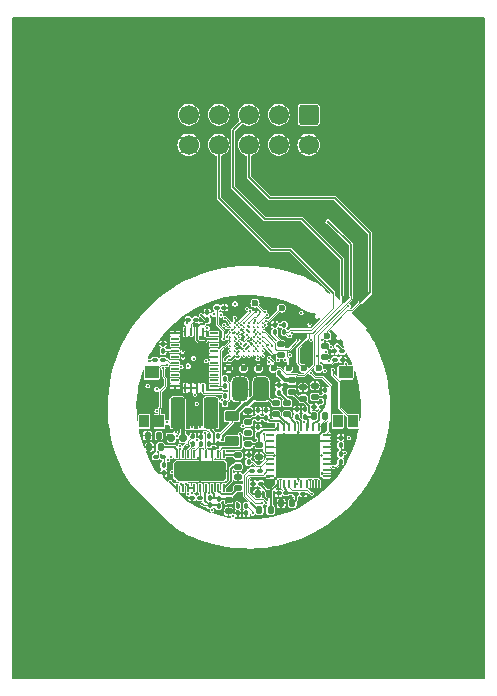
<source format=gtl>
%TF.GenerationSoftware,KiCad,Pcbnew,8.0.3*%
%TF.CreationDate,2024-10-01T18:17:42-04:00*%
%TF.ProjectId,headstage-16stim,68656164-7374-4616-9765-2d3136737469,B*%
%TF.SameCoordinates,Original*%
%TF.FileFunction,Copper,L1,Top*%
%TF.FilePolarity,Positive*%
%FSLAX46Y46*%
G04 Gerber Fmt 4.6, Leading zero omitted, Abs format (unit mm)*
G04 Created by KiCad (PCBNEW 8.0.3) date 2024-10-01 18:17:42*
%MOMM*%
%LPD*%
G01*
G04 APERTURE LIST*
G04 Aperture macros list*
%AMRoundRect*
0 Rectangle with rounded corners*
0 $1 Rounding radius*
0 $2 $3 $4 $5 $6 $7 $8 $9 X,Y pos of 4 corners*
0 Add a 4 corners polygon primitive as box body*
4,1,4,$2,$3,$4,$5,$6,$7,$8,$9,$2,$3,0*
0 Add four circle primitives for the rounded corners*
1,1,$1+$1,$2,$3*
1,1,$1+$1,$4,$5*
1,1,$1+$1,$6,$7*
1,1,$1+$1,$8,$9*
0 Add four rect primitives between the rounded corners*
20,1,$1+$1,$2,$3,$4,$5,0*
20,1,$1+$1,$4,$5,$6,$7,0*
20,1,$1+$1,$6,$7,$8,$9,0*
20,1,$1+$1,$8,$9,$2,$3,0*%
%AMFreePoly0*
4,1,18,-0.825000,1.870000,-0.495000,2.200000,0.577500,2.200000,0.672214,2.181160,0.752509,2.127509,0.806160,2.047214,0.825000,1.952500,0.825000,-1.952500,0.806160,-2.047214,0.752509,-2.127509,0.672214,-2.181160,0.577500,-2.200000,-0.577500,-2.200000,-0.672214,-2.181160,-0.752509,-2.127509,-0.806160,-2.047214,-0.825000,-1.952500,-0.825000,1.870000,-0.825000,1.870000,$1*%
G04 Aperture macros list end*
%TA.AperFunction,SMDPad,CuDef*%
%ADD10C,0.600000*%
%TD*%
%TA.AperFunction,SMDPad,CuDef*%
%ADD11RoundRect,0.100000X-0.100000X0.130000X-0.100000X-0.130000X0.100000X-0.130000X0.100000X0.130000X0*%
%TD*%
%TA.AperFunction,SMDPad,CuDef*%
%ADD12RoundRect,0.147500X0.172500X-0.147500X0.172500X0.147500X-0.172500X0.147500X-0.172500X-0.147500X0*%
%TD*%
%TA.AperFunction,SMDPad,CuDef*%
%ADD13RoundRect,0.147500X0.147500X0.172500X-0.147500X0.172500X-0.147500X-0.172500X0.147500X-0.172500X0*%
%TD*%
%TA.AperFunction,SMDPad,CuDef*%
%ADD14RoundRect,0.100000X-0.130000X-0.100000X0.130000X-0.100000X0.130000X0.100000X-0.130000X0.100000X0*%
%TD*%
%TA.AperFunction,SMDPad,CuDef*%
%ADD15C,0.170000*%
%TD*%
%TA.AperFunction,SMDPad,CuDef*%
%ADD16RoundRect,0.100000X0.100000X-0.130000X0.100000X0.130000X-0.100000X0.130000X-0.100000X-0.130000X0*%
%TD*%
%TA.AperFunction,SMDPad,CuDef*%
%ADD17RoundRect,0.050000X-0.250000X0.200000X-0.250000X-0.200000X0.250000X-0.200000X0.250000X0.200000X0*%
%TD*%
%TA.AperFunction,SMDPad,CuDef*%
%ADD18RoundRect,0.050000X-0.250000X0.075000X-0.250000X-0.075000X0.250000X-0.075000X0.250000X0.075000X0*%
%TD*%
%TA.AperFunction,SMDPad,CuDef*%
%ADD19RoundRect,0.050000X0.075000X0.250000X-0.075000X0.250000X-0.075000X-0.250000X0.075000X-0.250000X0*%
%TD*%
%TA.AperFunction,SMDPad,CuDef*%
%ADD20RoundRect,0.059200X1.790800X1.790800X-1.790800X1.790800X-1.790800X-1.790800X1.790800X-1.790800X0*%
%TD*%
%TA.AperFunction,ComponentPad*%
%ADD21RoundRect,0.250000X-0.600000X0.600000X-0.600000X-0.600000X0.600000X-0.600000X0.600000X0.600000X0*%
%TD*%
%TA.AperFunction,ComponentPad*%
%ADD22C,1.700000*%
%TD*%
%TA.AperFunction,SMDPad,CuDef*%
%ADD23RoundRect,0.140000X-0.140000X-0.170000X0.140000X-0.170000X0.140000X0.170000X-0.140000X0.170000X0*%
%TD*%
%TA.AperFunction,SMDPad,CuDef*%
%ADD24RoundRect,0.140000X-0.170000X0.140000X-0.170000X-0.140000X0.170000X-0.140000X0.170000X0.140000X0*%
%TD*%
%TA.AperFunction,SMDPad,CuDef*%
%ADD25RoundRect,0.110000X-0.490000X-0.440000X0.490000X-0.440000X0.490000X0.440000X-0.490000X0.440000X0*%
%TD*%
%TA.AperFunction,SMDPad,CuDef*%
%ADD26RoundRect,0.085000X-0.340000X-0.465000X0.340000X-0.465000X0.340000X0.465000X-0.340000X0.465000X0*%
%TD*%
%TA.AperFunction,SMDPad,CuDef*%
%ADD27RoundRect,0.100000X0.130000X0.100000X-0.130000X0.100000X-0.130000X-0.100000X0.130000X-0.100000X0*%
%TD*%
%TA.AperFunction,SMDPad,CuDef*%
%ADD28RoundRect,0.140000X0.170000X-0.140000X0.170000X0.140000X-0.170000X0.140000X-0.170000X-0.140000X0*%
%TD*%
%TA.AperFunction,SMDPad,CuDef*%
%ADD29RoundRect,0.140000X0.140000X0.170000X-0.140000X0.170000X-0.140000X-0.170000X0.140000X-0.170000X0*%
%TD*%
%TA.AperFunction,SMDPad,CuDef*%
%ADD30R,0.250000X0.650000*%
%TD*%
%TA.AperFunction,SMDPad,CuDef*%
%ADD31FreePoly0,90.000000*%
%TD*%
%TA.AperFunction,SMDPad,CuDef*%
%ADD32R,0.675000X0.254000*%
%TD*%
%TA.AperFunction,SMDPad,CuDef*%
%ADD33R,0.254000X0.675000*%
%TD*%
%TA.AperFunction,SMDPad,CuDef*%
%ADD34RoundRect,0.218750X-0.381250X0.218750X-0.381250X-0.218750X0.381250X-0.218750X0.381250X0.218750X0*%
%TD*%
%TA.AperFunction,SMDPad,CuDef*%
%ADD35RoundRect,0.250000X-0.375000X-1.075000X0.375000X-1.075000X0.375000X1.075000X-0.375000X1.075000X0*%
%TD*%
%TA.AperFunction,SMDPad,CuDef*%
%ADD36RoundRect,0.325000X0.325000X0.675000X-0.325000X0.675000X-0.325000X-0.675000X0.325000X-0.675000X0*%
%TD*%
%TA.AperFunction,SMDPad,CuDef*%
%ADD37RoundRect,0.150000X0.150000X0.200000X-0.150000X0.200000X-0.150000X-0.200000X0.150000X-0.200000X0*%
%TD*%
%TA.AperFunction,ViaPad*%
%ADD38C,0.300000*%
%TD*%
%TA.AperFunction,ViaPad*%
%ADD39C,0.200000*%
%TD*%
%TA.AperFunction,Conductor*%
%ADD40C,0.100000*%
%TD*%
%TA.AperFunction,Conductor*%
%ADD41C,0.076200*%
%TD*%
%TA.AperFunction,Conductor*%
%ADD42C,0.131000*%
%TD*%
%TA.AperFunction,Conductor*%
%ADD43C,0.200000*%
%TD*%
%TA.AperFunction,Conductor*%
%ADD44C,0.150000*%
%TD*%
%TA.AperFunction,Conductor*%
%ADD45C,0.300000*%
%TD*%
%TA.AperFunction,Conductor*%
%ADD46C,0.172000*%
%TD*%
G04 APERTURE END LIST*
D10*
%TO.P,TP5,1,1*%
%TO.N,/FPGA/GPIO2_{Ser}*%
X124040000Y-54190000D03*
%TD*%
D11*
%TO.P,R6,1*%
%TO.N,GND*%
X131300000Y-65580000D03*
%TO.P,R6,2*%
%TO.N,/DC Tap & Regulation/3v3_{EN}*%
X131300000Y-66220000D03*
%TD*%
%TO.P,R5,1*%
%TO.N,/DC Tap & Regulation/3v3_{EN}*%
X131300000Y-66980000D03*
%TO.P,R5,2*%
%TO.N,+7V*%
X131300000Y-67620000D03*
%TD*%
D12*
%TO.P,L7,1,1*%
%TO.N,Net-(U7-VDDPLL)*%
X127150000Y-61710000D03*
%TO.P,L7,2,2*%
%TO.N,+1V8*%
X127150000Y-60740000D03*
%TD*%
%TO.P,L2,1,1*%
%TO.N,Net-(U7-VDDDRV)*%
X123450000Y-66135000D03*
%TO.P,L2,2,2*%
%TO.N,+1V8*%
X123450000Y-65165000D03*
%TD*%
D13*
%TO.P,L1,1,1*%
%TO.N,Net-(U7-VDDD)*%
X125355000Y-71700000D03*
%TO.P,L1,2,2*%
%TO.N,+1V8*%
X124385000Y-71700000D03*
%TD*%
D14*
%TO.P,C41,1*%
%TO.N,GND*%
X118730000Y-70680000D03*
%TO.P,C41,2*%
%TO.N,Net-(U4-BYP-)*%
X119370000Y-70680000D03*
%TD*%
D11*
%TO.P,C36,1*%
%TO.N,+7V*%
X118800000Y-65480000D03*
%TO.P,C36,2*%
%TO.N,Net-(U4-ADJ+)*%
X118800000Y-66120000D03*
%TD*%
D15*
%TO.P,U8,A1,DPHY1_CKP*%
%TO.N,unconnected-(U8A-DPHY1_CKP-PadA1)*%
X124712953Y-58632359D03*
%TO.P,U8,A2,DPHY1_CKN*%
%TO.N,unconnected-(U8A-DPHY1_CKN-PadA2)*%
X124312953Y-58632359D03*
%TO.P,U8,A3,DPHY1_DP3*%
%TO.N,unconnected-(U8A-DPHY1_DP3-PadA3)*%
X123912953Y-58632359D03*
%TO.P,U8,A4,DPHY1_DN3*%
%TO.N,unconnected-(U8A-DPHY1_DN3-PadA4)*%
X123512953Y-58632359D03*
%TO.P,U8,A5,DPHY0_DN2*%
%TO.N,unconnected-(U8A-DPHY0_DN2-PadA5)*%
X123112953Y-58632359D03*
%TO.P,U8,A6,DPHY0_DP0*%
%TO.N,/FPGA/D0+*%
X122712953Y-58632359D03*
%TO.P,U8,A7,DPHY0_CKP*%
%TO.N,/FPGA/CLK+*%
X122312953Y-58632359D03*
%TO.P,U8,A8,DPHY0_CKN*%
%TO.N,/FPGA/CLK-*%
X121912953Y-58632359D03*
%TO.P,U8,B1,DPHY1_DP2*%
%TO.N,unconnected-(U8A-DPHY1_DP2-PadB1)*%
X124712953Y-58232359D03*
%TO.P,U8,B2,DPHY1_DN2*%
%TO.N,unconnected-(U8A-DPHY1_DN2-PadB2)*%
X124312953Y-58232359D03*
%TO.P,U8,B3,DPHY1_DP1*%
%TO.N,unconnected-(U8A-DPHY1_DP1-PadB3)*%
X123912953Y-58232359D03*
%TO.P,U8,B4,DPHY1_DN1*%
%TO.N,unconnected-(U8A-DPHY1_DN1-PadB4)*%
X123512953Y-58232359D03*
%TO.P,U8,B5,DPHY0_DP2*%
%TO.N,unconnected-(U8A-DPHY0_DP2-PadB5)*%
X123112953Y-58232359D03*
%TO.P,U8,B6,DPHY0_DN0*%
%TO.N,/FPGA/D0-*%
X122712953Y-58232359D03*
%TO.P,U8,B7,DPHY0_DP3*%
%TO.N,unconnected-(U8A-DPHY0_DP3-PadB7)*%
X122312953Y-58232359D03*
%TO.P,U8,B8,DPHY0_DN3*%
%TO.N,unconnected-(U8A-DPHY0_DN3-PadB8)*%
X121912953Y-58232359D03*
%TO.P,U8,C1,DPHY1_DP0*%
%TO.N,unconnected-(U8A-DPHY1_DP0-PadC1)*%
X124712953Y-57832359D03*
%TO.P,U8,C2,DPHY1_DN0*%
%TO.N,unconnected-(U8A-DPHY1_DN0-PadC2)*%
X124312953Y-57832359D03*
%TO.P,U8,C3,PCLKT0_0/USER_SDA/PB47*%
%TO.N,/FPGA/CRESET_{B}*%
X123912953Y-57832359D03*
%TO.P,U8,C4,VCCPLL_DPHYx_*%
%TO.N,Net-(U8E-VCCPLL_DPHYx_)*%
X123512953Y-57832359D03*
%TO.P,U8,C5,VCCA_DPHYx*%
%TO.N,Net-(U8E-VCCA_DPHYx)*%
X123112953Y-57832359D03*
%TO.P,U8,C6,GNDA_DPHYx*%
%TO.N,GND*%
X122712953Y-57832359D03*
%TO.P,U8,C7,DPHY0_DP1*%
%TO.N,unconnected-(U8A-DPHY0_DP1-PadC7)*%
X122312953Y-57832359D03*
%TO.P,U8,C8,DPHY0_DN1*%
%TO.N,unconnected-(U8A-DPHY0_DN1-PadC8)*%
X121912953Y-57832359D03*
%TO.P,U8,D1,PB34B*%
%TO.N,/FPGA/LED*%
X124712953Y-57432359D03*
%TO.P,U8,D2,GR_PCLK1_0/PB34A*%
%TO.N,/FPGA/GPIO0_{Ser}*%
X124312953Y-57432359D03*
%TO.P,U8,D3,SPI_SS/CSN/SCL/PB52*%
%TO.N,/FPGA/~{CS}_{Flash}*%
X123912953Y-57432359D03*
%TO.P,U8,D4,GND*%
%TO.N,GND*%
X123512953Y-57432359D03*
%TO.P,U8,D5,VCC*%
%TO.N,+1V2*%
X123112953Y-57432359D03*
%TO.P,U8,D6,VCCAUX*%
%TO.N,Net-(U8E-VCCAUX)*%
X122712953Y-57432359D03*
%TO.P,U8,D7,PCLKT2_0_/PB16A*%
%TO.N,unconnected-(U8D-PCLKT2_0_{slash}PB16A-PadD7)*%
X122312953Y-57432359D03*
%TO.P,U8,D8,GPLLT2_0/PB12A*%
%TO.N,/3D Pose/SDA*%
X121912953Y-57432359D03*
%TO.P,U8,E1,MISO/PB51*%
%TO.N,/FPGA/DO_{Flash}{slash}TCK*%
X124712953Y-57032359D03*
%TO.P,U8,E2,CRESET_B*%
%TO.N,/FPGA/CRESET_{B}*%
X124312953Y-57032359D03*
%TO.P,U8,E3,PCLKT0_1/USER_SCL/PB48*%
%TO.N,/FPGA/TDI*%
X123912953Y-57032359D03*
%TO.P,U8,E4,VCC*%
%TO.N,+1V2*%
X123512953Y-57032359D03*
%TO.P,U8,E5,GND*%
%TO.N,GND*%
X123112953Y-57032359D03*
%TO.P,U8,E6,VCCIO2*%
%TO.N,Net-(C49-Pad1)*%
X122712953Y-57032359D03*
%TO.P,U8,E7,PCLKC2_0_/PB16B*%
%TO.N,/3D Pose/SCL*%
X122312953Y-57032359D03*
%TO.P,U8,E8,GPLLC2_0/PB12B*%
%TO.N,/Ephys/StimEn*%
X121912953Y-57032359D03*
%TO.P,U8,F1,SPI_SCK/MCK/SDA/PB53*%
%TO.N,/FPGA/SCLK_{Flash}{slash}TDO*%
X124712953Y-56632359D03*
%TO.P,U8,F2,MOSI/PB50*%
%TO.N,/FPGA/DI_{Flash}{slash}TMS*%
X124312953Y-56632359D03*
%TO.P,U8,F3,VCCIO0*%
%TO.N,Net-(U8E-VCCIO0)*%
X123912953Y-56632359D03*
%TO.P,U8,F4,VCCIO1*%
%TO.N,Net-(U8E-VCCIO1)*%
X123512953Y-56632359D03*
%TO.P,U8,F5,GND*%
%TO.N,GND*%
X123112953Y-56632359D03*
%TO.P,U8,F6,VCCIO2*%
%TO.N,Net-(C49-Pad1)*%
X122712953Y-56632359D03*
%TO.P,U8,F7,GR_PCLK2_0_/PB6A*%
%TO.N,/3D Pose/Env_{0}*%
X122312953Y-56632359D03*
%TO.P,U8,F8,PB6B*%
%TO.N,/Ephys/MOSI*%
X121912953Y-56632359D03*
%TO.P,U8,G1,PB38D*%
%TO.N,/FPGA/GPIO2_{Ser}*%
X124712953Y-56232359D03*
%TO.P,U8,G2,PB38C*%
%TO.N,unconnected-(U8C-PB38C-PadG2)*%
X124312953Y-56232359D03*
%TO.P,U8,G3,PMU_WKUPN/CDONE/PB49*%
%TO.N,unconnected-(U8B-PMU_WKUPN{slash}CDONE{slash}PB49-PadG3)*%
X123912953Y-56232359D03*
%TO.P,U8,G4,VCCGPLL*%
%TO.N,Net-(U8E-VCCGPLL)*%
X123512953Y-56232359D03*
%TO.P,U8,G5,PCLKC1_0/PB29B*%
%TO.N,/FPGA/SCL_{Ser}*%
X123112953Y-56232359D03*
%TO.P,U8,G6,PCLKT1_0/PB29A*%
%TO.N,/FPGA/CLK*%
X122712953Y-56232359D03*
%TO.P,U8,G7,MIPI_CLKC2_0/PB2D*%
%TO.N,/3D Pose/Data_{0}*%
X122312953Y-56232359D03*
%TO.P,U8,G8,MIPI_CLKT2_0/PB2C*%
%TO.N,/Ephys/MISO*%
X121912953Y-56232359D03*
%TO.P,U8,H1,MIPI_CLKC1_0/PB34D*%
%TO.N,/FPGA/GPIO3_{Ser}*%
X124712953Y-55832359D03*
%TO.P,U8,H2,MIPI_CLKT1_0/PB34C*%
%TO.N,/FPGA/PDB_{Ser}*%
X124312953Y-55832359D03*
%TO.P,U8,H3,PCLKT1_1/PB29C*%
%TO.N,/FPGA/CLK_{Ser}*%
X123912953Y-55832359D03*
%TO.P,U8,H4,PCLKC1_1/PB29D*%
%TO.N,/FPGA/SDA_{Ser}*%
X123512953Y-55832359D03*
%TO.P,U8,H5,PCLKC2_1/PB16D*%
%TO.N,/3D Pose/Data_{1}*%
X123112953Y-55832359D03*
%TO.P,U8,H6,PCLKT2_1/PB16C*%
%TO.N,/3D Pose/Env_{1}*%
X122712953Y-55832359D03*
%TO.P,U8,H7,PB12D*%
%TO.N,/Ephys/~{CS}*%
X122312953Y-55832359D03*
%TO.P,U8,H8,PB12C*%
%TO.N,/Ephys/SCLK*%
X121912953Y-55832359D03*
%TD*%
D16*
%TO.P,R15,1*%
%TO.N,Net-(C13-Pad2)*%
X126070000Y-61770000D03*
%TO.P,R15,2*%
%TO.N,GND*%
X126070000Y-61130000D03*
%TD*%
D17*
%TO.P,D2,1,K*%
%TO.N,Net-(D2-K)*%
X126212953Y-57682359D03*
%TO.P,D2,2,A*%
%TO.N,/FPGA/LED*%
X126212953Y-58582359D03*
%TD*%
D18*
%TO.P,U7,1,CSI_D1P*%
%TO.N,unconnected-(U7-CSI_D1P-Pad1)*%
X130100000Y-68849999D03*
%TO.P,U7,2,CSI_D1N*%
%TO.N,unconnected-(U7-CSI_D1N-Pad2)*%
X130100000Y-68350000D03*
%TO.P,U7,3,CSI_D0P*%
%TO.N,/FPGA/D0+*%
X130100000Y-67850001D03*
%TO.P,U7,4,CSI_D0N*%
%TO.N,/FPGA/D0-*%
X130100000Y-67350000D03*
%TO.P,U7,5,CSI_CLKP*%
%TO.N,/FPGA/CLK+*%
X130100000Y-66850000D03*
%TO.P,U7,6,CSI_CLKN*%
%TO.N,/FPGA/CLK-*%
X130100000Y-66350002D03*
%TO.P,U7,7,RES0*%
%TO.N,GND*%
X130100000Y-65850000D03*
%TO.P,U7,8,PDB*%
%TO.N,/FPGA/PDB_{Ser}*%
X130100000Y-65350001D03*
D19*
%TO.P,U7,9,LPF1*%
%TO.N,Net-(U7-LPF1)*%
X129449999Y-64700000D03*
%TO.P,U7,10,VDDPLL_CAP*%
%TO.N,Net-(U7-VDDPLL_CAP)*%
X128950000Y-64700000D03*
%TO.P,U7,11,VDDPLL*%
%TO.N,Net-(U7-VDDPLL)*%
X128450001Y-64700000D03*
%TO.P,U7,12,LPF2*%
%TO.N,Net-(U7-LPF2)*%
X127950000Y-64700000D03*
%TO.P,U7,13,DOUT-*%
%TO.N,Net-(U7-DOUT-)*%
X127450000Y-64700000D03*
%TO.P,U7,14,DOUT+*%
%TO.N,Net-(U7-DOUT+)*%
X126950002Y-64700000D03*
%TO.P,U7,15,VDDDRV_CAP*%
%TO.N,Net-(U7-VDDDRV_CAP)*%
X126450000Y-64700000D03*
%TO.P,U7,16,VDDDRV*%
%TO.N,Net-(U7-VDDDRV)*%
X125950001Y-64700000D03*
D18*
%TO.P,U7,17,GPIO_0*%
%TO.N,/FPGA/GPIO0_{Ser}*%
X125300000Y-65350001D03*
%TO.P,U7,18,GPIO_1*%
%TO.N,/Serializer/GPIO1*%
X125300000Y-65850000D03*
%TO.P,U7,19,CLK_OUT/IDX*%
%TO.N,GND*%
X125300000Y-66350002D03*
%TO.P,U7,20,CLKIN*%
%TO.N,/FPGA/CLK_{Ser}*%
X125300000Y-66850000D03*
%TO.P,U7,21,MODE*%
%TO.N,Net-(U7-MODE)*%
X125300000Y-67350000D03*
%TO.P,U7,22,RES1*%
%TO.N,unconnected-(U7-RES1-Pad22)*%
X125300000Y-67850001D03*
%TO.P,U7,23,SDA*%
%TO.N,/FPGA/SDA_{Ser}*%
X125300000Y-68350000D03*
%TO.P,U7,24,SCL*%
%TO.N,/FPGA/SCL_{Ser}*%
X125300000Y-68849999D03*
D19*
%TO.P,U7,25,VDDD*%
%TO.N,Net-(U7-VDDD)*%
X125950001Y-69500000D03*
%TO.P,U7,26,VDDD_CAP*%
%TO.N,Net-(U7-VDDD_CAP)*%
X126450000Y-69500000D03*
%TO.P,U7,27,GPIO_2*%
%TO.N,/FPGA/GPIO2_{Ser}*%
X126950002Y-69500000D03*
%TO.P,U7,28,GPIO_3*%
%TO.N,/FPGA/GPIO3_{Ser}*%
X127450000Y-69500000D03*
%TO.P,U7,29,CSI_D3P*%
%TO.N,unconnected-(U7-CSI_D3P-Pad29)*%
X127950000Y-69500000D03*
%TO.P,U7,30,CSI_D3N*%
%TO.N,unconnected-(U7-CSI_D3N-Pad30)*%
X128450001Y-69500000D03*
%TO.P,U7,31,CSI_D2P*%
%TO.N,unconnected-(U7-CSI_D2P-Pad31)*%
X128950000Y-69500000D03*
%TO.P,U7,32,CSI_D2N*%
%TO.N,unconnected-(U7-CSI_D2N-Pad32)*%
X129449999Y-69500000D03*
D20*
%TO.P,U7,33,DAP(GND)*%
%TO.N,GND*%
X127700000Y-67100000D03*
%TD*%
D21*
%TO.P,J3,1,Pin_1*%
%TO.N,/FPGA/DO_{Flash}{slash}TCK*%
X128580000Y-38247500D03*
D22*
%TO.P,J3,2,Pin_2*%
%TO.N,GND*%
X128580000Y-40787500D03*
%TO.P,J3,3,Pin_3*%
%TO.N,/FPGA/SCLK_{Flash}{slash}TDO*%
X126040000Y-38247500D03*
%TO.P,J3,4,Pin_4*%
%TO.N,+1V8*%
X126040000Y-40787500D03*
%TO.P,J3,5,Pin_5*%
%TO.N,/FPGA/DI_{Flash}{slash}TMS*%
X123500000Y-38247500D03*
%TO.P,J3,6,Pin_6*%
%TO.N,/FPGA/~{CS}_{Flash}*%
X123500000Y-40787500D03*
%TO.P,J3,7,Pin_7*%
%TO.N,unconnected-(J3-Pin_7-Pad7)*%
X120960000Y-38247500D03*
%TO.P,J3,8,Pin_8*%
%TO.N,/FPGA/CRESET_{B}*%
X120960000Y-40787500D03*
%TO.P,J3,9,Pin_9*%
%TO.N,/FPGA/TDI*%
X118420000Y-38247500D03*
%TO.P,J3,10,Pin_10*%
%TO.N,GND*%
X118420000Y-40787500D03*
%TD*%
D23*
%TO.P,C29,1*%
%TO.N,GND*%
X115090000Y-66350000D03*
%TO.P,C29,2*%
%TO.N,Net-(U4-VIN-)*%
X116050000Y-66350000D03*
%TD*%
D16*
%TO.P,C40,1*%
%TO.N,Net-(U4-BYP+)*%
X119470000Y-66140000D03*
%TO.P,C40,2*%
%TO.N,GND*%
X119470000Y-65500000D03*
%TD*%
%TO.P,R14,1*%
%TO.N,Net-(L8-Pad2)*%
X120930000Y-66100000D03*
%TO.P,R14,2*%
%TO.N,/DC Tap & Regulation/RF+DC*%
X120930000Y-65460000D03*
%TD*%
D11*
%TO.P,C20,1*%
%TO.N,GND*%
X120000000Y-54980000D03*
%TO.P,C20,2*%
%TO.N,+3V3*%
X120000000Y-55620000D03*
%TD*%
D16*
%TO.P,R25,1*%
%TO.N,Net-(D2-K)*%
X125712953Y-56652359D03*
%TO.P,R25,2*%
%TO.N,GND*%
X125712953Y-56012359D03*
%TD*%
D24*
%TO.P,C34,1*%
%TO.N,Net-(U7-VDDDRV)*%
X124400000Y-66220000D03*
%TO.P,C34,2*%
%TO.N,GND*%
X124400000Y-67180000D03*
%TD*%
D14*
%TO.P,R7,1*%
%TO.N,/Ephys/StimEn*%
X120810000Y-54570000D03*
%TO.P,R7,2*%
%TO.N,GND*%
X121450000Y-54570000D03*
%TD*%
D25*
%TO.P,D3,1,K*%
%TO.N,/3D Pose/PD_{1}-*%
X131700000Y-60050000D03*
D26*
%TO.P,D3,2,C*%
%TO.N,unconnected-(D3-C-Pad2)*%
X131050000Y-64200000D03*
%TO.P,D3,3,A*%
%TO.N,/3D Pose/PD_{1}+*%
X132350000Y-64200000D03*
%TD*%
D11*
%TO.P,R8,1*%
%TO.N,Net-(F1-Pad1)*%
X120160000Y-65480000D03*
%TO.P,R8,2*%
%TO.N,Net-(L8-Pad2)*%
X120160000Y-66120000D03*
%TD*%
%TO.P,R20,1*%
%TO.N,+1V8*%
X126512953Y-56012359D03*
%TO.P,R20,2*%
%TO.N,/FPGA/CRESET_{B}*%
X126512953Y-56652359D03*
%TD*%
D16*
%TO.P,C8,1*%
%TO.N,Net-(U7-VDDDRV_CAP)*%
X124300000Y-63920000D03*
%TO.P,C8,2*%
%TO.N,GND*%
X124300000Y-63280000D03*
%TD*%
D27*
%TO.P,C14,1*%
%TO.N,Net-(U7-VDDD)*%
X124530000Y-69480000D03*
%TO.P,C14,2*%
%TO.N,GND*%
X123890000Y-69480000D03*
%TD*%
D11*
%TO.P,R11,1*%
%TO.N,+3V3*%
X121490000Y-60590000D03*
%TO.P,R11,2*%
%TO.N,/3D Pose/SDA*%
X121490000Y-61230000D03*
%TD*%
D28*
%TO.P,C12,1*%
%TO.N,Net-(U7-DOUT+)*%
X125830000Y-63600000D03*
%TO.P,C12,2*%
%TO.N,/DC Tap & Regulation/RF+DC*%
X125830000Y-62640000D03*
%TD*%
D16*
%TO.P,C16,1*%
%TO.N,Net-(U7-VDDPLL)*%
X128275000Y-63820000D03*
%TO.P,C16,2*%
%TO.N,GND*%
X128275000Y-63180000D03*
%TD*%
D29*
%TO.P,C17,1*%
%TO.N,Net-(U7-VDDD)*%
X125240000Y-70320000D03*
%TO.P,C17,2*%
%TO.N,GND*%
X124280000Y-70320000D03*
%TD*%
D28*
%TO.P,C63,1*%
%TO.N,GND*%
X121800000Y-71830000D03*
%TO.P,C63,2*%
%TO.N,-7V*%
X121800000Y-70870000D03*
%TD*%
D14*
%TO.P,C4,1*%
%TO.N,Net-(U7-VDDD_CAP)*%
X127470000Y-70320000D03*
%TO.P,C4,2*%
%TO.N,GND*%
X128110000Y-70320000D03*
%TD*%
D27*
%TO.P,C7,1*%
%TO.N,Net-(U7-VDDD_CAP)*%
X126670000Y-70275000D03*
%TO.P,C7,2*%
%TO.N,GND*%
X126030000Y-70275000D03*
%TD*%
D14*
%TO.P,C26,1*%
%TO.N,GND*%
X130760000Y-58270000D03*
%TO.P,C26,2*%
%TO.N,+3V3*%
X131400000Y-58270000D03*
%TD*%
D11*
%TO.P,C19,1*%
%TO.N,+7V*%
X122590000Y-71350000D03*
%TO.P,C19,2*%
%TO.N,GND*%
X122590000Y-71990000D03*
%TD*%
D28*
%TO.P,C2,1*%
%TO.N,Net-(U7-VDDDRV_CAP)*%
X123450000Y-64280000D03*
%TO.P,C2,2*%
%TO.N,GND*%
X123450000Y-63320000D03*
%TD*%
D29*
%TO.P,C1,1*%
%TO.N,Net-(U7-VDDD_CAP)*%
X127200000Y-71130000D03*
%TO.P,C1,2*%
%TO.N,GND*%
X126240000Y-71130000D03*
%TD*%
D30*
%TO.P,U4,1,CBST-*%
%TO.N,Net-(U4-CBST-)*%
X117400000Y-69825000D03*
%TO.P,U4,2,CBST+*%
%TO.N,Net-(U4-CBST+)*%
X117900000Y-69825000D03*
%TO.P,U4,3,VIN+*%
%TO.N,+4V*%
X118400000Y-69825000D03*
%TO.P,U4,4,EN-*%
X118900000Y-69825000D03*
%TO.P,U4,5,BYP-*%
%TO.N,Net-(U4-BYP-)*%
X119400000Y-69825000D03*
%TO.P,U4,6,ADJ-*%
%TO.N,Net-(U4-ADJ-)*%
X119900000Y-69825000D03*
%TO.P,U4,7,LDO-*%
%TO.N,-7V*%
X120400000Y-69825000D03*
%TO.P,U4,8,VOUT-*%
%TO.N,Net-(U4-VOUT-)*%
X120900000Y-69825000D03*
%TO.P,U4,9,CINV-*%
%TO.N,Net-(U4-CINV-)*%
X121400000Y-69825000D03*
%TO.P,U4,10,CINV+*%
%TO.N,Net-(U4-CINV+)*%
X121399857Y-66975000D03*
%TO.P,U4,11,VIN-*%
%TO.N,Net-(U4-VIN-)*%
X120900000Y-66975000D03*
%TO.P,U4,12,RT*%
%TO.N,GND*%
X120400000Y-66975000D03*
%TO.P,U4,13,EN+*%
%TO.N,+4V*%
X119900000Y-66975000D03*
%TO.P,U4,14,MODE*%
%TO.N,GND*%
X119400000Y-66975000D03*
%TO.P,U4,15,BYP+*%
%TO.N,Net-(U4-BYP+)*%
X118900000Y-66975000D03*
%TO.P,U4,16,ADJ+*%
%TO.N,Net-(U4-ADJ+)*%
X118400000Y-66975000D03*
%TO.P,U4,17,LDO+*%
%TO.N,+7V*%
X117900000Y-66975000D03*
%TO.P,U4,18,VOUT+*%
%TO.N,Net-(U4-VIN-)*%
X117400000Y-66975000D03*
D31*
%TO.P,U4,19,GND*%
%TO.N,GND*%
X119400000Y-68400000D03*
%TD*%
D11*
%TO.P,C18,1*%
%TO.N,-7V*%
X123300000Y-71350000D03*
%TO.P,C18,2*%
%TO.N,GND*%
X123300000Y-71990000D03*
%TD*%
D16*
%TO.P,R24,1*%
%TO.N,Net-(U4-ADJ-)*%
X120950000Y-71375000D03*
%TO.P,R24,2*%
%TO.N,-7V*%
X120950000Y-70735000D03*
%TD*%
%TO.P,R19,1*%
%TO.N,GND*%
X116300000Y-68575000D03*
%TO.P,R19,2*%
%TO.N,Net-(U4-ADJ+)*%
X116300000Y-67935000D03*
%TD*%
D32*
%TO.P,U3,1,PIN1*%
%TO.N,unconnected-(U3-PIN1-Pad1)*%
X120562500Y-56737500D03*
D33*
%TO.P,U3,2,GND*%
%TO.N,GND*%
X119650000Y-56600000D03*
%TO.P,U3,3,VDD*%
%TO.N,+3V3*%
X119150000Y-56600000D03*
%TO.P,U3,4,~{BOOT_LOAD_PIN}*%
%TO.N,Net-(U3-~{BOOT_LOAD_PIN})*%
X118650000Y-56600000D03*
%TO.P,U3,5,PS1*%
%TO.N,GND*%
X118150000Y-56600000D03*
D32*
%TO.P,U3,6,PS0*%
X117237500Y-56737500D03*
%TO.P,U3,7,PIN7*%
%TO.N,unconnected-(U3-PIN7-Pad7)*%
X117237500Y-57237500D03*
%TO.P,U3,8,PIN8*%
%TO.N,unconnected-(U3-PIN8-Pad8)*%
X117237500Y-57737500D03*
%TO.P,U3,9,CAP*%
%TO.N,Net-(U3-CAP)*%
X117237500Y-58237500D03*
%TO.P,U3,10,BL_IND*%
%TO.N,unconnected-(U3-BL_IND-Pad10)*%
X117237500Y-58737500D03*
%TO.P,U3,11,~{RESET}*%
%TO.N,Net-(U3-~{RESET})*%
X117237500Y-59237500D03*
%TO.P,U3,12,PIN12*%
%TO.N,unconnected-(U3-PIN12-Pad12)*%
X117237500Y-59737500D03*
%TO.P,U3,13,PIN13*%
%TO.N,unconnected-(U3-PIN13-Pad13)*%
X117237500Y-60237500D03*
%TO.P,U3,14,INT*%
%TO.N,unconnected-(U3-INT-Pad14)*%
X117237500Y-60737500D03*
%TO.P,U3,15,GNDIO*%
%TO.N,GND*%
X117237500Y-61237500D03*
D33*
%TO.P,U3,16,GNDIO*%
X118150000Y-61375000D03*
%TO.P,U3,17,COM3*%
X118650000Y-61375000D03*
%TO.P,U3,18,COM2*%
X119150000Y-61375000D03*
%TO.P,U3,19,COM1*%
%TO.N,/3D Pose/SCL*%
X119650000Y-61375000D03*
D32*
%TO.P,U3,20,COM0*%
%TO.N,/3D Pose/SDA*%
X120562500Y-61237500D03*
%TO.P,U3,21,PIN21*%
%TO.N,unconnected-(U3-PIN21-Pad21)*%
X120562500Y-60737500D03*
%TO.P,U3,22,PIN22*%
%TO.N,unconnected-(U3-PIN22-Pad22)*%
X120562500Y-60237500D03*
%TO.P,U3,23,PIN23*%
%TO.N,unconnected-(U3-PIN23-Pad23)*%
X120562500Y-59737500D03*
%TO.P,U3,24,PIN24*%
%TO.N,unconnected-(U3-PIN24-Pad24)*%
X120562500Y-59237500D03*
%TO.P,U3,25,GNDIO*%
%TO.N,GND*%
X120562500Y-58737500D03*
%TO.P,U3,26,XOUT32*%
%TO.N,unconnected-(U3-XOUT32-Pad26)*%
X120562500Y-58237500D03*
%TO.P,U3,27,XIN32*%
%TO.N,unconnected-(U3-XIN32-Pad27)*%
X120562500Y-57737500D03*
%TO.P,U3,28,VDDIO*%
%TO.N,+3V3*%
X120562500Y-57237500D03*
%TD*%
D34*
%TO.P,L9,1,1*%
%TO.N,/DC Tap & Regulation/RF+DC*%
X122100000Y-63737500D03*
%TO.P,L9,2,2*%
%TO.N,Net-(L8-Pad2)*%
X122100000Y-65862500D03*
%TD*%
D16*
%TO.P,R12,1*%
%TO.N,+3V3*%
X121510000Y-62670000D03*
%TO.P,R12,2*%
%TO.N,/3D Pose/SCL*%
X121510000Y-62030000D03*
%TD*%
D11*
%TO.P,C21,1*%
%TO.N,GND*%
X116250000Y-57630000D03*
%TO.P,C21,2*%
%TO.N,Net-(U3-CAP)*%
X116250000Y-58270000D03*
%TD*%
D27*
%TO.P,C9,1*%
%TO.N,Net-(U7-VDDPLL_CAP)*%
X129695000Y-62975000D03*
%TO.P,C9,2*%
%TO.N,GND*%
X129055000Y-62975000D03*
%TD*%
D16*
%TO.P,C6,1*%
%TO.N,Net-(U7-VDDPLL_CAP)*%
X129975000Y-62170000D03*
%TO.P,C6,2*%
%TO.N,GND*%
X129975000Y-61530000D03*
%TD*%
%TO.P,C15,1*%
%TO.N,Net-(U7-VDDDRV)*%
X124300000Y-65360000D03*
%TO.P,C15,2*%
%TO.N,GND*%
X124300000Y-64720000D03*
%TD*%
D35*
%TO.P,L8,1,1*%
%TO.N,Net-(F1-Pad1)*%
X117500000Y-63460000D03*
%TO.P,L8,2,2*%
%TO.N,Net-(L8-Pad2)*%
X120300000Y-63460000D03*
%TD*%
D16*
%TO.P,R4,1*%
%TO.N,Net-(U7-MODE)*%
X123510000Y-67660000D03*
%TO.P,R4,2*%
%TO.N,GND*%
X123510000Y-67020000D03*
%TD*%
%TO.P,C5,1*%
%TO.N,Net-(U7-VDDDRV_CAP)*%
X125000000Y-63920000D03*
%TO.P,C5,2*%
%TO.N,GND*%
X125000000Y-63280000D03*
%TD*%
D28*
%TO.P,C25,1*%
%TO.N,Net-(U6-AVDD)*%
X129950000Y-58780000D03*
%TO.P,C25,2*%
%TO.N,GND*%
X129950000Y-57820000D03*
%TD*%
D10*
%TO.P,J5,1,GND*%
%TO.N,GND*%
X121800000Y-59700000D03*
%TO.P,J5,2,VCOAX*%
%TO.N,unconnected-(J5-VCOAX-Pad2)*%
X123070000Y-59700000D03*
%TO.P,J5,3,VREF*%
%TO.N,+1V8*%
X124340000Y-59700000D03*
%TO.P,J5,4,TDI*%
%TO.N,/FPGA/TDI*%
X125610000Y-59700000D03*
%TO.P,J5,5,TDO*%
%TO.N,/FPGA/SCLK_{Flash}{slash}TDO*%
X126880000Y-59700000D03*
%TO.P,J5,6,TMS*%
%TO.N,/FPGA/DI_{Flash}{slash}TMS*%
X128150000Y-59700000D03*
%TO.P,J5,7,TCK*%
%TO.N,/FPGA/DO_{Flash}{slash}TCK*%
X129420000Y-59700000D03*
%TD*%
D28*
%TO.P,C35,1*%
%TO.N,Net-(U7-VDDPLL)*%
X128125000Y-62280000D03*
%TO.P,C35,2*%
%TO.N,GND*%
X128125000Y-61320000D03*
%TD*%
D14*
%TO.P,R3,1*%
%TO.N,+1V8*%
X123810000Y-68370000D03*
%TO.P,R3,2*%
%TO.N,Net-(U7-MODE)*%
X124450000Y-68370000D03*
%TD*%
D27*
%TO.P,R17,1*%
%TO.N,GND*%
X131460000Y-58970000D03*
%TO.P,R17,2*%
%TO.N,Net-(U6-RBIAS)*%
X130820000Y-58970000D03*
%TD*%
D16*
%TO.P,C60,1*%
%TO.N,Net-(U4-ADJ-)*%
X120200000Y-71320000D03*
%TO.P,C60,2*%
%TO.N,-7V*%
X120200000Y-70680000D03*
%TD*%
D10*
%TO.P,TP9,1,1*%
%TO.N,/FPGA/~{CS}_{Flash}*%
X130120000Y-56970000D03*
%TD*%
D36*
%TO.P,J1,1,In*%
%TO.N,/DC Tap & Regulation/RF+DC*%
X124570000Y-61500000D03*
%TO.P,J1,2,Ext*%
%TO.N,GND*%
X122770000Y-61500000D03*
%TD*%
D28*
%TO.P,C13,1*%
%TO.N,Net-(U7-DOUT-)*%
X126750000Y-63600000D03*
%TO.P,C13,2*%
%TO.N,Net-(C13-Pad2)*%
X126750000Y-62640000D03*
%TD*%
D10*
%TO.P,TP2,1,1*%
%TO.N,/FPGA/GPIO3_{Ser}*%
X126300000Y-54600000D03*
%TD*%
D14*
%TO.P,R10,1*%
%TO.N,+3V3*%
X118380000Y-55600000D03*
%TO.P,R10,2*%
%TO.N,Net-(U3-~{BOOT_LOAD_PIN})*%
X119020000Y-55600000D03*
%TD*%
D27*
%TO.P,R18,1*%
%TO.N,Net-(U4-ADJ+)*%
X116275000Y-67200000D03*
%TO.P,R18,2*%
%TO.N,+7V*%
X115635000Y-67200000D03*
%TD*%
D16*
%TO.P,C11,1*%
%TO.N,Net-(U7-LPF2)*%
X127575000Y-63820000D03*
%TO.P,C11,2*%
%TO.N,GND*%
X127575000Y-63180000D03*
%TD*%
D28*
%TO.P,C3,1*%
%TO.N,Net-(U7-VDDPLL_CAP)*%
X129100000Y-62130000D03*
%TO.P,C3,2*%
%TO.N,GND*%
X129100000Y-61170000D03*
%TD*%
D14*
%TO.P,R9,1*%
%TO.N,+3V3*%
X115590000Y-59000000D03*
%TO.P,R9,2*%
%TO.N,Net-(U3-~{RESET})*%
X116230000Y-59000000D03*
%TD*%
D23*
%TO.P,C10,1*%
%TO.N,Net-(U7-VDDPLL)*%
X129020000Y-63750000D03*
%TO.P,C10,2*%
%TO.N,Net-(U7-LPF1)*%
X129980000Y-63750000D03*
%TD*%
D24*
%TO.P,C64,1*%
%TO.N,GND*%
X122600000Y-68890000D03*
%TO.P,C64,2*%
%TO.N,Net-(U4-VOUT-)*%
X122600000Y-69850000D03*
%TD*%
D23*
%TO.P,C33,1*%
%TO.N,GND*%
X114940000Y-65400000D03*
%TO.P,C33,2*%
%TO.N,+7V*%
X115900000Y-65400000D03*
%TD*%
D37*
%TO.P,F1,1*%
%TO.N,Net-(F1-Pad1)*%
X117950000Y-65600000D03*
%TO.P,F1,2*%
%TO.N,+4V*%
X116950000Y-65600000D03*
%TD*%
D25*
%TO.P,D1,1,K*%
%TO.N,/3D Pose/PD_{0}-*%
X115300000Y-60050000D03*
D26*
%TO.P,D1,2,C*%
%TO.N,unconnected-(D1-C-Pad2)*%
X114650000Y-64200000D03*
%TO.P,D1,3,A*%
%TO.N,/3D Pose/PD_{0}+*%
X115950000Y-64200000D03*
%TD*%
D28*
%TO.P,C59,1*%
%TO.N,Net-(U4-CINV-)*%
X122600000Y-68030000D03*
%TO.P,C59,2*%
%TO.N,Net-(U4-CINV+)*%
X122600000Y-67070000D03*
%TD*%
D38*
%TO.N,GND*%
X105000000Y-84000000D03*
X141000000Y-84000000D03*
X135000000Y-83000000D03*
X127000000Y-81000000D03*
D39*
%TO.N,/FPGA/GPIO2_{Ser}*%
X124920000Y-54919776D03*
%TO.N,GND*%
X125890000Y-55920000D03*
X125040000Y-56410000D03*
X119410000Y-62740000D03*
X121500000Y-64430000D03*
X132500000Y-65120000D03*
%TO.N,/FPGA/GPIO2_{Ser}*%
X131972589Y-65606203D03*
%TO.N,GND*%
X130800000Y-67580000D03*
%TO.N,/DC Tap & Regulation/3v3_{EN}*%
X131627887Y-66857044D03*
%TO.N,/FPGA/GPIO2_{Ser}*%
X128860000Y-70330000D03*
X124920000Y-56050000D03*
%TO.N,/FPGA/CRESET_{B}*%
X124100000Y-58040000D03*
%TO.N,/FPGA/TDI*%
X125253665Y-58834675D03*
X124102922Y-56811631D03*
%TO.N,+7V*%
X130681465Y-68053796D03*
%TO.N,+1V8*%
X118350000Y-70370000D03*
%TO.N,/Ephys/~{CS}*%
X118686948Y-70302623D03*
%TO.N,/DC Tap & Regulation/3v3_{EN}*%
X115700000Y-63300000D03*
%TO.N,/FPGA/CRESET_{B}*%
X127003550Y-56994920D03*
D38*
%TO.N,GND*%
X119500000Y-32000000D03*
D39*
X131675000Y-66550000D03*
X128130000Y-71080000D03*
D38*
X128500000Y-79000000D03*
X136600000Y-70500000D03*
D39*
X126110000Y-71800000D03*
X129040060Y-60025386D03*
X132490000Y-61300000D03*
X115650000Y-58260000D03*
D38*
X118500000Y-79000000D03*
D39*
X114940000Y-65570000D03*
X127752015Y-60049168D03*
X118850000Y-54950000D03*
X119550000Y-57150000D03*
X119463269Y-65429723D03*
X118140000Y-61380000D03*
X117380000Y-68000000D03*
D38*
X137112953Y-56032359D03*
D39*
X126570000Y-71750000D03*
X126787953Y-55232359D03*
X117730000Y-55760000D03*
X118550000Y-69020000D03*
X119320000Y-67810000D03*
X119714422Y-58160000D03*
X118926830Y-56046017D03*
X116199500Y-60912032D03*
X117250000Y-61240000D03*
X122612953Y-54832359D03*
X121760000Y-65170000D03*
D38*
X127910000Y-65600000D03*
D39*
X117250000Y-69275000D03*
X127996750Y-58049597D03*
X115150000Y-65880000D03*
D38*
X126532400Y-65300000D03*
X126535611Y-48813830D03*
D39*
X117900000Y-59200000D03*
D38*
X105500000Y-79000000D03*
D39*
X115675000Y-62800000D03*
X129970000Y-69680000D03*
X123780000Y-72280000D03*
D38*
X126500000Y-32000000D03*
D39*
X131750000Y-58970000D03*
D38*
X105500000Y-50000000D03*
D39*
X119175000Y-71200000D03*
X126912953Y-56007359D03*
D38*
X112300000Y-53000000D03*
X118600000Y-49000000D03*
D39*
X119419424Y-59044884D03*
X129220000Y-70310000D03*
D38*
X105500000Y-32000000D03*
D39*
X130790000Y-60830000D03*
D38*
X129340000Y-67030000D03*
D39*
X132280000Y-60930000D03*
D38*
X111010000Y-75570000D03*
D39*
X115670000Y-60870000D03*
X124270000Y-72300000D03*
X117839500Y-61763971D03*
X125850000Y-53980000D03*
X130817600Y-63125000D03*
D38*
X129300000Y-68250000D03*
D39*
X130120000Y-57960000D03*
X127312953Y-59182359D03*
X114450000Y-60825000D03*
D38*
X105500000Y-39000000D03*
D39*
X121450000Y-53970000D03*
D38*
X141500000Y-32000000D03*
D39*
X115712799Y-61962799D03*
X125360000Y-55000000D03*
X127212953Y-57332359D03*
X117182983Y-61729099D03*
X130157403Y-60136004D03*
X126125953Y-55282359D03*
X118700000Y-70814300D03*
X117440000Y-56060000D03*
D38*
X105500000Y-60000000D03*
D39*
X123310000Y-53830000D03*
X131636861Y-65866861D03*
X116199500Y-63148112D03*
X128639058Y-70796960D03*
D38*
X105500000Y-70000000D03*
X141500000Y-76000000D03*
D39*
X122540000Y-57970000D03*
X123110913Y-57063069D03*
X122880000Y-53830000D03*
D38*
X141500000Y-64000000D03*
D39*
X118790000Y-68690000D03*
X124612953Y-60132359D03*
X116620000Y-56790000D03*
X121365438Y-55781859D03*
X117120000Y-67680000D03*
X119199089Y-67327201D03*
X114950000Y-66220000D03*
X122510000Y-71779500D03*
X123429143Y-57417583D03*
X115750000Y-57840000D03*
D38*
X141500000Y-41000000D03*
X141500000Y-52000000D03*
D39*
X123680000Y-53720000D03*
X122230000Y-65200000D03*
D38*
X111500000Y-72000000D03*
D39*
X126950000Y-54425000D03*
%TO.N,+3V3*%
X118690000Y-64700000D03*
X127960000Y-55020000D03*
X122982602Y-64583752D03*
D38*
X115090000Y-59130000D03*
D39*
X128199986Y-64272151D03*
X117800000Y-59580000D03*
X121230000Y-62430000D03*
D38*
X118282953Y-55882359D03*
X116610000Y-64280000D03*
D39*
X119460000Y-55180000D03*
D38*
X130975000Y-57825000D03*
%TO.N,+1V8*%
X126050000Y-60050000D03*
X121130000Y-55180000D03*
D39*
X128653195Y-55993801D03*
X124350000Y-59740000D03*
X123360000Y-65299502D03*
X126962953Y-58582359D03*
X128790000Y-57280000D03*
X126137953Y-56082359D03*
D38*
X118830000Y-58880000D03*
D39*
X123720000Y-71120000D03*
%TO.N,+2V5*%
X118960000Y-61950000D03*
X119130000Y-65800000D03*
X119086883Y-62690000D03*
X119918424Y-59090745D03*
X114950000Y-61210000D03*
X117318331Y-65127086D03*
%TO.N,/FPGA/D0+*%
X122540701Y-58782359D03*
X130100000Y-67850000D03*
%TO.N,/FPGA/CLK+*%
X130100002Y-66850001D03*
X121860000Y-58989500D03*
%TO.N,/FPGA/CLK-*%
X121520000Y-58980000D03*
X130100000Y-66350000D03*
%TO.N,/FPGA/D0-*%
X122512953Y-58457560D03*
X129970000Y-67350000D03*
D38*
%TO.N,+1V2*%
X118390000Y-59510000D03*
D39*
X125962953Y-59032359D03*
D38*
X122339166Y-54253530D03*
X120550000Y-55130000D03*
X115699500Y-61481830D03*
D39*
X125172953Y-57752359D03*
X123343135Y-56856914D03*
D38*
X116930000Y-67190000D03*
D39*
%TO.N,Net-(U8E-VCCGPLL)*%
X123449723Y-56085278D03*
%TO.N,Net-(U8E-VCCPLL_DPHYx_)*%
X124251876Y-58943436D03*
X125202953Y-59212359D03*
X123300000Y-58050000D03*
%TO.N,Net-(U8E-VCCA_DPHYx)*%
X123261573Y-57674956D03*
%TO.N,Net-(U8E-VCCIO0)*%
X124062953Y-56482359D03*
%TO.N,Net-(U8E-VCCIO1)*%
X123336052Y-56455812D03*
%TO.N,Net-(U8E-VCCAUX)*%
X122882348Y-57615964D03*
%TO.N,/FPGA/SDA_{Ser}*%
X124667633Y-71105107D03*
X124480437Y-54982348D03*
%TO.N,/FPGA/SCL_{Ser}*%
X124988841Y-71099245D03*
X122887953Y-56032359D03*
X123362953Y-54657359D03*
%TO.N,/FPGA/GPIO0_{Ser}*%
X125300000Y-65323798D03*
X124487953Y-57607359D03*
D38*
%TO.N,/FPGA/TDI*%
X130230000Y-47300000D03*
D39*
%TO.N,/FPGA/CLK*%
X120010000Y-56310000D03*
X122540000Y-56040000D03*
%TO.N,/FPGA/PDB_{Ser}*%
X125037953Y-55182359D03*
X128750000Y-60100000D03*
%TO.N,/FPGA/GPIO3_{Ser}*%
X127578439Y-69462400D03*
X124993453Y-55682359D03*
%TO.N,/FPGA/CLK_{Ser}*%
X124800000Y-65300000D03*
X124033453Y-55632359D03*
%TO.N,/FPGA/SCLK_{Flash}{slash}TDO*%
X127712402Y-57331902D03*
%TO.N,/FPGA/DI_{Flash}{slash}TMS*%
X127140000Y-56708576D03*
X124479851Y-56832082D03*
%TO.N,/FPGA/DO_{Flash}{slash}TCK*%
X129290000Y-58633576D03*
D38*
X131952855Y-54462855D03*
D39*
X125513933Y-57819029D03*
%TO.N,/FPGA/~{CS}_{Flash}*%
X124112953Y-57603061D03*
X129700000Y-57300000D03*
X126612953Y-58982359D03*
X129940000Y-59930000D03*
%TO.N,Net-(C49-Pad1)*%
X122480181Y-56832358D03*
%TO.N,+4V*%
X117000500Y-68480000D03*
X117650500Y-66298415D03*
X119809767Y-65177042D03*
X116661375Y-65324933D03*
X118230000Y-69490000D03*
%TO.N,/Ephys/~{CS}*%
X122309348Y-55409365D03*
%TO.N,/Ephys/SCLK*%
X121472953Y-55462359D03*
X120408553Y-71729136D03*
%TO.N,/Ephys/MISO*%
X117450500Y-65470990D03*
X121450000Y-56051065D03*
%TO.N,/Ephys/MOSI*%
X119370000Y-64700000D03*
X121633713Y-57018024D03*
%TO.N,/3D Pose/SCL*%
X122430218Y-57185272D03*
X119668924Y-61356076D03*
%TO.N,Net-(U6-AVDD)*%
X130260001Y-59090461D03*
%TO.N,Net-(U6-RBIAS)*%
X129655611Y-59235892D03*
%TO.N,/3D Pose/Data_{0}*%
X117900000Y-58280000D03*
X122086690Y-56428879D03*
%TO.N,/3D Pose/Env_{0}*%
X117950000Y-58790000D03*
X122190000Y-56710000D03*
%TO.N,/3D Pose/Data_{1}*%
X124112953Y-54982359D03*
X130050000Y-58299500D03*
%TO.N,/3D Pose/Env_{1}*%
X130470000Y-57900000D03*
X123637953Y-54857359D03*
%TO.N,/3D Pose/PD_{0}-*%
X116610000Y-59449323D03*
%TO.N,/3D Pose/PD_{0}+*%
X116280000Y-59700000D03*
%TO.N,/3D Pose/PD_{1}-*%
X131740000Y-59332359D03*
%TO.N,/3D Pose/PD_{1}+*%
X130620000Y-59840000D03*
%TO.N,Net-(U4-VIN-)*%
X117278199Y-66401179D03*
X122770000Y-65280000D03*
%TO.N,Net-(U4-CBST+)*%
X117730500Y-69500117D03*
X116655289Y-67474132D03*
%TO.N,Net-(U4-CBST-)*%
X116860000Y-69350000D03*
%TO.N,+7V*%
X115914316Y-65440048D03*
X122510000Y-71100498D03*
X115792138Y-66816339D03*
X118576751Y-65486992D03*
%TO.N,Net-(U4-ADJ+)*%
X116101307Y-67049745D03*
X118645500Y-66020000D03*
%TO.N,Net-(U4-ADJ-)*%
X119590000Y-71210000D03*
%TO.N,-7V*%
X123850000Y-72000000D03*
X121590000Y-71080000D03*
%TO.N,/FPGA/CRESET_{B}*%
X124487953Y-57207359D03*
%TO.N,/Ephys/StimEn*%
X122160493Y-72253864D03*
X121380000Y-57190000D03*
%TD*%
D40*
%TO.N,/3D Pose/PD_{1}+*%
X132350000Y-64200000D02*
X131200000Y-63050000D01*
X131200000Y-63050000D02*
X131200000Y-62780000D01*
X131200000Y-60800000D02*
X131200000Y-62780000D01*
%TO.N,/3D Pose/PD_{0}+*%
X116425700Y-61234300D02*
X116000000Y-61660000D01*
X116425700Y-60515700D02*
X116425700Y-61234300D01*
X116280000Y-60370000D02*
X116425700Y-60515700D01*
X116000000Y-61660000D02*
X116000000Y-63027716D01*
X115950000Y-63077716D02*
X115950000Y-64200000D01*
X116000000Y-63027716D02*
X115950000Y-63077716D01*
X116280000Y-59700000D02*
X116280000Y-60370000D01*
%TO.N,/FPGA/DO_{Flash}{slash}TCK*%
X131837145Y-54462855D02*
X131952855Y-54462855D01*
X129380000Y-58543576D02*
X129380000Y-56920000D01*
X129380000Y-56920000D02*
X131837145Y-54462855D01*
X129290000Y-58633576D02*
X129380000Y-58543576D01*
D41*
%TO.N,/FPGA/GPIO2_{Ser}*%
X124769776Y-54919776D02*
X124040000Y-54190000D01*
X124920000Y-54919776D02*
X124769776Y-54919776D01*
D40*
%TO.N,/FPGA/DI_{Flash}{slash}TMS*%
X127141924Y-56710500D02*
X128580000Y-56710500D01*
X127140000Y-56708576D02*
X127141924Y-56710500D01*
%TO.N,/FPGA/SCLK_{Flash}{slash}TDO*%
X125862953Y-58157359D02*
X126690000Y-58157359D01*
X125763433Y-58057839D02*
X125862953Y-58157359D01*
X124852359Y-56632359D02*
X125763433Y-57543433D01*
X125763433Y-57543433D02*
X125763433Y-58057839D01*
X124712953Y-56632359D02*
X124852359Y-56632359D01*
%TO.N,/FPGA/DO_{Flash}{slash}TCK*%
X125513933Y-57713933D02*
X125513933Y-57819029D01*
X124712953Y-57032359D02*
X124832359Y-57032359D01*
X124832359Y-57032359D02*
X125513933Y-57713933D01*
%TO.N,/FPGA/DI_{Flash}{slash}TMS*%
X127680000Y-58020000D02*
X128580000Y-57120000D01*
X128580000Y-57120000D02*
X128580000Y-56710500D01*
X127680000Y-58020000D02*
X127680000Y-59230000D01*
X128580000Y-56710500D02*
X128879500Y-56710500D01*
X127680000Y-59230000D02*
X128150000Y-59700000D01*
X128879500Y-56710500D02*
X129155000Y-56435000D01*
X129155000Y-56435000D02*
X131390000Y-54200000D01*
X128990000Y-56600000D02*
X129155000Y-56435000D01*
X128879500Y-56710500D02*
X128990000Y-56600000D01*
%TO.N,/FPGA/TDI*%
X125610000Y-59191010D02*
X125610000Y-59700000D01*
X125253665Y-58834675D02*
X125610000Y-59191010D01*
%TO.N,/FPGA/SCLK_{Flash}{slash}TDO*%
X126710000Y-58177359D02*
X126690000Y-58157359D01*
X126880000Y-58819302D02*
X126710000Y-58649302D01*
X126710000Y-58649302D02*
X126710000Y-58177359D01*
X126880000Y-59600000D02*
X126880000Y-58819302D01*
X126690000Y-58157359D02*
X126886945Y-58157359D01*
X126886945Y-58157359D02*
X127712402Y-57331902D01*
D41*
%TO.N,/DC Tap & Regulation/3v3_{EN}*%
X131422956Y-66857044D02*
X131300000Y-66980000D01*
X131627887Y-66857044D02*
X131422956Y-66857044D01*
%TO.N,+7V*%
X130866204Y-68053796D02*
X131300000Y-67620000D01*
X130681465Y-68053796D02*
X130866204Y-68053796D01*
%TO.N,/FPGA/GPIO2_{Ser}*%
X128820000Y-70290000D02*
X128860000Y-70330000D01*
X128730000Y-70290000D02*
X128820000Y-70290000D01*
X128730000Y-70280000D02*
X128730000Y-70290000D01*
X127150002Y-70000000D02*
X128450000Y-70000000D01*
X128450000Y-70000000D02*
X128730000Y-70280000D01*
X126950002Y-69800000D02*
X127150002Y-70000000D01*
X126950002Y-69500000D02*
X126950002Y-69800000D01*
D40*
%TO.N,/FPGA/DO_{Flash}{slash}TCK*%
X129331289Y-59511289D02*
X129420000Y-59600000D01*
X129331289Y-59330946D02*
X129331289Y-59511289D01*
X129330512Y-59330169D02*
X129331289Y-59330946D01*
X129330512Y-59123473D02*
X129330512Y-59330169D01*
X129331289Y-59122696D02*
X129330512Y-59123473D01*
X129331289Y-58674865D02*
X129331289Y-59122696D01*
X129290000Y-58633576D02*
X129331289Y-58674865D01*
D41*
%TO.N,/FPGA/GPIO2_{Ser}*%
X124737641Y-56232359D02*
X124920000Y-56050000D01*
X124712953Y-56232359D02*
X124737641Y-56232359D01*
D40*
%TO.N,/FPGA/GPIO0_{Ser}*%
X125300000Y-65350001D02*
X125300000Y-65323798D01*
%TO.N,/FPGA/CLK*%
X122540000Y-56059406D02*
X122712953Y-56232359D01*
X122540000Y-56040000D02*
X122540000Y-56059406D01*
D42*
%TO.N,/FPGA/D0-*%
X130100000Y-67350000D02*
X129970000Y-67350000D01*
D40*
%TO.N,/Ephys/MISO*%
X121631294Y-56232359D02*
X121912953Y-56232359D01*
X121450000Y-56051065D02*
X121631294Y-56232359D01*
%TO.N,GND*%
X123443919Y-57432359D02*
X123512953Y-57432359D01*
X123429143Y-57417583D02*
X123443919Y-57432359D01*
%TO.N,/FPGA/CRESET_{B}*%
X123912953Y-57852953D02*
X124100000Y-58040000D01*
X123912953Y-57832359D02*
X123912953Y-57852953D01*
X124312953Y-57032359D02*
X124487953Y-57207359D01*
%TO.N,Net-(U4-ADJ-)*%
X119680000Y-71300000D02*
X120180000Y-71300000D01*
X119590000Y-71210000D02*
X119680000Y-71300000D01*
X120180000Y-71300000D02*
X120200000Y-71320000D01*
%TO.N,Net-(U4-BYP-)*%
X119400000Y-70620000D02*
X119370000Y-70650000D01*
X119400000Y-69825000D02*
X119400000Y-70620000D01*
D41*
%TO.N,GND*%
X119400000Y-67126290D02*
X119400000Y-66975000D01*
X119199089Y-67327201D02*
X119400000Y-67126290D01*
D40*
%TO.N,+7V*%
X118583743Y-65480000D02*
X118800000Y-65480000D01*
X118576751Y-65486992D02*
X118583743Y-65480000D01*
X115792138Y-67042862D02*
X115635000Y-67200000D01*
X115792138Y-66816339D02*
X115792138Y-67042862D01*
D41*
%TO.N,-7V*%
X123350000Y-71350000D02*
X123300000Y-71350000D01*
X123850000Y-71850000D02*
X123350000Y-71350000D01*
X123850000Y-72000000D02*
X123850000Y-71850000D01*
%TO.N,/DC Tap & Regulation/3v3_{EN}*%
X131300000Y-66980000D02*
X131300000Y-66220000D01*
D40*
%TO.N,/FPGA/CRESET_{B}*%
X127003550Y-56994920D02*
X126855514Y-56994920D01*
X126855514Y-56994920D02*
X126512953Y-56652359D01*
D43*
%TO.N,Net-(U7-VDDD_CAP)*%
X126450000Y-69800000D02*
X126700000Y-70050000D01*
X127480000Y-70880000D02*
X127260000Y-71100000D01*
X127480000Y-70250000D02*
X127480000Y-70880000D01*
X126670000Y-70275000D02*
X127455000Y-70275000D01*
X126700000Y-70050000D02*
X126700000Y-70330000D01*
X127455000Y-70275000D02*
X127480000Y-70250000D01*
X126450000Y-69500000D02*
X126450000Y-69800000D01*
D44*
%TO.N,GND*%
X130730000Y-58300000D02*
X130760000Y-58270000D01*
D41*
X123112953Y-57061029D02*
X123110913Y-57063069D01*
D44*
X130120000Y-57960000D02*
X130120000Y-57970000D01*
X127700000Y-67100000D02*
X129800000Y-65000000D01*
D41*
X119470000Y-65500000D02*
X119470000Y-65436454D01*
D44*
X129900000Y-69300000D02*
X129920000Y-69300000D01*
D40*
X122552359Y-57982359D02*
X122540000Y-57970000D01*
X122562953Y-57982359D02*
X122552359Y-57982359D01*
D41*
X120400000Y-68440000D02*
X120400000Y-66975000D01*
D40*
X126950002Y-66350002D02*
X127700000Y-67100000D01*
D43*
X130100000Y-65850000D02*
X128950000Y-65850000D01*
D41*
X123112953Y-57032359D02*
X123112953Y-57061029D01*
D44*
X127700000Y-67100000D02*
X129900000Y-69300000D01*
X127700000Y-67100000D02*
X125550000Y-69250000D01*
X130120000Y-57970000D02*
X130450000Y-58300000D01*
D41*
X119470000Y-65436454D02*
X119463269Y-65429723D01*
D40*
X125300000Y-66350002D02*
X126950002Y-66350002D01*
D45*
X128950000Y-65850000D02*
X127700000Y-67100000D01*
D44*
X130450000Y-58300000D02*
X130730000Y-58300000D01*
D43*
%TO.N,Net-(U7-VDDDRV_CAP)*%
X125280000Y-64200000D02*
X125000000Y-63920000D01*
X125000000Y-63920000D02*
X124300000Y-63920000D01*
X126450000Y-64700000D02*
X126450000Y-64522125D01*
X123900000Y-63920000D02*
X124300000Y-63920000D01*
X126127875Y-64200000D02*
X125280000Y-64200000D01*
X123500000Y-64320000D02*
X123900000Y-63920000D01*
X126450000Y-64522125D02*
X126127875Y-64200000D01*
%TO.N,Net-(U7-VDDPLL_CAP)*%
X129935000Y-62130000D02*
X129975000Y-62170000D01*
D44*
X129474520Y-63450480D02*
X129695000Y-63230000D01*
X129109520Y-64234520D02*
X128950000Y-64394040D01*
D43*
X129975000Y-62695000D02*
X129975000Y-62170000D01*
D44*
X129290278Y-64234520D02*
X129474520Y-64050278D01*
X129109520Y-64234520D02*
X129290278Y-64234520D01*
X129474520Y-64050278D02*
X129474520Y-63450480D01*
D43*
X129100000Y-62130000D02*
X129935000Y-62130000D01*
D44*
X129695000Y-63230000D02*
X129695000Y-62975000D01*
X128950000Y-64394040D02*
X128950000Y-64700000D01*
D43*
X129695000Y-62975000D02*
X129975000Y-62695000D01*
%TO.N,Net-(U7-VDDPLL)*%
X128499487Y-64044487D02*
X128499487Y-64650514D01*
D44*
X129020000Y-63750000D02*
X128649520Y-63379520D01*
X128649520Y-62899520D02*
X128125000Y-62375000D01*
X127720000Y-62280000D02*
X128125000Y-62280000D01*
D43*
X128275000Y-63820000D02*
X128950000Y-63820000D01*
D44*
X127150000Y-61710000D02*
X127720000Y-62280000D01*
X128649520Y-63379520D02*
X128649520Y-62899520D01*
D43*
X128950000Y-63820000D02*
X129020000Y-63750000D01*
X128275000Y-63820000D02*
X128499487Y-64044487D01*
X128499487Y-64650514D02*
X128450001Y-64700000D01*
D40*
%TO.N,Net-(U7-LPF1)*%
X129980000Y-63750000D02*
X129980000Y-64120000D01*
X129449999Y-64650001D02*
X129449999Y-64700000D01*
X129980000Y-64120000D02*
X129449999Y-64650001D01*
D44*
%TO.N,Net-(U7-LPF2)*%
X127950000Y-64410369D02*
X127950000Y-64700000D01*
X127925485Y-64385854D02*
X127950000Y-64410369D01*
X127575000Y-63820000D02*
X127925485Y-64170485D01*
X127925485Y-64170485D02*
X127925485Y-64385854D01*
D46*
%TO.N,Net-(U7-DOUT+)*%
X126622555Y-64214480D02*
X126546141Y-64214480D01*
X126950002Y-64700000D02*
X126950002Y-64541927D01*
X126546141Y-64214480D02*
X125931661Y-63600000D01*
X126950002Y-64541927D02*
X126622555Y-64214480D01*
X125931661Y-63600000D02*
X125830000Y-63600000D01*
D45*
%TO.N,/DC Tap & Regulation/RF+DC*%
X123159136Y-62750000D02*
X122171636Y-63737500D01*
D46*
X125830000Y-62640000D02*
X125600000Y-62640000D01*
D40*
X120900000Y-65480000D02*
X122100000Y-64280000D01*
D45*
X123350000Y-62750000D02*
X123159136Y-62750000D01*
D46*
X125800000Y-62795000D02*
X125605000Y-62600000D01*
D45*
X124500000Y-61600000D02*
X123350000Y-62750000D01*
X122171636Y-63737500D02*
X122100000Y-63737500D01*
D40*
X122100000Y-64280000D02*
X122100000Y-63737500D01*
D46*
X125600000Y-62640000D02*
X124510000Y-61550000D01*
%TO.N,Net-(U7-DOUT-)*%
X127450000Y-64350000D02*
X126800000Y-63700000D01*
X126800000Y-63700000D02*
X126800000Y-63580000D01*
X127450000Y-64700000D02*
X127450000Y-64350000D01*
%TO.N,Net-(C13-Pad2)*%
X126750000Y-62640000D02*
X126750000Y-62450000D01*
X126750000Y-62450000D02*
X126070000Y-61770000D01*
D43*
%TO.N,Net-(U7-VDDD)*%
X125350000Y-71535000D02*
X125350000Y-70630000D01*
X125240000Y-70520000D02*
X125240000Y-70210001D01*
X125240000Y-70210001D02*
X125950001Y-69500000D01*
X124530000Y-69480000D02*
X124530000Y-69610000D01*
X125285000Y-71600000D02*
X125350000Y-71535000D01*
X124530000Y-69610000D02*
X125240000Y-70320000D01*
X125170000Y-70350000D02*
X125170000Y-70280001D01*
X125350000Y-70630000D02*
X125240000Y-70520000D01*
%TO.N,Net-(U7-VDDDRV)*%
X124350000Y-65370000D02*
X124350000Y-66170000D01*
X123450000Y-66135000D02*
X124315000Y-66135000D01*
X124315000Y-66135000D02*
X124400000Y-66220000D01*
D44*
X124300000Y-65360000D02*
X124750000Y-64910000D01*
X125740001Y-64910000D02*
X125950001Y-64700000D01*
X124750000Y-64910000D02*
X125740001Y-64910000D01*
%TO.N,+3V3*%
X119270000Y-57440000D02*
X119780000Y-57440000D01*
D41*
X121510000Y-62670000D02*
X121847620Y-62332380D01*
D40*
X115220000Y-59000000D02*
X115090000Y-59130000D01*
D44*
X119900000Y-55620000D02*
X119460000Y-55180000D01*
D41*
X121510000Y-62670000D02*
X121470000Y-62670000D01*
D44*
X119730000Y-55920000D02*
X119730000Y-55890000D01*
D41*
X121470000Y-62670000D02*
X121230000Y-62430000D01*
D44*
X119150000Y-57320000D02*
X119270000Y-57440000D01*
D41*
X121847620Y-60947620D02*
X121490000Y-60590000D01*
D44*
X119693750Y-55956250D02*
X119730000Y-55920000D01*
X119404801Y-55956250D02*
X119693750Y-55956250D01*
X119982500Y-57237500D02*
X120562500Y-57237500D01*
X119150000Y-56211051D02*
X119404801Y-55956250D01*
X131055594Y-57825000D02*
X131362953Y-58132359D01*
X119150000Y-56600000D02*
X119150000Y-57320000D01*
X120000000Y-55620000D02*
X119900000Y-55620000D01*
D41*
X121847620Y-62332380D02*
X121847620Y-60947620D01*
D44*
X119150000Y-56600000D02*
X119150000Y-56211051D01*
X119730000Y-55890000D02*
X120000000Y-55620000D01*
X130975000Y-57825000D02*
X131055594Y-57825000D01*
X119780000Y-57440000D02*
X119982500Y-57237500D01*
D40*
X115590000Y-59000000D02*
X115220000Y-59000000D01*
D43*
%TO.N,+1V8*%
X123450000Y-65165000D02*
X123360000Y-65255000D01*
D41*
X123100000Y-70500000D02*
X123720000Y-71120000D01*
D43*
X124300000Y-71700000D02*
X123720000Y-71120000D01*
D41*
X123100000Y-68730000D02*
X123100000Y-70500000D01*
D43*
X123360000Y-65255000D02*
X123360000Y-65299502D01*
D45*
X126560978Y-60740000D02*
X127150000Y-60740000D01*
D43*
X126207953Y-56012359D02*
X126512953Y-56012359D01*
D41*
X123460000Y-68370000D02*
X123100000Y-68730000D01*
D43*
X126137953Y-56082359D02*
X126207953Y-56012359D01*
D45*
X126050000Y-60229022D02*
X126560978Y-60740000D01*
D43*
X124385000Y-71700000D02*
X124300000Y-71700000D01*
D45*
X126050000Y-60050000D02*
X126050000Y-60229022D01*
D41*
X123810000Y-68370000D02*
X123460000Y-68370000D01*
%TO.N,Net-(U7-MODE)*%
X123820000Y-67660000D02*
X124140000Y-67980000D01*
X124450000Y-67980000D02*
X124450000Y-68370000D01*
X124140000Y-67980000D02*
X124450000Y-67980000D01*
X125150000Y-67350000D02*
X124520000Y-67980000D01*
X123510000Y-67660000D02*
X123820000Y-67660000D01*
X125300000Y-67350000D02*
X125150000Y-67350000D01*
X124520000Y-67980000D02*
X124450000Y-67980000D01*
D40*
%TO.N,Net-(U3-~{BOOT_LOAD_PIN})*%
X118650000Y-55970000D02*
X119020000Y-55600000D01*
X118650000Y-56600000D02*
X118650000Y-55970000D01*
D42*
%TO.N,/FPGA/D0+*%
X122562953Y-58782359D02*
X122540701Y-58782359D01*
X130100000Y-67850001D02*
X130100000Y-67850000D01*
X122712953Y-58632359D02*
X122562953Y-58782359D01*
%TO.N,/FPGA/CLK+*%
X122312953Y-58632359D02*
X121965312Y-58980000D01*
X121965312Y-58980000D02*
X121869500Y-58980000D01*
X121869500Y-58980000D02*
X121860000Y-58989500D01*
X130100000Y-66850000D02*
X130100002Y-66850001D01*
%TO.N,/FPGA/CLK-*%
X130100000Y-66350002D02*
X130100000Y-66350000D01*
X121792745Y-58632359D02*
X121520000Y-58905104D01*
X121520000Y-58905104D02*
X121520000Y-58980000D01*
X121912953Y-58632359D02*
X121792745Y-58632359D01*
%TO.N,/FPGA/D0-*%
X122712953Y-58232359D02*
X122512953Y-58432359D01*
X122512953Y-58432359D02*
X122512953Y-58457560D01*
D40*
%TO.N,+1V2*%
X123361824Y-57183488D02*
X123343341Y-57183488D01*
X123343135Y-56862541D02*
X123343135Y-56856914D01*
X123197953Y-57347359D02*
X123112953Y-57432359D01*
X123343341Y-57183488D02*
X123197953Y-57328876D01*
X123512953Y-57032359D02*
X123343135Y-56862541D01*
X123512953Y-57032359D02*
X123361824Y-57183488D01*
X123197953Y-57328876D02*
X123197953Y-57347359D01*
%TO.N,Net-(U4-BYP+)*%
X119470000Y-66130000D02*
X118900000Y-66700000D01*
X118900000Y-66700000D02*
X118900000Y-66975000D01*
%TO.N,Net-(U8E-VCCGPLL)*%
X123449723Y-56085278D02*
X123512953Y-56148508D01*
X123512953Y-56148508D02*
X123512953Y-56232359D01*
D44*
%TO.N,Net-(U8E-VCCPLL_DPHYx_)*%
X123300000Y-58045312D02*
X123300000Y-58050000D01*
X123512953Y-57832359D02*
X123300000Y-58045312D01*
%TO.N,Net-(U8E-VCCA_DPHYx)*%
X123261573Y-57674956D02*
X123261573Y-57683739D01*
X123261573Y-57683739D02*
X123112953Y-57832359D01*
%TO.N,Net-(U8E-VCCIO0)*%
X124062953Y-56482359D02*
X123912953Y-56632359D01*
%TO.N,Net-(U8E-VCCIO1)*%
X123336052Y-56455812D02*
X123336406Y-56455812D01*
X123336406Y-56455812D02*
X123512953Y-56632359D01*
D40*
%TO.N,Net-(U8E-VCCAUX)*%
X122882348Y-57601754D02*
X122712953Y-57432359D01*
X122882348Y-57615964D02*
X122882348Y-57601754D01*
%TO.N,/FPGA/SDA_{Ser}*%
X123930101Y-55382848D02*
X123512953Y-55799996D01*
D41*
X124065107Y-71105107D02*
X124667633Y-71105107D01*
X125300000Y-68350000D02*
X125036045Y-68350000D01*
D40*
X124079937Y-55382848D02*
X123930101Y-55382848D01*
D41*
X123462380Y-68707620D02*
X123284290Y-68885710D01*
X124678425Y-68707620D02*
X123462380Y-68707620D01*
X123284290Y-70324290D02*
X124065107Y-71105107D01*
X123284290Y-68885710D02*
X123284290Y-70324290D01*
D40*
X123512953Y-55799996D02*
X123512953Y-55832359D01*
D41*
X125036045Y-68350000D02*
X124678425Y-68707620D01*
D40*
X124480437Y-54982348D02*
X124079937Y-55382848D01*
D41*
%TO.N,/FPGA/SCL_{Ser}*%
X125300000Y-68849999D02*
X125259999Y-68890000D01*
X123460000Y-69050000D02*
X123460000Y-70202613D01*
D40*
X122912953Y-56032359D02*
X122887953Y-56032359D01*
D41*
X125259999Y-68890000D02*
X123620000Y-68890000D01*
X124025007Y-70767620D02*
X124681979Y-70767620D01*
X124681979Y-70767620D02*
X124988841Y-71074482D01*
X123620000Y-68890000D02*
X123460000Y-69050000D01*
D40*
X123112953Y-56232359D02*
X122912953Y-56032359D01*
D41*
X124988841Y-71074482D02*
X124988841Y-71099245D01*
X123460000Y-70202613D02*
X124025007Y-70767620D01*
D40*
%TO.N,/FPGA/GPIO0_{Ser}*%
X124312953Y-57432359D02*
X124487953Y-57607359D01*
D43*
%TO.N,/FPGA/TDI*%
X130320000Y-47390000D02*
X130230000Y-47300000D01*
X130340000Y-47390000D02*
X130320000Y-47390000D01*
X132170000Y-49220000D02*
X130340000Y-47390000D01*
X132170000Y-49220000D02*
X132170000Y-53510000D01*
D40*
%TO.N,/FPGA/PDB_{Ser}*%
X124312953Y-55832359D02*
X124962953Y-55182359D01*
X130270000Y-64320002D02*
X130270000Y-65030002D01*
X128750000Y-60100000D02*
X129100000Y-60450000D01*
X130270000Y-65030002D02*
X130100000Y-65200002D01*
X130450001Y-64140001D02*
X130270000Y-64320002D01*
X129100000Y-60450000D02*
X129725000Y-60450000D01*
X130100000Y-65200002D02*
X130100000Y-65350001D01*
X124962953Y-55182359D02*
X125037953Y-55182359D01*
X130450001Y-61175001D02*
X130450001Y-64140001D01*
X129725000Y-60450000D02*
X130450001Y-61175001D01*
%TO.N,/FPGA/GPIO3_{Ser}*%
X124993453Y-55682359D02*
X124862953Y-55682359D01*
X125162953Y-55682359D02*
X124993453Y-55682359D01*
X124862953Y-55682359D02*
X124712953Y-55832359D01*
D41*
X127540839Y-69500000D02*
X127578439Y-69462400D01*
X127450000Y-69500000D02*
X127540839Y-69500000D01*
D40*
X126412953Y-54432359D02*
X125162953Y-55682359D01*
%TO.N,/FPGA/CLK_{Ser}*%
X123912953Y-55752859D02*
X124033453Y-55632359D01*
D41*
X125000000Y-66850000D02*
X124862380Y-66712380D01*
X124800000Y-65820000D02*
X124800000Y-65300000D01*
X124862380Y-65882380D02*
X124800000Y-65820000D01*
X124862380Y-66712380D02*
X124862380Y-65882380D01*
D40*
X125300000Y-66850000D02*
X125075000Y-66850000D01*
D41*
X125000000Y-66850000D02*
X125300000Y-66850000D01*
D40*
X123912953Y-55832359D02*
X123912953Y-55752859D01*
D43*
%TO.N,/FPGA/DI_{Flash}{slash}TMS*%
X128015000Y-47095000D02*
X124895000Y-47095000D01*
D40*
X124479851Y-56832082D02*
X124312953Y-56665184D01*
X131390000Y-54200000D02*
X131390000Y-53470000D01*
D43*
X122200000Y-39547500D02*
X123500000Y-38247500D01*
X124895000Y-47095000D02*
X122200000Y-44400000D01*
X131390000Y-50470000D02*
X128015000Y-47095000D01*
D40*
X124312953Y-56665184D02*
X124312953Y-56632359D01*
D43*
X122200000Y-44400000D02*
X122200000Y-39547500D01*
X131390000Y-53470000D02*
X131390000Y-50470000D01*
%TO.N,/FPGA/~{CS}_{Flash}*%
X123500000Y-43500000D02*
X123500000Y-40787500D01*
X132962953Y-54082359D02*
X133770000Y-53275312D01*
D40*
X130120000Y-56970000D02*
X130120000Y-56555000D01*
X129704512Y-57300000D02*
X130062953Y-56941559D01*
X129700000Y-57300000D02*
X129704512Y-57300000D01*
X130120000Y-56555000D02*
X131864844Y-54810156D01*
X124083655Y-57603061D02*
X124112953Y-57603061D01*
D43*
X125300000Y-45300000D02*
X123500000Y-43500000D01*
X133770000Y-53275312D02*
X133770000Y-48260000D01*
D40*
X132235156Y-54810156D02*
X132962953Y-54082359D01*
D43*
X133405000Y-47895000D02*
X133395000Y-47895000D01*
D40*
X123912953Y-57432359D02*
X124083655Y-57603061D01*
D43*
X133395000Y-47895000D02*
X130800000Y-45300000D01*
D40*
X131864844Y-54810156D02*
X132235156Y-54810156D01*
D43*
X133770000Y-48260000D02*
X133405000Y-47895000D01*
X130800000Y-45300000D02*
X125300000Y-45300000D01*
D40*
%TO.N,Net-(C49-Pad1)*%
X122480181Y-56832358D02*
X122512954Y-56832358D01*
X122512954Y-56832358D02*
X122712953Y-56632359D01*
X122512952Y-56832358D02*
X122712953Y-57032359D01*
D43*
%TO.N,+4V*%
X118400000Y-69825000D02*
X118400000Y-69660000D01*
X118400000Y-69660000D02*
X118230000Y-69490000D01*
X116674933Y-65324933D02*
X116661375Y-65324933D01*
X118400000Y-69825000D02*
X118900000Y-69825000D01*
D41*
X119809767Y-65177042D02*
X119809767Y-66483567D01*
X119809767Y-66483567D02*
X119900000Y-66573800D01*
X119900000Y-66573800D02*
X119900000Y-66975000D01*
D43*
X116950000Y-65600000D02*
X116674933Y-65324933D01*
D41*
%TO.N,Net-(F1-Pad1)*%
X120160000Y-65480000D02*
X120110000Y-65430000D01*
X120110000Y-65430000D02*
X120110000Y-65110000D01*
D45*
X117950000Y-64800000D02*
X117950000Y-65650000D01*
X117500000Y-64350000D02*
X117950000Y-64800000D01*
D41*
X119930000Y-64930000D02*
X118080000Y-64930000D01*
D45*
X117500000Y-63500000D02*
X117500000Y-64350000D01*
D41*
X118080000Y-64930000D02*
X117950000Y-64800000D01*
X120110000Y-65110000D02*
X119930000Y-64930000D01*
D40*
%TO.N,Net-(D2-K)*%
X126212953Y-57412359D02*
X126212953Y-57682359D01*
X125712953Y-56652359D02*
X125712953Y-56912359D01*
X125712953Y-56912359D02*
X126212953Y-57412359D01*
%TO.N,/FPGA/LED*%
X124932953Y-57652359D02*
X124932953Y-57851879D01*
X124712953Y-57432359D02*
X124932953Y-57652359D01*
X125538433Y-58457359D02*
X126087953Y-58457359D01*
X124932953Y-57851879D02*
X125538433Y-58457359D01*
X126087953Y-58457359D02*
X126212953Y-58582359D01*
%TO.N,Net-(U3-CAP)*%
X116282500Y-58237500D02*
X117237500Y-58237500D01*
X116250000Y-58270000D02*
X116282500Y-58237500D01*
%TO.N,Net-(U3-~{RESET})*%
X116847500Y-59237500D02*
X116610000Y-59000000D01*
X116610000Y-59000000D02*
X116230000Y-59000000D01*
X117237500Y-59237500D02*
X116847500Y-59237500D01*
%TO.N,/Ephys/~{CS}*%
X122309348Y-55409365D02*
X122309348Y-55828754D01*
X122309348Y-55828754D02*
X122312953Y-55832359D01*
%TO.N,/Ephys/SCLK*%
X121912953Y-55832359D02*
X121542953Y-55462359D01*
X121542953Y-55462359D02*
X121472953Y-55462359D01*
%TO.N,/Ephys/MOSI*%
X121633713Y-56911599D02*
X121633713Y-57018024D01*
X121912953Y-56632359D02*
X121633713Y-56911599D01*
%TO.N,/3D Pose/SDA*%
X121482500Y-61237500D02*
X121490000Y-61230000D01*
D41*
X121082500Y-58178383D02*
X121082500Y-61237500D01*
D40*
X121082500Y-61237500D02*
X121482500Y-61237500D01*
D41*
X121432640Y-57912672D02*
X121912953Y-57432359D01*
D40*
X120562500Y-61237500D02*
X121082500Y-61237500D01*
D41*
X121348211Y-57912672D02*
X121082500Y-58178383D01*
X121348211Y-57912672D02*
X121432640Y-57912672D01*
D40*
%TO.N,/3D Pose/SCL*%
X119690000Y-61800000D02*
X119668924Y-61778924D01*
D41*
X122430218Y-57149624D02*
X122430218Y-57185272D01*
D40*
X119668924Y-61778924D02*
X119668924Y-61356076D01*
D41*
X122312953Y-57032359D02*
X122430218Y-57149624D01*
D40*
X121280000Y-61800000D02*
X119690000Y-61800000D01*
X121510000Y-62030000D02*
X121280000Y-61800000D01*
D41*
%TO.N,Net-(U6-AVDD)*%
X130260001Y-59090001D02*
X129950000Y-58780000D01*
X130260001Y-59090461D02*
X130260001Y-59090001D01*
D40*
%TO.N,Net-(U6-RBIAS)*%
X130450038Y-59339962D02*
X129759681Y-59339962D01*
X130820000Y-58970000D02*
X130450038Y-59339962D01*
X129759681Y-59339962D02*
X129655611Y-59235892D01*
%TO.N,/3D Pose/Data_{0}*%
X122116433Y-56428879D02*
X122086690Y-56428879D01*
X122312953Y-56232359D02*
X122116433Y-56428879D01*
%TO.N,/3D Pose/Env_{0}*%
X122235312Y-56710000D02*
X122190000Y-56710000D01*
X122312953Y-56632359D02*
X122235312Y-56710000D01*
%TO.N,/3D Pose/Data_{1}*%
X124112953Y-54982359D02*
X123937953Y-54982359D01*
X123112953Y-55807359D02*
X123112953Y-55832359D01*
X123937953Y-54982359D02*
X123112953Y-55807359D01*
%TO.N,/3D Pose/Env_{1}*%
X122712953Y-55832359D02*
X123637953Y-54907359D01*
X123637953Y-54907359D02*
X123637953Y-54857359D01*
%TO.N,/3D Pose/PD_{0}-*%
X116610000Y-59449323D02*
X116070677Y-59449323D01*
X115470000Y-60050000D02*
X115300000Y-60050000D01*
X116070677Y-59449323D02*
X115470000Y-60050000D01*
%TO.N,/3D Pose/PD_{1}-*%
X131740000Y-60010000D02*
X131700000Y-60050000D01*
X131740000Y-59332359D02*
X131740000Y-60010000D01*
%TO.N,/3D Pose/PD_{1}+*%
X130620000Y-59840000D02*
X130620000Y-60233358D01*
X131186642Y-60800000D02*
X131200000Y-60800000D01*
X130620000Y-60233358D02*
X131186642Y-60800000D01*
%TO.N,unconnected-(D3-C-Pad2)*%
X131200000Y-64050000D02*
X131050000Y-64200000D01*
%TO.N,Net-(U4-VIN-)*%
X120900000Y-66975000D02*
X120900000Y-66780000D01*
D44*
X122744511Y-66475489D02*
X122890000Y-66330000D01*
D43*
X117400000Y-66600000D02*
X117240000Y-66440000D01*
D44*
X122890000Y-66330000D02*
X122890000Y-65400000D01*
D41*
X120900000Y-66975000D02*
X120900000Y-66800000D01*
D43*
X117240000Y-66440000D02*
X117150000Y-66350000D01*
D44*
X121235489Y-66475489D02*
X122744511Y-66475489D01*
D43*
X117150000Y-66350000D02*
X116050000Y-66350000D01*
D44*
X121220000Y-66460000D02*
X121235489Y-66475489D01*
D43*
X117400000Y-66975000D02*
X117400000Y-66600000D01*
D44*
X122890000Y-65400000D02*
X122770000Y-65280000D01*
D40*
X120900000Y-66780000D02*
X121220000Y-66460000D01*
D43*
%TO.N,Net-(U4-CBST+)*%
X117900000Y-69669617D02*
X117730500Y-69500117D01*
X117900000Y-69825000D02*
X117900000Y-69669617D01*
%TO.N,Net-(U4-CBST-)*%
X117400000Y-69825000D02*
X117335000Y-69825000D01*
X117335000Y-69825000D02*
X116860000Y-69350000D01*
D41*
%TO.N,+7V*%
X122670000Y-71360000D02*
X122670000Y-71260498D01*
D40*
X117900000Y-66975000D02*
X117900000Y-66440000D01*
X118324001Y-66125999D02*
X118395999Y-66054001D01*
X117900000Y-66440000D02*
X118214001Y-66125999D01*
D41*
X122670000Y-71260498D02*
X122510000Y-71100498D01*
D40*
X118395999Y-65884001D02*
X118800000Y-65480000D01*
D43*
X115900000Y-65400000D02*
X115900000Y-65425732D01*
X115900000Y-65425732D02*
X115914316Y-65440048D01*
D40*
X118395999Y-66054001D02*
X118395999Y-65884001D01*
X118214001Y-66125999D02*
X118324001Y-66125999D01*
%TO.N,Net-(U4-ADJ+)*%
X118400000Y-66975000D02*
X118400000Y-66600000D01*
X118635000Y-66365000D02*
X118635000Y-66030500D01*
X118400000Y-66600000D02*
X118635000Y-66365000D01*
X118635000Y-66030500D02*
X118645500Y-66020000D01*
D43*
%TO.N,Net-(U4-CINV-)*%
X122000000Y-68200000D02*
X122230000Y-67970000D01*
X122230000Y-67970000D02*
X122600000Y-67970000D01*
X122000000Y-69225000D02*
X122000000Y-68200000D01*
X121400000Y-69825000D02*
X122000000Y-69225000D01*
%TO.N,Net-(U4-CINV+)*%
X121434857Y-67010000D02*
X121399857Y-66975000D01*
X122600000Y-67010000D02*
X121434857Y-67010000D01*
D40*
%TO.N,Net-(U4-ADJ-)*%
X120950000Y-71420000D02*
X120840000Y-71420000D01*
D43*
X120200000Y-71320000D02*
X120186415Y-71320000D01*
X119799520Y-70933105D02*
X119799520Y-70300480D01*
X119900000Y-70200000D02*
X119900000Y-69825000D01*
X120895000Y-71320000D02*
X120950000Y-71375000D01*
X120186415Y-71320000D02*
X119799520Y-70933105D01*
X119799520Y-70300480D02*
X119900000Y-70200000D01*
X120200000Y-71320000D02*
X120895000Y-71320000D01*
%TO.N,-7V*%
X120200000Y-70680000D02*
X120580000Y-70680000D01*
X120580000Y-70680000D02*
X120895000Y-70680000D01*
X120400000Y-69825000D02*
X120400000Y-70200000D01*
X120580000Y-70380000D02*
X120580000Y-70680000D01*
X120965000Y-70750000D02*
X121520000Y-70750000D01*
D41*
X121800000Y-70870000D02*
X121590000Y-71080000D01*
D43*
X120950000Y-70735000D02*
X120965000Y-70750000D01*
X121520000Y-70750000D02*
X121770000Y-71000000D01*
X120400000Y-70200000D02*
X120580000Y-70380000D01*
X120900000Y-70780000D02*
X120900000Y-70650000D01*
X120895000Y-70680000D02*
X120950000Y-70735000D01*
%TO.N,Net-(U4-VOUT-)*%
X122060000Y-70390000D02*
X121258585Y-70390000D01*
X121258585Y-70390000D02*
X121218096Y-70349511D01*
X122600000Y-69850000D02*
X122060000Y-70390000D01*
D40*
X121135480Y-70305480D02*
X121174065Y-70305480D01*
D43*
X120900000Y-70070000D02*
X121135480Y-70305480D01*
D40*
X121174065Y-70305480D02*
X121218096Y-70349511D01*
D43*
X120900000Y-69825000D02*
X120900000Y-70070000D01*
%TO.N,Net-(L8-Pad2)*%
X120550000Y-66100000D02*
X120550000Y-65733585D01*
X120300000Y-64930000D02*
X120553208Y-65183208D01*
D45*
X122100000Y-65862500D02*
X121842500Y-66120000D01*
D43*
X120570000Y-66120000D02*
X120550000Y-66100000D01*
D44*
X120550000Y-65733585D02*
X120550000Y-65186416D01*
D43*
X120550000Y-66100000D02*
X120170000Y-66100000D01*
D44*
X120550000Y-65186416D02*
X120553208Y-65183208D01*
D43*
X120300000Y-63500000D02*
X120300000Y-64930000D01*
X120900000Y-66120000D02*
X120570000Y-66120000D01*
X120170000Y-66100000D02*
X120160000Y-66110000D01*
D45*
X121842500Y-66120000D02*
X120900000Y-66120000D01*
D43*
%TO.N,/FPGA/CRESET_{B}*%
X120960000Y-45260000D02*
X120960000Y-40787500D01*
D40*
X126512953Y-56652359D02*
X126837641Y-56652359D01*
X130650000Y-53320000D02*
X130650000Y-54610000D01*
D43*
X125400000Y-49700000D02*
X120960000Y-45260000D01*
X130650000Y-53320000D02*
X127030000Y-49700000D01*
D40*
X130650000Y-54610000D02*
X128800000Y-56460000D01*
X128800000Y-56460000D02*
X127030000Y-56460000D01*
X127030000Y-56460000D02*
X126837641Y-56652359D01*
D43*
X127030000Y-49700000D02*
X125400000Y-49700000D01*
D41*
%TO.N,/Ephys/StimEn*%
X121912953Y-57087047D02*
X121725000Y-57275000D01*
X121725000Y-57275000D02*
X121465000Y-57275000D01*
X121380000Y-56530000D02*
X120830000Y-55980000D01*
X121380000Y-57190000D02*
X121380000Y-56530000D01*
X120830000Y-54590000D02*
X120830000Y-55980000D01*
X121912953Y-57032359D02*
X121912953Y-57087047D01*
X120810000Y-54570000D02*
X120830000Y-54590000D01*
X121465000Y-57275000D02*
X121380000Y-57190000D01*
D40*
%TO.N,Net-(U4-ADJ+)*%
X116300000Y-67935000D02*
X116300000Y-67248438D01*
X116101307Y-67049745D02*
X116300000Y-67248438D01*
D44*
%TO.N,Net-(U4-VIN-)*%
X117240000Y-66440000D02*
X117278199Y-66401801D01*
X117278199Y-66401801D02*
X117278199Y-66401179D01*
D40*
%TO.N,/FPGA/TDI*%
X123912953Y-57001600D02*
X123912953Y-57032359D01*
X124102922Y-56811631D02*
X123912953Y-57001600D01*
X126140594Y-59700000D02*
X125610000Y-59700000D01*
X127550000Y-60200000D02*
X126640594Y-60200000D01*
X127650000Y-60300000D02*
X127550000Y-60200000D01*
X129062953Y-59422753D02*
X128185706Y-60300000D01*
X129062953Y-56929198D02*
X129062953Y-59422753D01*
X128185706Y-60300000D02*
X127650000Y-60300000D01*
X132170000Y-53822151D02*
X129062953Y-56929198D01*
X126640594Y-60200000D02*
X126140594Y-59700000D01*
X132170000Y-53510000D02*
X132170000Y-53822151D01*
%TD*%
%TA.AperFunction,Conductor*%
%TO.N,GND*%
G36*
X130497651Y-56417057D02*
G01*
X130973446Y-56892852D01*
X130984869Y-56920429D01*
X130973446Y-56948006D01*
X130970185Y-56950920D01*
X130941623Y-56973697D01*
X130911202Y-57036869D01*
X130902507Y-57054924D01*
X130902507Y-57145076D01*
X130917120Y-57175420D01*
X130941623Y-57226302D01*
X131012104Y-57282509D01*
X131012106Y-57282509D01*
X131012108Y-57282511D01*
X131100000Y-57302572D01*
X131187892Y-57282511D01*
X131188953Y-57281665D01*
X131258121Y-57226506D01*
X131286804Y-57218242D01*
X131310014Y-57229420D01*
X131508580Y-57427986D01*
X131520003Y-57455563D01*
X131520003Y-57455648D01*
X131519545Y-57664654D01*
X131519546Y-57664662D01*
X131560848Y-57888792D01*
X131566762Y-57904191D01*
X131577931Y-57933276D01*
X131579177Y-57936519D01*
X131578399Y-57966358D01*
X131556750Y-57986908D01*
X131542769Y-57989500D01*
X131489500Y-57989500D01*
X130500424Y-57000424D01*
X130505243Y-56970000D01*
X130487073Y-56855275D01*
X130486388Y-56850952D01*
X130431669Y-56743562D01*
X130431665Y-56743556D01*
X130346441Y-56658333D01*
X130346435Y-56658328D01*
X130298067Y-56633683D01*
X130278682Y-56610985D01*
X130281024Y-56581228D01*
X130288193Y-56571360D01*
X130442497Y-56417057D01*
X130470074Y-56405634D01*
X130497651Y-56417057D01*
G37*
%TD.AperFunction*%
%TA.AperFunction,Conductor*%
G36*
X128807634Y-54989979D02*
G01*
X129025936Y-54999641D01*
X129068800Y-54993925D01*
X129097643Y-55001602D01*
X129112611Y-55027428D01*
X129112935Y-55032316D01*
X129112953Y-55032360D01*
X129173446Y-55092852D01*
X129184869Y-55120429D01*
X129173446Y-55148006D01*
X129170185Y-55150920D01*
X129141623Y-55173697D01*
X129104139Y-55251535D01*
X129102507Y-55254924D01*
X129102507Y-55345076D01*
X129117663Y-55376548D01*
X129141623Y-55426302D01*
X129212104Y-55482509D01*
X129212106Y-55482509D01*
X129212108Y-55482511D01*
X129300000Y-55502572D01*
X129387892Y-55482511D01*
X129388247Y-55482228D01*
X129458121Y-55426506D01*
X129486804Y-55418242D01*
X129510014Y-55429420D01*
X129550442Y-55469848D01*
X129561865Y-55497425D01*
X129550442Y-55525002D01*
X129287722Y-55787722D01*
X128700000Y-55200000D01*
X128700000Y-54965794D01*
X128807634Y-54989979D01*
G37*
%TD.AperFunction*%
%TA.AperFunction,Conductor*%
G36*
X143488577Y-30011423D02*
G01*
X143500000Y-30039000D01*
X143500000Y-85961000D01*
X143488577Y-85988577D01*
X143461000Y-86000000D01*
X103539000Y-86000000D01*
X103511423Y-85988577D01*
X103500000Y-85961000D01*
X103500000Y-62973487D01*
X111553359Y-62973487D01*
X111553359Y-62973496D01*
X111553359Y-62973506D01*
X111569636Y-63554191D01*
X111572672Y-63662523D01*
X111631482Y-64347180D01*
X111631663Y-64349279D01*
X111657309Y-64526950D01*
X111730135Y-65031485D01*
X111751978Y-65138678D01*
X111867766Y-65706901D01*
X111867768Y-65706910D01*
X111867769Y-65706913D01*
X112044088Y-66373238D01*
X112044092Y-66373251D01*
X112258530Y-67028332D01*
X112273932Y-67067573D01*
X112510367Y-67669968D01*
X112510370Y-67669975D01*
X112510375Y-67669987D01*
X112784447Y-68264940D01*
X112798765Y-68296021D01*
X113116897Y-68893394D01*
X113122762Y-68904406D01*
X113122775Y-68904430D01*
X113300000Y-69200000D01*
X113369427Y-69283760D01*
X113369428Y-69283760D01*
X113369433Y-69283766D01*
X113484999Y-69385669D01*
X113489755Y-69389863D01*
X113491538Y-69391538D01*
X116966120Y-72866120D01*
X116972647Y-72874778D01*
X117003502Y-72930399D01*
X117141468Y-73099877D01*
X117307090Y-73242449D01*
X117400000Y-73300000D01*
X117400014Y-73300008D01*
X117696849Y-73473046D01*
X117929556Y-73593454D01*
X118307169Y-73788841D01*
X118934605Y-74069102D01*
X119577087Y-74312904D01*
X120232499Y-74519443D01*
X120232506Y-74519444D01*
X120232510Y-74519446D01*
X120380121Y-74556803D01*
X120898680Y-74688040D01*
X121573437Y-74818138D01*
X121573447Y-74818139D01*
X121573451Y-74818140D01*
X121693201Y-74834169D01*
X122254546Y-74909310D01*
X122750507Y-74946907D01*
X122939737Y-74961252D01*
X122939741Y-74961252D01*
X122939765Y-74961254D01*
X123131505Y-74964755D01*
X123626803Y-74973801D01*
X123626815Y-74973800D01*
X123626834Y-74973801D01*
X124313492Y-74946907D01*
X124997476Y-74880663D01*
X125676533Y-74775286D01*
X125676540Y-74775284D01*
X125676543Y-74775284D01*
X125846777Y-74738757D01*
X126348426Y-74631123D01*
X127010940Y-74448650D01*
X127661895Y-74228467D01*
X128299145Y-73971299D01*
X128920591Y-73677995D01*
X129524185Y-73349520D01*
X130107940Y-72986956D01*
X130669933Y-72591498D01*
X131208311Y-72164448D01*
X131721301Y-71707214D01*
X132207214Y-71221301D01*
X132664448Y-70708311D01*
X133091498Y-70169933D01*
X133486956Y-69607940D01*
X133849520Y-69024185D01*
X134177995Y-68420591D01*
X134471299Y-67799145D01*
X134728467Y-67161895D01*
X134948650Y-66510940D01*
X135131123Y-65848426D01*
X135245839Y-65313774D01*
X135275284Y-65176543D01*
X135276276Y-65170151D01*
X135380663Y-64497476D01*
X135446907Y-63813492D01*
X135473801Y-63126834D01*
X135473800Y-63126815D01*
X135473801Y-63126803D01*
X135464686Y-62627705D01*
X135461254Y-62439765D01*
X135458706Y-62406159D01*
X135445517Y-62232168D01*
X135409310Y-61754546D01*
X135324286Y-61119367D01*
X135318140Y-61073451D01*
X135318136Y-61073427D01*
X135309667Y-61029500D01*
X135188040Y-60398680D01*
X135041347Y-59819047D01*
X135019446Y-59732510D01*
X135018281Y-59728814D01*
X134812904Y-59077087D01*
X134569102Y-58434605D01*
X134332179Y-57904192D01*
X134288847Y-57807182D01*
X134288845Y-57807179D01*
X134288841Y-57807169D01*
X134080760Y-57405023D01*
X133973046Y-57196849D01*
X133799993Y-56899988D01*
X133737494Y-56804692D01*
X133737493Y-56804691D01*
X133737490Y-56804686D01*
X133583485Y-56636686D01*
X133577725Y-56632358D01*
X133478692Y-56557940D01*
X133463508Y-56532242D01*
X133464404Y-56516842D01*
X133512953Y-56332359D01*
X132234665Y-55006727D01*
X132223746Y-54978948D01*
X132235669Y-54951583D01*
X132257608Y-54942727D01*
X132257346Y-54941407D01*
X132261109Y-54940658D01*
X132261111Y-54940657D01*
X132261114Y-54940657D01*
X132299127Y-54924911D01*
X132309079Y-54920789D01*
X132345789Y-54884079D01*
X132345789Y-54884078D01*
X132351270Y-54878598D01*
X132351274Y-54878591D01*
X132955585Y-54274282D01*
X132983162Y-54262859D01*
X132998857Y-54262859D01*
X133021379Y-54253530D01*
X133065198Y-54235380D01*
X133923021Y-53377557D01*
X133950500Y-53311215D01*
X133950500Y-53239409D01*
X133950500Y-48224096D01*
X133942451Y-48204665D01*
X133923021Y-48157755D01*
X133507245Y-47741979D01*
X133497338Y-47737875D01*
X133484688Y-47729422D01*
X130902245Y-45146979D01*
X130855334Y-45127548D01*
X130835904Y-45119500D01*
X125390919Y-45119500D01*
X125363342Y-45108077D01*
X123691923Y-43436657D01*
X123680500Y-43409080D01*
X123680500Y-41732002D01*
X123691923Y-41704425D01*
X123711390Y-41693855D01*
X123789124Y-41677332D01*
X123967813Y-41597775D01*
X124126055Y-41482805D01*
X124256937Y-41337447D01*
X124354736Y-41168053D01*
X124415179Y-40982027D01*
X124415341Y-40980493D01*
X124435625Y-40787503D01*
X124435625Y-40787496D01*
X125104375Y-40787496D01*
X125104375Y-40787503D01*
X125124819Y-40982022D01*
X125124821Y-40982029D01*
X125185263Y-41168052D01*
X125283061Y-41337445D01*
X125283063Y-41337447D01*
X125413945Y-41482805D01*
X125572187Y-41597775D01*
X125750876Y-41677332D01*
X125942201Y-41718000D01*
X125942203Y-41718000D01*
X126137797Y-41718000D01*
X126137799Y-41718000D01*
X126329124Y-41677332D01*
X126507813Y-41597775D01*
X126666055Y-41482805D01*
X126796937Y-41337447D01*
X126894736Y-41168053D01*
X126955179Y-40982027D01*
X126955341Y-40980493D01*
X126975625Y-40787503D01*
X126975625Y-40787498D01*
X127625403Y-40787498D01*
X127625403Y-40787501D01*
X127643745Y-40973733D01*
X127643745Y-40973734D01*
X127698068Y-41152809D01*
X127786283Y-41317848D01*
X127857187Y-41404244D01*
X127857187Y-41404245D01*
X128175151Y-41086280D01*
X128179901Y-41094507D01*
X128272993Y-41187599D01*
X128281217Y-41192347D01*
X127963253Y-41510311D01*
X128049651Y-41581216D01*
X128214690Y-41669431D01*
X128393765Y-41723754D01*
X128579998Y-41742097D01*
X128580002Y-41742097D01*
X128766233Y-41723754D01*
X128766234Y-41723754D01*
X128945309Y-41669431D01*
X129110345Y-41581217D01*
X129196744Y-41510310D01*
X128878781Y-41192347D01*
X128887007Y-41187599D01*
X128980099Y-41094507D01*
X128984847Y-41086281D01*
X129302810Y-41404244D01*
X129373717Y-41317845D01*
X129461931Y-41152809D01*
X129516254Y-40973734D01*
X129516254Y-40973733D01*
X129534597Y-40787501D01*
X129534597Y-40787498D01*
X129516254Y-40601266D01*
X129516254Y-40601265D01*
X129461931Y-40422190D01*
X129373716Y-40257151D01*
X129302811Y-40170754D01*
X129302811Y-40170753D01*
X128984847Y-40488717D01*
X128980099Y-40480493D01*
X128887007Y-40387401D01*
X128878780Y-40382651D01*
X129196745Y-40064687D01*
X129110348Y-39993783D01*
X128945309Y-39905568D01*
X128766234Y-39851245D01*
X128580002Y-39832903D01*
X128579998Y-39832903D01*
X128393766Y-39851245D01*
X128393765Y-39851245D01*
X128214690Y-39905568D01*
X128049651Y-39993783D01*
X127963253Y-40064687D01*
X128281218Y-40382652D01*
X128272993Y-40387401D01*
X128179901Y-40480493D01*
X128175152Y-40488718D01*
X127857187Y-40170753D01*
X127786283Y-40257151D01*
X127698068Y-40422190D01*
X127643745Y-40601265D01*
X127643745Y-40601266D01*
X127625403Y-40787498D01*
X126975625Y-40787498D01*
X126975625Y-40787496D01*
X126955180Y-40592977D01*
X126955178Y-40592970D01*
X126894736Y-40406947D01*
X126796938Y-40237554D01*
X126736790Y-40170754D01*
X126666055Y-40092195D01*
X126507813Y-39977225D01*
X126507809Y-39977223D01*
X126329125Y-39897668D01*
X126137800Y-39857000D01*
X126137799Y-39857000D01*
X125942201Y-39857000D01*
X125942199Y-39857000D01*
X125750872Y-39897668D01*
X125572191Y-39977223D01*
X125572188Y-39977224D01*
X125572188Y-39977225D01*
X125413945Y-40092195D01*
X125413943Y-40092196D01*
X125413943Y-40092197D01*
X125283061Y-40237554D01*
X125185263Y-40406947D01*
X125124821Y-40592970D01*
X125124819Y-40592977D01*
X125104375Y-40787496D01*
X124435625Y-40787496D01*
X124415180Y-40592977D01*
X124415178Y-40592970D01*
X124354736Y-40406947D01*
X124256938Y-40237554D01*
X124196790Y-40170754D01*
X124126055Y-40092195D01*
X123967813Y-39977225D01*
X123967809Y-39977223D01*
X123789125Y-39897668D01*
X123597800Y-39857000D01*
X123597799Y-39857000D01*
X123402201Y-39857000D01*
X123402199Y-39857000D01*
X123210872Y-39897668D01*
X123032191Y-39977223D01*
X123032188Y-39977224D01*
X123032188Y-39977225D01*
X122873945Y-40092195D01*
X122873943Y-40092196D01*
X122873943Y-40092197D01*
X122743061Y-40237554D01*
X122645263Y-40406947D01*
X122584821Y-40592970D01*
X122584819Y-40592977D01*
X122564375Y-40787496D01*
X122564375Y-40787503D01*
X122584819Y-40982022D01*
X122584821Y-40982029D01*
X122645263Y-41168052D01*
X122743061Y-41337445D01*
X122743063Y-41337447D01*
X122873945Y-41482805D01*
X123032187Y-41597775D01*
X123210876Y-41677332D01*
X123288609Y-41693854D01*
X123313208Y-41710761D01*
X123319500Y-41732002D01*
X123319500Y-43464097D01*
X123319500Y-43535903D01*
X123346979Y-43602245D01*
X125146980Y-45402245D01*
X125197755Y-45453020D01*
X125264096Y-45480500D01*
X130709080Y-45480500D01*
X130736657Y-45491923D01*
X133292755Y-48048021D01*
X133292757Y-48048022D01*
X133292759Y-48048023D01*
X133302656Y-48052122D01*
X133315311Y-48060577D01*
X133578077Y-48323343D01*
X133589500Y-48350920D01*
X133589500Y-53184392D01*
X133578077Y-53211969D01*
X132809931Y-53980115D01*
X132782453Y-54046455D01*
X132782453Y-54062150D01*
X132771030Y-54089727D01*
X132192524Y-54668233D01*
X132164947Y-54679656D01*
X132158176Y-54679656D01*
X132130599Y-54668233D01*
X132119176Y-54640656D01*
X132125748Y-54618990D01*
X132169981Y-54552792D01*
X132187871Y-54462855D01*
X132169981Y-54372918D01*
X132119036Y-54296674D01*
X132119035Y-54296673D01*
X132042792Y-54245728D01*
X132021088Y-54241411D01*
X131996269Y-54224828D01*
X131990447Y-54195552D01*
X132001118Y-54175586D01*
X132238435Y-53938269D01*
X132238442Y-53938265D01*
X132243923Y-53932784D01*
X132280633Y-53896074D01*
X132287982Y-53878332D01*
X132300501Y-53848109D01*
X132300501Y-53796193D01*
X132300501Y-53793056D01*
X132300500Y-53793042D01*
X132300500Y-53650919D01*
X132311923Y-53623342D01*
X132323020Y-53612245D01*
X132350500Y-53545904D01*
X132350500Y-49184096D01*
X132342451Y-49164665D01*
X132323021Y-49117755D01*
X130463386Y-47258120D01*
X130452713Y-47238153D01*
X130447126Y-47210063D01*
X130396181Y-47133819D01*
X130396180Y-47133818D01*
X130319939Y-47082875D01*
X130319938Y-47082874D01*
X130319937Y-47082874D01*
X130230000Y-47064984D01*
X130140063Y-47082874D01*
X130140062Y-47082874D01*
X130140060Y-47082875D01*
X130063819Y-47133818D01*
X130063818Y-47133819D01*
X130012875Y-47210060D01*
X130012875Y-47210061D01*
X130012874Y-47210063D01*
X129994984Y-47300000D01*
X130012874Y-47389937D01*
X130063819Y-47466181D01*
X130140063Y-47517126D01*
X130193119Y-47527679D01*
X130213086Y-47538352D01*
X130217755Y-47543021D01*
X130244731Y-47554194D01*
X130257382Y-47562648D01*
X131978077Y-49283343D01*
X131989500Y-49310920D01*
X131989500Y-53545904D01*
X132005008Y-53583342D01*
X132016979Y-53612243D01*
X132016981Y-53612246D01*
X132028077Y-53623342D01*
X132039500Y-53650919D01*
X132039500Y-53751941D01*
X132028077Y-53779518D01*
X131587078Y-54220517D01*
X131559501Y-54231940D01*
X131531924Y-54220517D01*
X131520501Y-54192940D01*
X131520501Y-54170905D01*
X131520500Y-54170891D01*
X131520500Y-53610919D01*
X131531923Y-53583342D01*
X131543020Y-53572245D01*
X131570500Y-53505904D01*
X131570500Y-50434096D01*
X131562451Y-50414665D01*
X131543021Y-50367755D01*
X128117245Y-46941979D01*
X128070334Y-46922548D01*
X128050904Y-46914500D01*
X124985919Y-46914500D01*
X124958342Y-46903077D01*
X122391923Y-44336657D01*
X122380500Y-44309080D01*
X122380500Y-39638419D01*
X122391922Y-39610843D01*
X122958130Y-39044634D01*
X122985706Y-39033212D01*
X123008629Y-39040660D01*
X123032187Y-39057775D01*
X123210876Y-39137332D01*
X123402201Y-39178000D01*
X123402203Y-39178000D01*
X123597797Y-39178000D01*
X123597799Y-39178000D01*
X123789124Y-39137332D01*
X123967813Y-39057775D01*
X124126055Y-38942805D01*
X124256937Y-38797447D01*
X124354736Y-38628053D01*
X124415179Y-38442027D01*
X124435625Y-38247500D01*
X124435625Y-38247496D01*
X125104375Y-38247496D01*
X125104375Y-38247503D01*
X125124819Y-38442022D01*
X125124821Y-38442029D01*
X125185263Y-38628052D01*
X125283061Y-38797445D01*
X125283063Y-38797447D01*
X125413945Y-38942805D01*
X125572187Y-39057775D01*
X125750876Y-39137332D01*
X125942201Y-39178000D01*
X125942203Y-39178000D01*
X126137797Y-39178000D01*
X126137799Y-39178000D01*
X126329124Y-39137332D01*
X126507813Y-39057775D01*
X126666055Y-38942805D01*
X126796937Y-38797447D01*
X126894736Y-38628053D01*
X126955179Y-38442027D01*
X126975625Y-38247500D01*
X126975625Y-38247496D01*
X126955180Y-38052977D01*
X126955178Y-38052970D01*
X126894736Y-37866947D01*
X126796938Y-37697554D01*
X126717007Y-37608783D01*
X127649500Y-37608783D01*
X127649500Y-38886216D01*
X127649501Y-38886238D01*
X127655835Y-38934354D01*
X127655837Y-38934359D01*
X127705094Y-39039991D01*
X127787509Y-39122406D01*
X127893141Y-39171663D01*
X127893142Y-39171663D01*
X127893145Y-39171664D01*
X127938825Y-39177677D01*
X127941276Y-39178000D01*
X127941284Y-39178000D01*
X129218716Y-39178000D01*
X129218724Y-39178000D01*
X129233877Y-39176005D01*
X129266854Y-39171664D01*
X129266855Y-39171663D01*
X129266859Y-39171663D01*
X129372491Y-39122406D01*
X129454906Y-39039991D01*
X129504163Y-38934359D01*
X129510500Y-38886224D01*
X129510500Y-37608776D01*
X129504163Y-37560641D01*
X129454906Y-37455009D01*
X129372491Y-37372594D01*
X129340482Y-37357668D01*
X129266860Y-37323337D01*
X129266854Y-37323335D01*
X129218738Y-37317001D01*
X129218728Y-37317000D01*
X129218724Y-37317000D01*
X127941276Y-37317000D01*
X127941272Y-37317000D01*
X127941261Y-37317001D01*
X127893145Y-37323335D01*
X127893139Y-37323337D01*
X127787508Y-37372594D01*
X127705094Y-37455008D01*
X127655837Y-37560639D01*
X127655835Y-37560645D01*
X127649501Y-37608761D01*
X127649500Y-37608783D01*
X126717007Y-37608783D01*
X126717001Y-37608776D01*
X126666055Y-37552195D01*
X126507813Y-37437225D01*
X126362649Y-37372594D01*
X126329125Y-37357668D01*
X126137800Y-37317000D01*
X126137799Y-37317000D01*
X125942201Y-37317000D01*
X125942199Y-37317000D01*
X125750872Y-37357668D01*
X125572191Y-37437223D01*
X125572188Y-37437224D01*
X125572188Y-37437225D01*
X125413945Y-37552195D01*
X125413943Y-37552196D01*
X125413943Y-37552197D01*
X125283061Y-37697554D01*
X125185263Y-37866947D01*
X125124821Y-38052970D01*
X125124819Y-38052977D01*
X125104375Y-38247496D01*
X124435625Y-38247496D01*
X124415180Y-38052977D01*
X124415178Y-38052970D01*
X124354736Y-37866947D01*
X124256938Y-37697554D01*
X124177001Y-37608776D01*
X124126055Y-37552195D01*
X123967813Y-37437225D01*
X123822649Y-37372594D01*
X123789125Y-37357668D01*
X123597800Y-37317000D01*
X123597799Y-37317000D01*
X123402201Y-37317000D01*
X123402199Y-37317000D01*
X123210872Y-37357668D01*
X123032191Y-37437223D01*
X123032188Y-37437224D01*
X123032188Y-37437225D01*
X122873945Y-37552195D01*
X122873943Y-37552196D01*
X122873943Y-37552197D01*
X122743061Y-37697554D01*
X122645263Y-37866947D01*
X122584821Y-38052970D01*
X122584819Y-38052977D01*
X122564375Y-38247496D01*
X122564375Y-38247503D01*
X122584819Y-38442022D01*
X122584821Y-38442029D01*
X122645263Y-38628052D01*
X122710429Y-38740924D01*
X122714325Y-38770518D01*
X122704231Y-38788001D01*
X122046980Y-39445253D01*
X122046978Y-39445256D01*
X122027548Y-39492164D01*
X122027548Y-39492165D01*
X122019500Y-39511596D01*
X122019500Y-44364097D01*
X122019500Y-44435903D01*
X122046979Y-44502245D01*
X124792756Y-47248021D01*
X124831567Y-47264097D01*
X124859096Y-47275500D01*
X124859097Y-47275500D01*
X124930904Y-47275500D01*
X127924080Y-47275500D01*
X127951657Y-47286923D01*
X131198077Y-50533343D01*
X131209500Y-50560920D01*
X131209500Y-53505904D01*
X131219915Y-53531048D01*
X131236979Y-53572243D01*
X131236981Y-53572246D01*
X131248077Y-53583342D01*
X131259500Y-53610919D01*
X131259500Y-53898814D01*
X131248077Y-53926391D01*
X131220500Y-53937814D01*
X131192923Y-53926391D01*
X131192426Y-53925885D01*
X130812954Y-53532359D01*
X130810167Y-53531539D01*
X130808494Y-53531047D01*
X130785262Y-53512308D01*
X130780500Y-53493633D01*
X130780500Y-53460920D01*
X130791923Y-53433343D01*
X130803020Y-53422246D01*
X130803021Y-53422245D01*
X130830500Y-53355903D01*
X130830500Y-53284097D01*
X130803021Y-53217755D01*
X127132245Y-49546979D01*
X127085334Y-49527548D01*
X127065904Y-49519500D01*
X125490920Y-49519500D01*
X125463343Y-49508077D01*
X121151923Y-45196657D01*
X121140500Y-45169080D01*
X121140500Y-41732002D01*
X121151923Y-41704425D01*
X121171390Y-41693855D01*
X121249124Y-41677332D01*
X121427813Y-41597775D01*
X121586055Y-41482805D01*
X121716937Y-41337447D01*
X121814736Y-41168053D01*
X121875179Y-40982027D01*
X121875341Y-40980493D01*
X121895625Y-40787503D01*
X121895625Y-40787496D01*
X121875180Y-40592977D01*
X121875178Y-40592970D01*
X121814736Y-40406947D01*
X121716938Y-40237554D01*
X121656790Y-40170754D01*
X121586055Y-40092195D01*
X121427813Y-39977225D01*
X121427809Y-39977223D01*
X121249125Y-39897668D01*
X121057800Y-39857000D01*
X121057799Y-39857000D01*
X120862201Y-39857000D01*
X120862199Y-39857000D01*
X120670872Y-39897668D01*
X120492191Y-39977223D01*
X120492188Y-39977224D01*
X120492188Y-39977225D01*
X120333945Y-40092195D01*
X120333943Y-40092196D01*
X120333943Y-40092197D01*
X120203061Y-40237554D01*
X120105263Y-40406947D01*
X120044821Y-40592970D01*
X120044819Y-40592977D01*
X120024375Y-40787496D01*
X120024375Y-40787503D01*
X120044819Y-40982022D01*
X120044821Y-40982029D01*
X120105263Y-41168052D01*
X120203061Y-41337445D01*
X120203063Y-41337447D01*
X120333945Y-41482805D01*
X120492187Y-41597775D01*
X120670876Y-41677332D01*
X120748609Y-41693854D01*
X120773208Y-41710761D01*
X120779500Y-41732002D01*
X120779500Y-45224097D01*
X120779500Y-45295903D01*
X120806979Y-45362245D01*
X125297755Y-49853021D01*
X125330925Y-49866760D01*
X125364096Y-49880500D01*
X126939080Y-49880500D01*
X126966657Y-49891923D01*
X130413170Y-53338436D01*
X130424593Y-53366013D01*
X130413170Y-53393590D01*
X130385593Y-53405013D01*
X130374589Y-53403428D01*
X130213003Y-53355903D01*
X130145549Y-53336063D01*
X130122316Y-53317324D01*
X130119660Y-53311288D01*
X130102378Y-53260772D01*
X129996388Y-53069683D01*
X129858444Y-52900212D01*
X129692845Y-52757643D01*
X129600000Y-52700000D01*
X129302240Y-52526438D01*
X128689944Y-52209880D01*
X128689934Y-52209875D01*
X128689927Y-52209872D01*
X128060423Y-51929138D01*
X127415769Y-51685145D01*
X127415770Y-51685145D01*
X127415764Y-51685143D01*
X127039759Y-51567116D01*
X126758121Y-51478710D01*
X126758098Y-51478704D01*
X126306309Y-51365030D01*
X126089664Y-51310520D01*
X126089663Y-51310519D01*
X126089660Y-51310519D01*
X125412635Y-51181138D01*
X125412630Y-51181137D01*
X125046934Y-51132895D01*
X124729283Y-51090991D01*
X124729274Y-51090990D01*
X124729264Y-51090989D01*
X124041838Y-51040376D01*
X123949944Y-51038921D01*
X123352664Y-51029466D01*
X123352632Y-51029466D01*
X122663953Y-51058296D01*
X122663933Y-51058297D01*
X121978090Y-51126767D01*
X121978061Y-51126771D01*
X121297301Y-51234655D01*
X121297271Y-51234661D01*
X120623882Y-51381596D01*
X120623849Y-51381604D01*
X119960007Y-51567116D01*
X119959996Y-51567119D01*
X119959995Y-51567120D01*
X119307939Y-51790588D01*
X119307931Y-51790591D01*
X119307920Y-51790595D01*
X118669867Y-52051254D01*
X118669820Y-52051275D01*
X118047835Y-52348283D01*
X117443977Y-52680659D01*
X116860281Y-53047283D01*
X116298678Y-53446944D01*
X115761062Y-53878293D01*
X115761055Y-53878299D01*
X115529252Y-54087348D01*
X115249247Y-54339867D01*
X115249189Y-54339919D01*
X115249158Y-54339947D01*
X114764776Y-54830274D01*
X114764744Y-54830309D01*
X114309427Y-55347733D01*
X114309413Y-55347750D01*
X114309412Y-55347752D01*
X114246997Y-55427517D01*
X113884635Y-55890608D01*
X113491862Y-56457030D01*
X113132377Y-57045160D01*
X112807395Y-57653018D01*
X112517988Y-58278590D01*
X112517984Y-58278598D01*
X112517983Y-58278602D01*
X112265106Y-58919826D01*
X112227306Y-59034669D01*
X112049612Y-59574537D01*
X112049605Y-59574562D01*
X111872201Y-60240614D01*
X111872196Y-60240636D01*
X111733475Y-60915803D01*
X111733471Y-60915826D01*
X111633897Y-61597840D01*
X111633891Y-61597888D01*
X111573790Y-62284505D01*
X111573789Y-62284522D01*
X111571617Y-62357780D01*
X111553359Y-62973487D01*
X103500000Y-62973487D01*
X103500000Y-40787498D01*
X117465403Y-40787498D01*
X117465403Y-40787501D01*
X117483745Y-40973733D01*
X117483745Y-40973734D01*
X117538068Y-41152809D01*
X117626283Y-41317848D01*
X117697187Y-41404244D01*
X117697187Y-41404245D01*
X118015151Y-41086280D01*
X118019901Y-41094507D01*
X118112993Y-41187599D01*
X118121217Y-41192347D01*
X117803253Y-41510311D01*
X117889651Y-41581216D01*
X118054690Y-41669431D01*
X118233765Y-41723754D01*
X118419998Y-41742097D01*
X118420002Y-41742097D01*
X118606233Y-41723754D01*
X118606234Y-41723754D01*
X118785309Y-41669431D01*
X118950345Y-41581217D01*
X119036744Y-41510310D01*
X118718781Y-41192347D01*
X118727007Y-41187599D01*
X118820099Y-41094507D01*
X118824847Y-41086281D01*
X119142810Y-41404244D01*
X119213717Y-41317845D01*
X119301931Y-41152809D01*
X119356254Y-40973734D01*
X119356254Y-40973733D01*
X119374597Y-40787501D01*
X119374597Y-40787498D01*
X119356254Y-40601266D01*
X119356254Y-40601265D01*
X119301931Y-40422190D01*
X119213716Y-40257151D01*
X119142811Y-40170754D01*
X119142811Y-40170753D01*
X118824847Y-40488717D01*
X118820099Y-40480493D01*
X118727007Y-40387401D01*
X118718780Y-40382651D01*
X119036745Y-40064687D01*
X118950348Y-39993783D01*
X118785309Y-39905568D01*
X118606234Y-39851245D01*
X118420002Y-39832903D01*
X118419998Y-39832903D01*
X118233766Y-39851245D01*
X118233765Y-39851245D01*
X118054690Y-39905568D01*
X117889651Y-39993783D01*
X117803253Y-40064687D01*
X118121218Y-40382652D01*
X118112993Y-40387401D01*
X118019901Y-40480493D01*
X118015152Y-40488718D01*
X117697187Y-40170753D01*
X117626283Y-40257151D01*
X117538068Y-40422190D01*
X117483745Y-40601265D01*
X117483745Y-40601266D01*
X117465403Y-40787498D01*
X103500000Y-40787498D01*
X103500000Y-38247496D01*
X117484375Y-38247496D01*
X117484375Y-38247503D01*
X117504819Y-38442022D01*
X117504821Y-38442029D01*
X117565263Y-38628052D01*
X117663061Y-38797445D01*
X117663063Y-38797447D01*
X117793945Y-38942805D01*
X117952187Y-39057775D01*
X118130876Y-39137332D01*
X118322201Y-39178000D01*
X118322203Y-39178000D01*
X118517797Y-39178000D01*
X118517799Y-39178000D01*
X118709124Y-39137332D01*
X118887813Y-39057775D01*
X119046055Y-38942805D01*
X119176937Y-38797447D01*
X119274736Y-38628053D01*
X119335179Y-38442027D01*
X119355625Y-38247500D01*
X119355625Y-38247496D01*
X120024375Y-38247496D01*
X120024375Y-38247503D01*
X120044819Y-38442022D01*
X120044821Y-38442029D01*
X120105263Y-38628052D01*
X120203061Y-38797445D01*
X120203063Y-38797447D01*
X120333945Y-38942805D01*
X120492187Y-39057775D01*
X120670876Y-39137332D01*
X120862201Y-39178000D01*
X120862203Y-39178000D01*
X121057797Y-39178000D01*
X121057799Y-39178000D01*
X121249124Y-39137332D01*
X121427813Y-39057775D01*
X121586055Y-38942805D01*
X121716937Y-38797447D01*
X121814736Y-38628053D01*
X121875179Y-38442027D01*
X121895625Y-38247500D01*
X121895625Y-38247496D01*
X121875180Y-38052977D01*
X121875178Y-38052970D01*
X121814736Y-37866947D01*
X121716938Y-37697554D01*
X121637001Y-37608776D01*
X121586055Y-37552195D01*
X121427813Y-37437225D01*
X121282649Y-37372594D01*
X121249125Y-37357668D01*
X121057800Y-37317000D01*
X121057799Y-37317000D01*
X120862201Y-37317000D01*
X120862199Y-37317000D01*
X120670872Y-37357668D01*
X120492191Y-37437223D01*
X120492188Y-37437224D01*
X120492188Y-37437225D01*
X120333945Y-37552195D01*
X120333943Y-37552196D01*
X120333943Y-37552197D01*
X120203061Y-37697554D01*
X120105263Y-37866947D01*
X120044821Y-38052970D01*
X120044819Y-38052977D01*
X120024375Y-38247496D01*
X119355625Y-38247496D01*
X119335180Y-38052977D01*
X119335178Y-38052970D01*
X119274736Y-37866947D01*
X119176938Y-37697554D01*
X119097001Y-37608776D01*
X119046055Y-37552195D01*
X118887813Y-37437225D01*
X118742649Y-37372594D01*
X118709125Y-37357668D01*
X118517800Y-37317000D01*
X118517799Y-37317000D01*
X118322201Y-37317000D01*
X118322199Y-37317000D01*
X118130872Y-37357668D01*
X117952191Y-37437223D01*
X117952188Y-37437224D01*
X117952188Y-37437225D01*
X117793945Y-37552195D01*
X117793943Y-37552196D01*
X117793943Y-37552197D01*
X117663061Y-37697554D01*
X117565263Y-37866947D01*
X117504821Y-38052970D01*
X117504819Y-38052977D01*
X117484375Y-38247496D01*
X103500000Y-38247496D01*
X103500000Y-30039000D01*
X103511423Y-30011423D01*
X103539000Y-30000000D01*
X143461000Y-30000000D01*
X143488577Y-30011423D01*
G37*
%TD.AperFunction*%
%TD*%
%TA.AperFunction,Conductor*%
%TO.N,GND*%
G36*
X131608555Y-63644169D02*
G01*
X131614465Y-63649020D01*
X131833077Y-63867632D01*
X131844500Y-63895209D01*
X131844500Y-64681298D01*
X131854103Y-64729575D01*
X131890681Y-64784319D01*
X131945425Y-64820897D01*
X131993702Y-64830500D01*
X131993707Y-64830500D01*
X132706293Y-64830500D01*
X132706298Y-64830500D01*
X132754575Y-64820897D01*
X132757725Y-64818792D01*
X132786996Y-64812965D01*
X132811817Y-64829545D01*
X132817790Y-64858046D01*
X132799269Y-64962184D01*
X132798753Y-64964631D01*
X132654361Y-65554261D01*
X132653688Y-65556671D01*
X132471805Y-66135808D01*
X132470980Y-66138169D01*
X132252335Y-66704487D01*
X132251359Y-66706790D01*
X131996874Y-67257898D01*
X131995753Y-67260134D01*
X131706469Y-67793791D01*
X131705208Y-67795951D01*
X131382290Y-68309999D01*
X131380892Y-68312073D01*
X131025698Y-68804347D01*
X131024170Y-68806327D01*
X130638157Y-69274814D01*
X130636505Y-69276693D01*
X130221248Y-69719479D01*
X130219480Y-69721247D01*
X129776693Y-70136505D01*
X129774814Y-70138157D01*
X129306328Y-70524170D01*
X129304348Y-70525698D01*
X128812074Y-70880891D01*
X128810000Y-70882289D01*
X128295952Y-71205208D01*
X128293792Y-71206469D01*
X127760135Y-71495753D01*
X127757899Y-71496874D01*
X127206790Y-71751359D01*
X127204487Y-71752335D01*
X126638170Y-71970980D01*
X126635809Y-71971805D01*
X126056672Y-72153688D01*
X126054262Y-72154361D01*
X125464632Y-72298752D01*
X125462185Y-72299268D01*
X124864539Y-72405563D01*
X124862064Y-72405922D01*
X124258825Y-72473688D01*
X124256331Y-72473888D01*
X123649972Y-72502846D01*
X123647472Y-72502885D01*
X123040506Y-72492916D01*
X123038007Y-72492794D01*
X122432951Y-72443939D01*
X122430466Y-72443658D01*
X122327058Y-72428588D01*
X122301416Y-72413308D01*
X122294090Y-72384372D01*
X122302188Y-72365682D01*
X122327300Y-72334194D01*
X122331010Y-72317935D01*
X122348282Y-72293592D01*
X122377709Y-72288592D01*
X122390699Y-72294187D01*
X122411962Y-72308394D01*
X122411964Y-72308395D01*
X122470304Y-72319999D01*
X122470307Y-72320000D01*
X122515000Y-72320000D01*
X122665000Y-72320000D01*
X122709693Y-72320000D01*
X122709695Y-72319999D01*
X122768035Y-72308395D01*
X122768037Y-72308394D01*
X122834191Y-72264192D01*
X122834192Y-72264191D01*
X122878394Y-72198037D01*
X122878395Y-72198035D01*
X122889999Y-72139695D01*
X123000000Y-72139695D01*
X123011604Y-72198035D01*
X123011605Y-72198037D01*
X123055807Y-72264191D01*
X123055808Y-72264192D01*
X123121962Y-72308394D01*
X123121964Y-72308395D01*
X123180304Y-72319999D01*
X123180307Y-72320000D01*
X123225000Y-72320000D01*
X123225000Y-72065000D01*
X123000000Y-72065000D01*
X123000000Y-72139695D01*
X122889999Y-72139695D01*
X122890000Y-72139693D01*
X122890000Y-72065000D01*
X122665000Y-72065000D01*
X122665000Y-72320000D01*
X122515000Y-72320000D01*
X122515000Y-72065000D01*
X122290000Y-72065000D01*
X122282096Y-72072903D01*
X122278577Y-72081400D01*
X122251000Y-72092823D01*
X122234079Y-72088961D01*
X122222023Y-72083155D01*
X122202134Y-72060899D01*
X122200695Y-72040409D01*
X122210000Y-71993633D01*
X122210000Y-71905000D01*
X121875000Y-71905000D01*
X121875000Y-72210000D01*
X121936458Y-72210000D01*
X121964035Y-72221423D01*
X121975458Y-72249000D01*
X121975351Y-72249952D01*
X121975351Y-72253864D01*
X121991839Y-72326104D01*
X121986839Y-72355531D01*
X121962495Y-72372804D01*
X121948193Y-72373374D01*
X121829768Y-72356116D01*
X121827306Y-72355676D01*
X121233478Y-72229813D01*
X121231048Y-72229217D01*
X120646463Y-72065534D01*
X120644078Y-72064782D01*
X120441108Y-71993634D01*
X121390000Y-71993634D01*
X121403925Y-72063645D01*
X121456969Y-72143029D01*
X121456970Y-72143030D01*
X121536354Y-72196074D01*
X121606365Y-72209999D01*
X121606367Y-72210000D01*
X121725000Y-72210000D01*
X121725000Y-71905000D01*
X121390000Y-71905000D01*
X121390000Y-71993634D01*
X120441108Y-71993634D01*
X120417732Y-71985440D01*
X120395486Y-71965538D01*
X120393829Y-71935735D01*
X120413731Y-71913489D01*
X120430633Y-71909636D01*
X120449749Y-71909636D01*
X120449751Y-71909636D01*
X120523987Y-71873886D01*
X120550768Y-71840304D01*
X122290000Y-71840304D01*
X122290000Y-71915000D01*
X122890000Y-71915000D01*
X122890000Y-71840306D01*
X122889999Y-71840304D01*
X122878395Y-71781964D01*
X122878394Y-71781962D01*
X122834192Y-71715808D01*
X122834191Y-71715807D01*
X122796616Y-71690700D01*
X122780032Y-71665881D01*
X122785856Y-71636606D01*
X122796610Y-71625850D01*
X122820133Y-71610133D01*
X122860027Y-71550428D01*
X122870500Y-71497777D01*
X122870499Y-71202224D01*
X122860027Y-71149572D01*
X122820133Y-71089867D01*
X122820132Y-71089866D01*
X122760430Y-71049973D01*
X122737936Y-71045499D01*
X122707777Y-71039500D01*
X122707774Y-71039500D01*
X122706839Y-71039408D01*
X122706559Y-71039258D01*
X122705898Y-71039127D01*
X122705937Y-71038926D01*
X122680516Y-71025332D01*
X122678881Y-71022771D01*
X122676807Y-71020171D01*
X122676807Y-71020168D01*
X122625434Y-70955748D01*
X122551198Y-70919998D01*
X122468802Y-70919998D01*
X122394565Y-70955748D01*
X122343193Y-71020167D01*
X122324858Y-71100498D01*
X122324858Y-71100500D01*
X122328224Y-71115250D01*
X122323224Y-71144677D01*
X122322632Y-71145591D01*
X122319974Y-71149568D01*
X122319973Y-71149571D01*
X122319973Y-71149572D01*
X122309500Y-71202223D01*
X122309500Y-71202224D01*
X122309500Y-71202226D01*
X122309500Y-71497771D01*
X122309500Y-71497772D01*
X122309501Y-71497776D01*
X122319973Y-71550428D01*
X122321278Y-71552381D01*
X122359865Y-71610131D01*
X122359867Y-71610133D01*
X122383381Y-71625845D01*
X122383383Y-71625846D01*
X122399967Y-71650664D01*
X122394143Y-71679940D01*
X122383384Y-71690700D01*
X122345807Y-71715808D01*
X122301605Y-71781962D01*
X122301604Y-71781964D01*
X122290000Y-71840304D01*
X120550768Y-71840304D01*
X120575360Y-71809466D01*
X120593695Y-71729136D01*
X120575360Y-71648806D01*
X120523987Y-71584386D01*
X120503744Y-71574637D01*
X120483855Y-71552381D01*
X120485528Y-71522579D01*
X120507785Y-71502689D01*
X120520666Y-71500500D01*
X120633064Y-71500500D01*
X120660641Y-71511923D01*
X120671313Y-71531889D01*
X120679973Y-71575428D01*
X120699920Y-71605280D01*
X120719866Y-71635132D01*
X120719867Y-71635133D01*
X120779569Y-71675026D01*
X120779571Y-71675026D01*
X120779572Y-71675027D01*
X120832223Y-71685500D01*
X121067776Y-71685499D01*
X121120428Y-71675027D01*
X121133391Y-71666365D01*
X121390000Y-71666365D01*
X121390000Y-71755000D01*
X121725000Y-71755000D01*
X121875000Y-71755000D01*
X122210000Y-71755000D01*
X122210000Y-71666366D01*
X122209999Y-71666365D01*
X122196074Y-71596354D01*
X122143030Y-71516970D01*
X122143029Y-71516969D01*
X122063645Y-71463925D01*
X121993634Y-71450000D01*
X121875000Y-71450000D01*
X121875000Y-71755000D01*
X121725000Y-71755000D01*
X121725000Y-71450000D01*
X121606366Y-71450000D01*
X121536354Y-71463925D01*
X121456970Y-71516969D01*
X121456969Y-71516970D01*
X121403925Y-71596354D01*
X121390000Y-71666365D01*
X121133391Y-71666365D01*
X121180133Y-71635133D01*
X121206668Y-71595420D01*
X121220026Y-71575430D01*
X121220026Y-71575429D01*
X121220027Y-71575428D01*
X121230500Y-71522777D01*
X121230499Y-71227224D01*
X121220027Y-71174572D01*
X121180133Y-71114867D01*
X121139064Y-71087425D01*
X121122482Y-71062607D01*
X121128306Y-71033331D01*
X121139058Y-71022578D01*
X121180133Y-70995133D01*
X121211739Y-70947832D01*
X121236558Y-70931249D01*
X121244166Y-70930500D01*
X121370501Y-70930500D01*
X121398078Y-70941923D01*
X121409501Y-70969500D01*
X121409501Y-71031717D01*
X121409502Y-71031729D01*
X121410845Y-71038484D01*
X121410617Y-71054765D01*
X121404858Y-71080000D01*
X121423193Y-71160330D01*
X121455041Y-71200267D01*
X121474566Y-71224750D01*
X121548802Y-71260500D01*
X121548804Y-71260500D01*
X121631197Y-71260500D01*
X121631198Y-71260500D01*
X121672796Y-71240467D01*
X121685476Y-71234361D01*
X121702397Y-71230499D01*
X121991713Y-71230499D01*
X121991718Y-71230499D01*
X122056035Y-71217707D01*
X122128972Y-71168972D01*
X122177707Y-71096035D01*
X122190500Y-71031719D01*
X122190499Y-70708282D01*
X122177707Y-70643965D01*
X122147929Y-70599399D01*
X122142105Y-70570123D01*
X122158689Y-70545305D01*
X122159369Y-70544942D01*
X122162239Y-70543023D01*
X122162245Y-70543021D01*
X122483343Y-70221921D01*
X122510920Y-70210499D01*
X122791713Y-70210499D01*
X122791718Y-70210499D01*
X122856035Y-70197707D01*
X122920733Y-70154476D01*
X122950009Y-70148653D01*
X122974827Y-70165237D01*
X122981400Y-70186904D01*
X122981400Y-70473258D01*
X122981399Y-70473272D01*
X122981399Y-70523591D01*
X122985303Y-70533018D01*
X122985305Y-70533020D01*
X122999455Y-70567182D01*
X122999456Y-70567183D01*
X123038300Y-70606028D01*
X123038306Y-70606032D01*
X123405197Y-70972923D01*
X123416620Y-71000500D01*
X123405197Y-71028077D01*
X123377620Y-71039500D01*
X123182228Y-71039500D01*
X123182226Y-71039500D01*
X123182224Y-71039501D01*
X123129572Y-71049973D01*
X123129570Y-71049973D01*
X123129570Y-71049974D01*
X123069867Y-71089866D01*
X123069866Y-71089867D01*
X123029973Y-71149569D01*
X123029811Y-71150386D01*
X123019500Y-71202223D01*
X123019500Y-71202224D01*
X123019500Y-71202226D01*
X123019500Y-71497771D01*
X123019500Y-71497772D01*
X123019501Y-71497776D01*
X123029973Y-71550428D01*
X123031278Y-71552381D01*
X123069865Y-71610131D01*
X123069867Y-71610133D01*
X123093381Y-71625845D01*
X123093383Y-71625846D01*
X123109967Y-71650664D01*
X123104143Y-71679940D01*
X123093384Y-71690700D01*
X123055807Y-71715808D01*
X123011605Y-71781962D01*
X123011604Y-71781964D01*
X123000000Y-71840304D01*
X123000000Y-71915000D01*
X123336000Y-71915000D01*
X123363577Y-71926423D01*
X123375000Y-71954000D01*
X123375000Y-72320000D01*
X123419693Y-72320000D01*
X123419695Y-72319999D01*
X123478035Y-72308395D01*
X123478037Y-72308394D01*
X123544191Y-72264192D01*
X123544192Y-72264191D01*
X123588394Y-72198037D01*
X123588395Y-72198035D01*
X123599999Y-72139695D01*
X123600000Y-72139693D01*
X123600000Y-72061971D01*
X123611423Y-72034394D01*
X123639000Y-72022971D01*
X123666577Y-72034394D01*
X123677022Y-72053292D01*
X123683193Y-72080330D01*
X123733193Y-72143029D01*
X123734566Y-72144750D01*
X123808802Y-72180500D01*
X123808804Y-72180500D01*
X123891196Y-72180500D01*
X123891198Y-72180500D01*
X123965434Y-72144750D01*
X124016807Y-72080330D01*
X124020262Y-72065190D01*
X124037534Y-72040847D01*
X124066962Y-72035847D01*
X124079948Y-72041440D01*
X124148539Y-72087272D01*
X124215042Y-72100500D01*
X124215047Y-72100500D01*
X124554953Y-72100500D01*
X124554958Y-72100500D01*
X124621461Y-72087272D01*
X124696879Y-72036879D01*
X124747272Y-71961461D01*
X124760500Y-71894958D01*
X124760500Y-71505042D01*
X124747272Y-71438539D01*
X124696879Y-71363121D01*
X124687767Y-71357032D01*
X124671185Y-71332216D01*
X124677008Y-71302940D01*
X124701827Y-71286356D01*
X124708368Y-71285712D01*
X124708826Y-71285607D01*
X124708831Y-71285607D01*
X124783067Y-71249857D01*
X124800082Y-71228519D01*
X124826207Y-71214080D01*
X124854889Y-71222343D01*
X124861066Y-71228520D01*
X124873405Y-71243994D01*
X124873406Y-71243994D01*
X124873407Y-71243995D01*
X124947643Y-71279745D01*
X124947645Y-71279745D01*
X125030037Y-71279745D01*
X125030039Y-71279745D01*
X125030040Y-71279744D01*
X125033198Y-71279023D01*
X125062626Y-71284019D01*
X125079902Y-71308361D01*
X125074906Y-71337789D01*
X125063549Y-71349471D01*
X125043120Y-71363121D01*
X124992729Y-71438537D01*
X124992728Y-71438539D01*
X124979500Y-71505042D01*
X124979500Y-71894958D01*
X124992728Y-71961461D01*
X124999640Y-71971805D01*
X125041460Y-72034394D01*
X125043121Y-72036879D01*
X125118539Y-72087272D01*
X125185042Y-72100500D01*
X125185047Y-72100500D01*
X125524953Y-72100500D01*
X125524958Y-72100500D01*
X125591461Y-72087272D01*
X125666879Y-72036879D01*
X125717272Y-71961461D01*
X125730500Y-71894958D01*
X125730500Y-71505042D01*
X125717272Y-71438539D01*
X125666879Y-71363121D01*
X125657771Y-71357035D01*
X125607784Y-71323634D01*
X125860000Y-71323634D01*
X125873925Y-71393645D01*
X125926969Y-71473029D01*
X125926970Y-71473030D01*
X126006354Y-71526074D01*
X126076365Y-71539999D01*
X126076367Y-71540000D01*
X126165000Y-71540000D01*
X126315000Y-71540000D01*
X126403633Y-71540000D01*
X126403634Y-71539999D01*
X126473645Y-71526074D01*
X126553029Y-71473030D01*
X126553030Y-71473029D01*
X126606074Y-71393645D01*
X126619999Y-71323634D01*
X126620000Y-71323633D01*
X126620000Y-71205000D01*
X126315000Y-71205000D01*
X126315000Y-71540000D01*
X126165000Y-71540000D01*
X126165000Y-71205000D01*
X125860000Y-71205000D01*
X125860000Y-71323634D01*
X125607784Y-71323634D01*
X125591461Y-71312727D01*
X125561891Y-71306845D01*
X125537072Y-71290261D01*
X125530500Y-71268595D01*
X125530500Y-70936365D01*
X125860000Y-70936365D01*
X125860000Y-71055000D01*
X126165000Y-71055000D01*
X126315000Y-71055000D01*
X126620000Y-71055000D01*
X126620000Y-70936365D01*
X126606074Y-70866354D01*
X126553030Y-70786970D01*
X126553029Y-70786969D01*
X126473645Y-70733925D01*
X126403634Y-70720000D01*
X126315000Y-70720000D01*
X126315000Y-71055000D01*
X126165000Y-71055000D01*
X126165000Y-70720000D01*
X126076366Y-70720000D01*
X126006354Y-70733925D01*
X125926970Y-70786969D01*
X125926969Y-70786970D01*
X125873925Y-70866354D01*
X125860000Y-70936365D01*
X125530500Y-70936365D01*
X125530500Y-70673482D01*
X125537073Y-70651815D01*
X125559997Y-70617506D01*
X125587707Y-70576035D01*
X125600500Y-70511719D01*
X125600500Y-70394695D01*
X125700000Y-70394695D01*
X125711604Y-70453035D01*
X125711605Y-70453037D01*
X125755807Y-70519191D01*
X125755808Y-70519192D01*
X125821962Y-70563394D01*
X125821964Y-70563395D01*
X125880304Y-70574999D01*
X125880307Y-70575000D01*
X125955000Y-70575000D01*
X125955000Y-70350000D01*
X125700000Y-70350000D01*
X125700000Y-70394695D01*
X125600500Y-70394695D01*
X125600499Y-70128282D01*
X125600498Y-70128278D01*
X125600311Y-70126380D01*
X125601231Y-70126289D01*
X125606476Y-70099854D01*
X125611332Y-70093933D01*
X125646345Y-70058920D01*
X125673921Y-70047498D01*
X125701498Y-70058921D01*
X125712921Y-70086498D01*
X125712172Y-70094106D01*
X125700000Y-70155304D01*
X125700000Y-70200000D01*
X125955000Y-70200000D01*
X125955000Y-69975000D01*
X125880306Y-69975000D01*
X125819106Y-69987172D01*
X125789830Y-69981348D01*
X125773247Y-69956529D01*
X125779071Y-69927253D01*
X125783916Y-69921349D01*
X125816228Y-69889037D01*
X125843804Y-69877615D01*
X125851413Y-69878365D01*
X125862146Y-69880500D01*
X126037855Y-69880499D01*
X126066145Y-69874873D01*
X126075921Y-69872929D01*
X126097503Y-69858507D01*
X126119087Y-69844086D01*
X126147930Y-69800919D01*
X126155501Y-69762855D01*
X126155500Y-69237146D01*
X126150520Y-69212104D01*
X126147930Y-69199079D01*
X126119087Y-69155914D01*
X126119086Y-69155913D01*
X126075921Y-69127072D01*
X126075922Y-69127072D01*
X126075920Y-69127071D01*
X126075917Y-69127070D01*
X126072370Y-69125601D01*
X126072799Y-69124563D01*
X126052003Y-69110668D01*
X126046179Y-69081393D01*
X126062762Y-69056573D01*
X126084430Y-69050000D01*
X126315567Y-69050000D01*
X126343144Y-69061423D01*
X126354567Y-69089000D01*
X126343144Y-69116577D01*
X126327382Y-69125001D01*
X126327630Y-69125600D01*
X126324081Y-69127069D01*
X126280914Y-69155913D01*
X126280913Y-69155914D01*
X126253475Y-69196979D01*
X126252071Y-69199081D01*
X126244767Y-69235807D01*
X126244500Y-69237147D01*
X126244500Y-69762852D01*
X126244501Y-69762858D01*
X126252069Y-69800914D01*
X126252070Y-69800917D01*
X126252070Y-69800918D01*
X126252071Y-69800919D01*
X126262928Y-69817167D01*
X126267541Y-69832376D01*
X126268750Y-69832136D01*
X126269499Y-69835901D01*
X126269500Y-69835903D01*
X126269500Y-69835904D01*
X126272889Y-69844086D01*
X126296979Y-69902245D01*
X126351263Y-69956529D01*
X126399145Y-70004410D01*
X126410568Y-70031987D01*
X126403995Y-70053655D01*
X126394153Y-70068384D01*
X126369334Y-70084967D01*
X126340058Y-70079143D01*
X126329299Y-70068383D01*
X126304192Y-70030808D01*
X126304191Y-70030807D01*
X126238037Y-69986605D01*
X126238035Y-69986604D01*
X126179694Y-69975000D01*
X126105000Y-69975000D01*
X126105000Y-70575000D01*
X126179693Y-70575000D01*
X126179695Y-70574999D01*
X126238035Y-70563395D01*
X126238037Y-70563394D01*
X126304190Y-70519193D01*
X126329298Y-70481616D01*
X126354117Y-70465032D01*
X126383393Y-70470855D01*
X126394153Y-70481616D01*
X126409866Y-70505132D01*
X126409867Y-70505133D01*
X126469569Y-70545026D01*
X126469571Y-70545026D01*
X126469572Y-70545027D01*
X126522223Y-70555500D01*
X126817776Y-70555499D01*
X126870428Y-70545027D01*
X126930133Y-70505133D01*
X126951715Y-70472832D01*
X126976533Y-70456249D01*
X126984142Y-70455500D01*
X127131019Y-70455500D01*
X127158596Y-70466923D01*
X127169269Y-70486890D01*
X127169972Y-70490427D01*
X127209866Y-70550132D01*
X127209867Y-70550133D01*
X127269571Y-70590027D01*
X127273120Y-70591497D01*
X127272604Y-70592740D01*
X127292925Y-70606315D01*
X127299500Y-70627986D01*
X127299500Y-70700500D01*
X127288077Y-70728077D01*
X127260500Y-70739500D01*
X127038286Y-70739500D01*
X127038284Y-70739500D01*
X127038282Y-70739501D01*
X126973965Y-70752293D01*
X126973963Y-70752293D01*
X126973963Y-70752294D01*
X126901028Y-70801027D01*
X126901027Y-70801028D01*
X126854921Y-70870032D01*
X126852293Y-70873965D01*
X126840068Y-70935429D01*
X126839500Y-70938283D01*
X126839500Y-71321713D01*
X126839500Y-71321714D01*
X126839501Y-71321718D01*
X126852293Y-71386035D01*
X126901028Y-71458972D01*
X126973965Y-71507707D01*
X127038281Y-71520500D01*
X127361718Y-71520499D01*
X127426035Y-71507707D01*
X127498972Y-71458972D01*
X127547707Y-71386035D01*
X127560500Y-71321719D01*
X127560499Y-71070919D01*
X127571922Y-71043343D01*
X127596350Y-71018915D01*
X127633021Y-70982245D01*
X127660500Y-70915903D01*
X127660500Y-70844097D01*
X127660500Y-70617506D01*
X127671923Y-70589929D01*
X127677833Y-70585079D01*
X127692919Y-70574999D01*
X127730133Y-70550133D01*
X127745848Y-70526613D01*
X127770664Y-70510033D01*
X127799940Y-70515855D01*
X127810700Y-70526616D01*
X127835807Y-70564191D01*
X127835808Y-70564192D01*
X127901962Y-70608394D01*
X127901964Y-70608395D01*
X127960304Y-70619999D01*
X127960307Y-70620000D01*
X128035000Y-70620000D01*
X128185000Y-70620000D01*
X128259693Y-70620000D01*
X128259695Y-70619999D01*
X128318035Y-70608395D01*
X128318037Y-70608394D01*
X128384191Y-70564192D01*
X128384192Y-70564191D01*
X128428394Y-70498037D01*
X128428395Y-70498035D01*
X128439999Y-70439695D01*
X128440000Y-70439693D01*
X128440000Y-70395000D01*
X128185000Y-70395000D01*
X128185000Y-70620000D01*
X128035000Y-70620000D01*
X128035000Y-70284000D01*
X128046423Y-70256423D01*
X128074000Y-70245000D01*
X128440000Y-70245000D01*
X128444864Y-70240135D01*
X128451423Y-70224302D01*
X128479000Y-70212879D01*
X128506576Y-70224301D01*
X128512775Y-70230500D01*
X128616896Y-70334621D01*
X128625350Y-70347274D01*
X128629451Y-70357175D01*
X128629454Y-70357180D01*
X128629455Y-70357182D01*
X128647519Y-70375246D01*
X128662817Y-70390544D01*
X128662820Y-70390546D01*
X128675318Y-70395722D01*
X128690888Y-70407438D01*
X128693192Y-70410327D01*
X128693193Y-70410330D01*
X128724722Y-70449866D01*
X128743476Y-70473384D01*
X128744566Y-70474750D01*
X128818802Y-70510500D01*
X128818804Y-70510500D01*
X128901196Y-70510500D01*
X128901198Y-70510500D01*
X128975434Y-70474750D01*
X129026807Y-70410330D01*
X129045142Y-70330000D01*
X129026807Y-70249670D01*
X128975434Y-70185250D01*
X128901198Y-70149500D01*
X128818802Y-70149500D01*
X128818797Y-70149501D01*
X128808919Y-70154258D01*
X128779117Y-70155931D01*
X128764422Y-70146697D01*
X128666498Y-70048773D01*
X128556394Y-69938668D01*
X128544971Y-69911091D01*
X128556394Y-69883514D01*
X128572566Y-69874873D01*
X128572371Y-69874400D01*
X128575919Y-69872930D01*
X128590267Y-69863343D01*
X128619087Y-69844086D01*
X128647930Y-69800919D01*
X128655501Y-69762855D01*
X128655500Y-69237146D01*
X128650520Y-69212104D01*
X128647930Y-69199079D01*
X128619087Y-69155914D01*
X128619086Y-69155913D01*
X128575921Y-69127072D01*
X128575922Y-69127072D01*
X128575920Y-69127071D01*
X128575917Y-69127070D01*
X128572370Y-69125601D01*
X128572799Y-69124563D01*
X128552003Y-69110668D01*
X128546179Y-69081393D01*
X128562762Y-69056573D01*
X128584430Y-69050000D01*
X128815567Y-69050000D01*
X128843144Y-69061423D01*
X128854567Y-69089000D01*
X128843144Y-69116577D01*
X128827382Y-69125001D01*
X128827630Y-69125600D01*
X128824081Y-69127069D01*
X128780914Y-69155913D01*
X128780913Y-69155914D01*
X128753475Y-69196979D01*
X128752071Y-69199081D01*
X128744767Y-69235807D01*
X128744500Y-69237147D01*
X128744500Y-69762852D01*
X128744501Y-69762858D01*
X128752070Y-69800920D01*
X128779787Y-69842400D01*
X128780914Y-69844086D01*
X128824081Y-69872929D01*
X128862145Y-69880500D01*
X129037854Y-69880499D01*
X129066144Y-69874873D01*
X129075920Y-69872929D01*
X129097502Y-69858507D01*
X129119086Y-69844086D01*
X129147929Y-69800919D01*
X129155500Y-69762855D01*
X129155499Y-69237146D01*
X129150519Y-69212104D01*
X129147929Y-69199079D01*
X129119086Y-69155914D01*
X129119085Y-69155913D01*
X129075920Y-69127072D01*
X129075921Y-69127072D01*
X129075919Y-69127071D01*
X129075916Y-69127070D01*
X129072369Y-69125601D01*
X129072798Y-69124563D01*
X129052002Y-69110668D01*
X129046178Y-69081393D01*
X129062761Y-69056573D01*
X129084429Y-69050000D01*
X129315566Y-69050000D01*
X129343143Y-69061423D01*
X129354566Y-69089000D01*
X129343143Y-69116577D01*
X129327381Y-69125001D01*
X129327629Y-69125600D01*
X129324080Y-69127069D01*
X129280913Y-69155913D01*
X129280912Y-69155914D01*
X129253474Y-69196979D01*
X129252070Y-69199081D01*
X129244766Y-69235807D01*
X129244499Y-69237147D01*
X129244499Y-69762852D01*
X129244500Y-69762858D01*
X129252069Y-69800920D01*
X129279786Y-69842400D01*
X129280913Y-69844086D01*
X129324080Y-69872929D01*
X129362144Y-69880500D01*
X129537853Y-69880499D01*
X129566143Y-69874873D01*
X129575919Y-69872929D01*
X129597501Y-69858507D01*
X129619085Y-69844086D01*
X129647928Y-69800919D01*
X129655499Y-69762855D01*
X129655498Y-69237146D01*
X129650518Y-69212104D01*
X129647928Y-69199079D01*
X129619085Y-69155914D01*
X129619084Y-69155913D01*
X129575919Y-69127072D01*
X129575918Y-69127071D01*
X129568522Y-69125600D01*
X129539762Y-69119879D01*
X129514945Y-69103296D01*
X129509121Y-69074020D01*
X129525705Y-69049202D01*
X129539765Y-69043378D01*
X129552916Y-69040762D01*
X129552918Y-69040761D01*
X129605576Y-69005577D01*
X129605577Y-69005576D01*
X129640761Y-68952918D01*
X129640762Y-68952915D01*
X129643378Y-68939765D01*
X129659960Y-68914945D01*
X129689235Y-68909120D01*
X129714055Y-68925702D01*
X129719880Y-68939763D01*
X129727071Y-68975919D01*
X129755913Y-69019084D01*
X129755914Y-69019085D01*
X129799081Y-69047928D01*
X129837145Y-69055499D01*
X130362854Y-69055498D01*
X130382155Y-69051659D01*
X130400920Y-69047928D01*
X130422502Y-69033506D01*
X130444086Y-69019085D01*
X130472929Y-68975918D01*
X130480500Y-68937854D01*
X130480499Y-68762145D01*
X130478798Y-68753591D01*
X130472929Y-68724078D01*
X130444086Y-68680913D01*
X130444085Y-68680912D01*
X130417005Y-68662818D01*
X130400919Y-68652070D01*
X130362855Y-68644499D01*
X130362851Y-68644499D01*
X129837147Y-68644499D01*
X129837141Y-68644500D01*
X129799079Y-68652069D01*
X129755914Y-68680912D01*
X129755913Y-68680913D01*
X129727072Y-68724078D01*
X129725601Y-68727630D01*
X129724563Y-68727200D01*
X129710666Y-68747997D01*
X129681390Y-68753819D01*
X129656572Y-68737235D01*
X129650000Y-68715569D01*
X129650000Y-68484432D01*
X129661423Y-68456855D01*
X129689000Y-68445432D01*
X129716577Y-68456855D01*
X129725001Y-68472617D01*
X129725600Y-68472370D01*
X129727069Y-68475918D01*
X129755913Y-68519085D01*
X129755914Y-68519086D01*
X129799081Y-68547929D01*
X129837145Y-68555500D01*
X130362854Y-68555499D01*
X130382155Y-68551660D01*
X130400920Y-68547929D01*
X130422502Y-68533507D01*
X130444086Y-68519086D01*
X130472929Y-68475919D01*
X130480500Y-68437855D01*
X130480499Y-68262146D01*
X130478259Y-68250881D01*
X130472929Y-68224079D01*
X130444086Y-68180914D01*
X130444085Y-68180913D01*
X130400920Y-68152072D01*
X130400919Y-68152071D01*
X130400914Y-68152070D01*
X130382692Y-68148445D01*
X130357874Y-68131862D01*
X130352051Y-68102586D01*
X130368635Y-68077767D01*
X130382687Y-68071946D01*
X130408722Y-68066768D01*
X130440215Y-68045725D01*
X130469487Y-68039902D01*
X130494306Y-68056485D01*
X130499901Y-68069474D01*
X130514658Y-68134126D01*
X130563307Y-68195131D01*
X130566031Y-68198546D01*
X130640267Y-68234296D01*
X130640269Y-68234296D01*
X130722661Y-68234296D01*
X130722663Y-68234296D01*
X130796899Y-68198546D01*
X130799623Y-68195131D01*
X130806042Y-68187081D01*
X130832166Y-68172641D01*
X130836534Y-68172396D01*
X130838068Y-68172396D01*
X130838076Y-68172397D01*
X130842613Y-68172397D01*
X130889794Y-68172397D01*
X130889795Y-68172397D01*
X130911590Y-68163368D01*
X130933386Y-68154341D01*
X130966749Y-68120978D01*
X130972230Y-68115497D01*
X130972234Y-68115490D01*
X131146633Y-67941091D01*
X131174209Y-67929669D01*
X131181822Y-67930420D01*
X131182223Y-67930500D01*
X131417776Y-67930499D01*
X131470428Y-67920027D01*
X131530133Y-67880133D01*
X131570027Y-67820428D01*
X131580500Y-67767777D01*
X131580499Y-67472224D01*
X131570027Y-67419572D01*
X131530133Y-67359867D01*
X131489064Y-67332425D01*
X131472482Y-67307607D01*
X131478306Y-67278331D01*
X131489058Y-67267578D01*
X131530133Y-67240133D01*
X131563631Y-67190000D01*
X131570026Y-67180430D01*
X131570026Y-67180429D01*
X131570027Y-67180428D01*
X131580500Y-67127777D01*
X131580499Y-67076543D01*
X131591921Y-67048967D01*
X131619498Y-67037544D01*
X131669083Y-67037544D01*
X131669085Y-67037544D01*
X131743321Y-67001794D01*
X131794694Y-66937374D01*
X131813029Y-66857044D01*
X131794694Y-66776714D01*
X131743321Y-66712294D01*
X131669085Y-66676544D01*
X131586689Y-66676544D01*
X131586686Y-66676544D01*
X131536207Y-66700853D01*
X131506405Y-66702526D01*
X131497620Y-66698142D01*
X131489968Y-66693029D01*
X131470428Y-66679973D01*
X131470425Y-66679972D01*
X131470424Y-66679972D01*
X131449989Y-66675906D01*
X131425171Y-66659321D01*
X131418600Y-66637656D01*
X131418600Y-66562342D01*
X131430023Y-66534765D01*
X131449990Y-66524091D01*
X131470428Y-66520027D01*
X131530133Y-66480133D01*
X131558122Y-66438245D01*
X131570026Y-66420430D01*
X131570026Y-66420429D01*
X131570027Y-66420428D01*
X131580500Y-66367777D01*
X131580499Y-66072224D01*
X131570027Y-66019572D01*
X131530133Y-65959867D01*
X131529585Y-65959501D01*
X131506616Y-65944153D01*
X131490032Y-65919334D01*
X131495856Y-65890059D01*
X131506616Y-65879298D01*
X131544193Y-65854190D01*
X131588394Y-65788037D01*
X131588395Y-65788035D01*
X131599999Y-65729695D01*
X131600000Y-65729693D01*
X131600000Y-65655000D01*
X131000000Y-65655000D01*
X131000000Y-65729695D01*
X131011604Y-65788035D01*
X131011605Y-65788037D01*
X131055807Y-65854191D01*
X131055808Y-65854192D01*
X131093383Y-65879299D01*
X131109967Y-65904117D01*
X131104143Y-65933393D01*
X131093384Y-65944153D01*
X131069866Y-65959867D01*
X131029973Y-66019569D01*
X131026738Y-66035834D01*
X131019500Y-66072223D01*
X131019500Y-66072224D01*
X131019500Y-66072226D01*
X131019500Y-66367771D01*
X131019500Y-66367772D01*
X131019501Y-66367776D01*
X131029973Y-66420428D01*
X131047647Y-66446879D01*
X131069368Y-66479387D01*
X131069867Y-66480133D01*
X131129572Y-66520027D01*
X131150009Y-66524092D01*
X131174827Y-66540674D01*
X131181400Y-66562342D01*
X131181400Y-66637657D01*
X131169977Y-66665234D01*
X131150009Y-66675907D01*
X131129571Y-66679972D01*
X131069867Y-66719866D01*
X131069866Y-66719867D01*
X131029973Y-66779569D01*
X131025740Y-66800852D01*
X131019500Y-66832223D01*
X131019500Y-66832225D01*
X131019500Y-66832226D01*
X131019500Y-67127771D01*
X131019500Y-67127772D01*
X131019501Y-67127776D01*
X131029973Y-67180428D01*
X131030297Y-67180913D01*
X131069866Y-67240132D01*
X131069867Y-67240133D01*
X131110933Y-67267573D01*
X131127517Y-67292392D01*
X131121693Y-67321667D01*
X131110933Y-67332427D01*
X131069867Y-67359866D01*
X131069866Y-67359867D01*
X131029973Y-67419569D01*
X131027799Y-67430499D01*
X131019500Y-67472223D01*
X131019500Y-67472224D01*
X131019500Y-67472226D01*
X131019500Y-67716619D01*
X131008077Y-67744196D01*
X130847317Y-67904955D01*
X130819740Y-67916378D01*
X130801345Y-67909942D01*
X130800859Y-67910953D01*
X130765489Y-67893920D01*
X130722663Y-67873296D01*
X130640267Y-67873296D01*
X130566028Y-67909047D01*
X130563814Y-67910813D01*
X130535130Y-67919074D01*
X130509007Y-67904634D01*
X130500500Y-67880320D01*
X130500500Y-67760184D01*
X130500500Y-67760181D01*
X130491767Y-67716279D01*
X130458504Y-67666497D01*
X130433989Y-67650117D01*
X130423624Y-67643191D01*
X130408722Y-67633234D01*
X130408721Y-67633233D01*
X130407514Y-67632427D01*
X130390930Y-67607609D01*
X130396754Y-67578333D01*
X130407514Y-67567572D01*
X130408717Y-67566767D01*
X130408722Y-67566767D01*
X130458504Y-67533504D01*
X130491767Y-67483722D01*
X130500500Y-67439820D01*
X130500500Y-67260180D01*
X130491767Y-67216278D01*
X130467813Y-67180428D01*
X130458505Y-67166497D01*
X130458504Y-67166496D01*
X130408722Y-67133233D01*
X130408718Y-67133232D01*
X130407515Y-67132428D01*
X130390931Y-67107609D01*
X130396754Y-67078333D01*
X130407515Y-67067572D01*
X130408718Y-67066767D01*
X130408722Y-67066767D01*
X130458504Y-67033504D01*
X130491767Y-66983722D01*
X130500500Y-66939820D01*
X130500500Y-66760180D01*
X130491767Y-66716278D01*
X130458504Y-66666496D01*
X130457438Y-66665784D01*
X130415343Y-66637657D01*
X130408722Y-66633233D01*
X130408721Y-66633232D01*
X130407517Y-66632428D01*
X130390933Y-66607610D01*
X130396757Y-66578334D01*
X130407517Y-66567574D01*
X130412722Y-66564096D01*
X130458504Y-66533506D01*
X130491767Y-66483724D01*
X130500500Y-66439822D01*
X130500500Y-66260182D01*
X130491767Y-66216280D01*
X130458504Y-66166498D01*
X130455714Y-66164634D01*
X130407064Y-66132127D01*
X130390480Y-66107309D01*
X130396304Y-66078033D01*
X130407064Y-66067272D01*
X130458145Y-66033142D01*
X130491295Y-65983528D01*
X130491296Y-65983527D01*
X130500000Y-65939771D01*
X130500000Y-65925000D01*
X130064000Y-65925000D01*
X130036423Y-65913577D01*
X130025000Y-65886000D01*
X130025000Y-65814000D01*
X130036423Y-65786423D01*
X130064000Y-65775000D01*
X130499999Y-65775000D01*
X130499999Y-65760230D01*
X130499998Y-65760228D01*
X130491295Y-65716471D01*
X130458144Y-65666856D01*
X130458143Y-65666855D01*
X130408528Y-65633704D01*
X130408522Y-65633701D01*
X130381414Y-65628309D01*
X130356595Y-65611726D01*
X130355497Y-65606203D01*
X131787447Y-65606203D01*
X131805782Y-65686533D01*
X131850927Y-65743144D01*
X131857155Y-65750953D01*
X131931391Y-65786703D01*
X131931393Y-65786703D01*
X132013785Y-65786703D01*
X132013787Y-65786703D01*
X132088023Y-65750953D01*
X132139396Y-65686533D01*
X132157731Y-65606203D01*
X132139396Y-65525873D01*
X132088023Y-65461453D01*
X132013787Y-65425703D01*
X131931391Y-65425703D01*
X131857154Y-65461453D01*
X131805782Y-65525872D01*
X131787447Y-65606203D01*
X130355497Y-65606203D01*
X130350773Y-65582450D01*
X130367356Y-65557631D01*
X130381415Y-65551808D01*
X130400919Y-65547930D01*
X130444086Y-65519087D01*
X130472929Y-65475920D01*
X130480500Y-65437856D01*
X130480500Y-65430304D01*
X131000000Y-65430304D01*
X131000000Y-65505000D01*
X131225000Y-65505000D01*
X131375000Y-65505000D01*
X131600000Y-65505000D01*
X131600000Y-65430306D01*
X131599999Y-65430304D01*
X131588395Y-65371964D01*
X131588394Y-65371962D01*
X131544192Y-65305808D01*
X131544191Y-65305807D01*
X131478037Y-65261605D01*
X131478035Y-65261604D01*
X131419694Y-65250000D01*
X131375000Y-65250000D01*
X131375000Y-65505000D01*
X131225000Y-65505000D01*
X131225000Y-65250000D01*
X131180306Y-65250000D01*
X131121964Y-65261604D01*
X131121962Y-65261605D01*
X131055808Y-65305807D01*
X131055807Y-65305808D01*
X131011605Y-65371962D01*
X131011604Y-65371964D01*
X131000000Y-65430304D01*
X130480500Y-65430304D01*
X130480499Y-65262147D01*
X130477503Y-65247081D01*
X130472929Y-65224080D01*
X130444086Y-65180915D01*
X130444085Y-65180914D01*
X130397725Y-65149938D01*
X130398546Y-65148709D01*
X130381503Y-65131663D01*
X130381504Y-65101819D01*
X130392821Y-65074500D01*
X130400501Y-65055960D01*
X130400501Y-65004044D01*
X130400501Y-65000907D01*
X130400500Y-65000893D01*
X130400500Y-64390210D01*
X130411922Y-64362634D01*
X130477923Y-64296632D01*
X130505500Y-64285210D01*
X130533077Y-64296633D01*
X130544500Y-64324210D01*
X130544500Y-64681298D01*
X130554103Y-64729575D01*
X130590681Y-64784319D01*
X130645425Y-64820897D01*
X130693702Y-64830500D01*
X130693707Y-64830500D01*
X131406293Y-64830500D01*
X131406298Y-64830500D01*
X131454575Y-64820897D01*
X131509319Y-64784319D01*
X131545897Y-64729575D01*
X131555500Y-64681298D01*
X131555500Y-63718702D01*
X131548637Y-63684202D01*
X131554460Y-63654930D01*
X131579279Y-63638346D01*
X131608555Y-63644169D01*
G37*
%TD.AperFunction*%
%TA.AperFunction,Conductor*%
G36*
X118172077Y-69687343D02*
G01*
X118183077Y-69698343D01*
X118194500Y-69725920D01*
X118194500Y-70157928D01*
X118199171Y-70181410D01*
X118199171Y-70181411D01*
X118199172Y-70181412D01*
X118215410Y-70205714D01*
X118221234Y-70234989D01*
X118213475Y-70251697D01*
X118183193Y-70289669D01*
X118164858Y-70370000D01*
X118183193Y-70450330D01*
X118232145Y-70511715D01*
X118234566Y-70514750D01*
X118308802Y-70550500D01*
X118308804Y-70550500D01*
X118361000Y-70550500D01*
X118388577Y-70561923D01*
X118400000Y-70589500D01*
X118400000Y-70605000D01*
X118766000Y-70605000D01*
X118793577Y-70616423D01*
X118805000Y-70644000D01*
X118805000Y-70980000D01*
X118879693Y-70980000D01*
X118879695Y-70979999D01*
X118938035Y-70968395D01*
X118938037Y-70968394D01*
X119004190Y-70924193D01*
X119029298Y-70886616D01*
X119054117Y-70870032D01*
X119083393Y-70875855D01*
X119094153Y-70886616D01*
X119109866Y-70910132D01*
X119109867Y-70910133D01*
X119169569Y-70950026D01*
X119169571Y-70950026D01*
X119169572Y-70950027D01*
X119222223Y-70960500D01*
X119517776Y-70960499D01*
X119519692Y-70960499D01*
X119519692Y-70961080D01*
X119546340Y-70969156D01*
X119560417Y-70995478D01*
X119551760Y-71024044D01*
X119538527Y-71034448D01*
X119474565Y-71065250D01*
X119423193Y-71129669D01*
X119404858Y-71210000D01*
X119423193Y-71290330D01*
X119472681Y-71352387D01*
X119474566Y-71354750D01*
X119548802Y-71390500D01*
X119569790Y-71390500D01*
X119597367Y-71401923D01*
X119606077Y-71410633D01*
X119630059Y-71420566D01*
X119630060Y-71420567D01*
X119638824Y-71424197D01*
X119654042Y-71430501D01*
X119654045Y-71430501D01*
X119710495Y-71430501D01*
X119710503Y-71430500D01*
X119880501Y-71430500D01*
X119908078Y-71441923D01*
X119918047Y-71465989D01*
X119919313Y-71465865D01*
X119919501Y-71467773D01*
X119919501Y-71467776D01*
X119929973Y-71520428D01*
X119931540Y-71522773D01*
X119969866Y-71580132D01*
X119969867Y-71580133D01*
X120029569Y-71620026D01*
X120029571Y-71620026D01*
X120029572Y-71620027D01*
X120082223Y-71630500D01*
X120197020Y-71630499D01*
X120224597Y-71641922D01*
X120236020Y-71669499D01*
X120235042Y-71678177D01*
X120223411Y-71729136D01*
X120233924Y-71775195D01*
X120241746Y-71809466D01*
X120283756Y-71862145D01*
X120292019Y-71890828D01*
X120277580Y-71916953D01*
X120248897Y-71925216D01*
X120240363Y-71923265D01*
X120071239Y-71863981D01*
X120068906Y-71863079D01*
X119510075Y-71625954D01*
X119507805Y-71624903D01*
X118965212Y-71352387D01*
X118963279Y-71351347D01*
X118700470Y-71200267D01*
X118699413Y-71199637D01*
X118607019Y-71142571D01*
X118607018Y-71142570D01*
X118607014Y-71142568D01*
X118405550Y-71057896D01*
X118405548Y-71057895D01*
X118405547Y-71057895D01*
X118330448Y-71041016D01*
X118306047Y-71023824D01*
X118300000Y-71002965D01*
X118300000Y-71000000D01*
X118299999Y-70999998D01*
X118099696Y-70799695D01*
X118400000Y-70799695D01*
X118411604Y-70858035D01*
X118411605Y-70858037D01*
X118455807Y-70924191D01*
X118455808Y-70924192D01*
X118521962Y-70968394D01*
X118521964Y-70968395D01*
X118580304Y-70979999D01*
X118580307Y-70980000D01*
X118655000Y-70980000D01*
X118655000Y-70755000D01*
X118400000Y-70755000D01*
X118400000Y-70799695D01*
X118099696Y-70799695D01*
X117571680Y-70271680D01*
X117560257Y-70244103D01*
X117571680Y-70216526D01*
X117577583Y-70211681D01*
X117583037Y-70208037D01*
X117600829Y-70181410D01*
X117605500Y-70157928D01*
X117605500Y-69724537D01*
X117616923Y-69696960D01*
X117644500Y-69685537D01*
X117672077Y-69696960D01*
X117683077Y-69707960D01*
X117694500Y-69735537D01*
X117694500Y-70157928D01*
X117699171Y-70181410D01*
X117716963Y-70208037D01*
X117743590Y-70225829D01*
X117767072Y-70230500D01*
X117767076Y-70230500D01*
X118032924Y-70230500D01*
X118032928Y-70230500D01*
X118056410Y-70225829D01*
X118083037Y-70208037D01*
X118100829Y-70181410D01*
X118105500Y-70157928D01*
X118105500Y-69714920D01*
X118116923Y-69687343D01*
X118144500Y-69675920D01*
X118172077Y-69687343D01*
G37*
%TD.AperFunction*%
%TA.AperFunction,Conductor*%
G36*
X125750797Y-68925704D02*
G01*
X125756621Y-68939763D01*
X125759237Y-68952917D01*
X125759238Y-68952918D01*
X125794422Y-69005576D01*
X125794423Y-69005577D01*
X125847081Y-69040761D01*
X125847083Y-69040762D01*
X125860235Y-69043378D01*
X125885054Y-69059960D01*
X125890879Y-69089236D01*
X125874297Y-69114055D01*
X125860236Y-69119880D01*
X125824080Y-69127071D01*
X125780915Y-69155913D01*
X125780914Y-69155914D01*
X125753476Y-69196979D01*
X125752072Y-69199081D01*
X125744768Y-69235807D01*
X125744501Y-69237147D01*
X125744501Y-69434079D01*
X125733078Y-69461656D01*
X125276657Y-69918077D01*
X125249080Y-69929500D01*
X125120920Y-69929500D01*
X125093343Y-69918077D01*
X124844048Y-69668782D01*
X124832625Y-69641205D01*
X124833372Y-69633607D01*
X124840500Y-69597777D01*
X124840499Y-69362224D01*
X124830027Y-69309572D01*
X124790133Y-69249867D01*
X124790132Y-69249866D01*
X124730430Y-69209973D01*
X124712877Y-69206482D01*
X124677777Y-69199500D01*
X124677773Y-69199500D01*
X124382228Y-69199500D01*
X124382226Y-69199500D01*
X124382224Y-69199501D01*
X124329572Y-69209973D01*
X124329570Y-69209973D01*
X124329570Y-69209974D01*
X124269867Y-69249866D01*
X124254153Y-69273384D01*
X124229334Y-69289967D01*
X124200058Y-69284143D01*
X124189299Y-69273383D01*
X124164192Y-69235808D01*
X124164191Y-69235807D01*
X124098037Y-69191605D01*
X124098035Y-69191604D01*
X124039694Y-69180000D01*
X123965000Y-69180000D01*
X123965000Y-69780000D01*
X124039693Y-69780000D01*
X124039695Y-69779999D01*
X124098035Y-69768395D01*
X124098037Y-69768394D01*
X124164190Y-69724193D01*
X124189298Y-69686616D01*
X124214117Y-69670032D01*
X124243393Y-69675855D01*
X124254153Y-69686616D01*
X124269866Y-69710132D01*
X124269867Y-69710133D01*
X124329569Y-69750026D01*
X124329571Y-69750026D01*
X124329572Y-69750027D01*
X124382223Y-69760500D01*
X124409078Y-69760499D01*
X124436655Y-69771921D01*
X124516376Y-69851642D01*
X124527799Y-69879219D01*
X124516376Y-69906796D01*
X124488799Y-69918219D01*
X124481191Y-69917470D01*
X124443634Y-69910000D01*
X124355000Y-69910000D01*
X124355000Y-70245000D01*
X124660000Y-70245000D01*
X124660000Y-70126366D01*
X124652529Y-70088809D01*
X124658353Y-70059533D01*
X124683171Y-70042949D01*
X124712447Y-70048773D01*
X124718357Y-70053623D01*
X124868077Y-70203343D01*
X124879500Y-70230920D01*
X124879500Y-70511713D01*
X124879500Y-70511714D01*
X124879501Y-70511718D01*
X124892293Y-70576035D01*
X124913915Y-70608394D01*
X124927005Y-70627986D01*
X124941028Y-70648972D01*
X125013965Y-70697707D01*
X125078281Y-70710500D01*
X125130500Y-70710499D01*
X125158077Y-70721921D01*
X125169500Y-70749498D01*
X125169500Y-70925525D01*
X125158077Y-70953102D01*
X125130500Y-70964525D01*
X125106186Y-70956018D01*
X125104277Y-70954496D01*
X125090439Y-70947832D01*
X125030039Y-70918745D01*
X125030038Y-70918745D01*
X125016984Y-70918745D01*
X124989407Y-70907322D01*
X124788011Y-70705926D01*
X124788007Y-70705920D01*
X124749162Y-70667076D01*
X124749161Y-70667075D01*
X124727365Y-70658047D01*
X124705570Y-70649019D01*
X124675356Y-70649019D01*
X124647779Y-70637596D01*
X124636356Y-70610019D01*
X124642929Y-70588352D01*
X124646074Y-70583645D01*
X124659999Y-70513634D01*
X124660000Y-70513633D01*
X124660000Y-70395000D01*
X123900000Y-70395000D01*
X123889911Y-70405088D01*
X123888577Y-70408310D01*
X123861000Y-70419733D01*
X123833423Y-70408310D01*
X123590023Y-70164910D01*
X123578600Y-70137333D01*
X123578600Y-70126365D01*
X123900000Y-70126365D01*
X123900000Y-70245000D01*
X124205000Y-70245000D01*
X124205000Y-69910000D01*
X124116366Y-69910000D01*
X124046354Y-69923925D01*
X123966970Y-69976969D01*
X123966969Y-69976970D01*
X123913925Y-70056354D01*
X123900000Y-70126365D01*
X123578600Y-70126365D01*
X123578600Y-69772293D01*
X123590023Y-69744716D01*
X123617600Y-69733293D01*
X123639268Y-69739866D01*
X123681964Y-69768395D01*
X123740304Y-69779999D01*
X123740307Y-69780000D01*
X123815000Y-69780000D01*
X123815000Y-69180000D01*
X123740306Y-69180000D01*
X123681964Y-69191604D01*
X123681962Y-69191605D01*
X123639267Y-69220133D01*
X123609991Y-69225957D01*
X123585173Y-69209373D01*
X123578600Y-69187706D01*
X123578600Y-69115280D01*
X123590023Y-69087703D01*
X123657703Y-69020023D01*
X123685280Y-69008600D01*
X124929275Y-69008600D01*
X124952008Y-69018016D01*
X124952720Y-69016951D01*
X124955914Y-69019085D01*
X124999081Y-69047928D01*
X125037145Y-69055499D01*
X125562854Y-69055498D01*
X125582155Y-69051659D01*
X125600920Y-69047928D01*
X125622502Y-69033506D01*
X125644086Y-69019085D01*
X125672929Y-68975918D01*
X125680120Y-68939761D01*
X125696702Y-68914945D01*
X125725978Y-68909121D01*
X125750797Y-68925704D01*
G37*
%TD.AperFunction*%
%TA.AperFunction,Conductor*%
G36*
X127677011Y-64141922D02*
G01*
X127758562Y-64223472D01*
X127769985Y-64251049D01*
X127769985Y-64360439D01*
X127763413Y-64382106D01*
X127756854Y-64391923D01*
X127752071Y-64399081D01*
X127744501Y-64437141D01*
X127744500Y-64437147D01*
X127744500Y-64962852D01*
X127744501Y-64962858D01*
X127752070Y-65000920D01*
X127780913Y-65044085D01*
X127780914Y-65044086D01*
X127824081Y-65072929D01*
X127824086Y-65072930D01*
X127827631Y-65074399D01*
X127827201Y-65075436D01*
X127847998Y-65089332D01*
X127853822Y-65118607D01*
X127837239Y-65143427D01*
X127815571Y-65150000D01*
X127775000Y-65150000D01*
X127775000Y-67025000D01*
X129650000Y-67025000D01*
X129650095Y-67024904D01*
X129661423Y-66997558D01*
X129689000Y-66986135D01*
X129716577Y-66997558D01*
X129721421Y-67003459D01*
X129738869Y-67029572D01*
X129741497Y-67033505D01*
X129792484Y-67067573D01*
X129809068Y-67092391D01*
X129803244Y-67121667D01*
X129792484Y-67132427D01*
X129741496Y-67166495D01*
X129741495Y-67166496D01*
X129721427Y-67196531D01*
X129696608Y-67213115D01*
X129667333Y-67207291D01*
X129650749Y-67182472D01*
X129650014Y-67175014D01*
X129650000Y-67175000D01*
X127775000Y-67175000D01*
X127775000Y-69050000D01*
X127815567Y-69050000D01*
X127843144Y-69061423D01*
X127854567Y-69089000D01*
X127843144Y-69116577D01*
X127827382Y-69125001D01*
X127827630Y-69125600D01*
X127824081Y-69127069D01*
X127780914Y-69155913D01*
X127780913Y-69155914D01*
X127753475Y-69196979D01*
X127752071Y-69199081D01*
X127744767Y-69235807D01*
X127744500Y-69237147D01*
X127744500Y-69279962D01*
X127733077Y-69307539D01*
X127705500Y-69318962D01*
X127688578Y-69315100D01*
X127677577Y-69309802D01*
X127657687Y-69287544D01*
X127655499Y-69274664D01*
X127655499Y-69237147D01*
X127655498Y-69237141D01*
X127647929Y-69199079D01*
X127619086Y-69155914D01*
X127619085Y-69155913D01*
X127575920Y-69127072D01*
X127575921Y-69127072D01*
X127575919Y-69127071D01*
X127575916Y-69127070D01*
X127572369Y-69125601D01*
X127572798Y-69124563D01*
X127552002Y-69110668D01*
X127546178Y-69081393D01*
X127562761Y-69056573D01*
X127584429Y-69050000D01*
X127625000Y-69050000D01*
X127625000Y-67175000D01*
X125750000Y-67175000D01*
X125750000Y-67215567D01*
X125738577Y-67243144D01*
X125711000Y-67254567D01*
X125683423Y-67243144D01*
X125674998Y-67227382D01*
X125674400Y-67227630D01*
X125672930Y-67224081D01*
X125644086Y-67180914D01*
X125644085Y-67180913D01*
X125600920Y-67152072D01*
X125600921Y-67152072D01*
X125600919Y-67152071D01*
X125562855Y-67144500D01*
X125562851Y-67144500D01*
X125037147Y-67144500D01*
X125037141Y-67144501D01*
X124999079Y-67152070D01*
X124955914Y-67180913D01*
X124955913Y-67180914D01*
X124927072Y-67224079D01*
X124927071Y-67224081D01*
X124919891Y-67260183D01*
X124919500Y-67262147D01*
X124919500Y-67396619D01*
X124908077Y-67424196D01*
X124829283Y-67502989D01*
X124801706Y-67514412D01*
X124774129Y-67502989D01*
X124762706Y-67475412D01*
X124769279Y-67453744D01*
X124796074Y-67413643D01*
X124809999Y-67343634D01*
X124810000Y-67343633D01*
X124810000Y-67255000D01*
X124475000Y-67255000D01*
X124475000Y-67560000D01*
X124593633Y-67560000D01*
X124593634Y-67559999D01*
X124663643Y-67546074D01*
X124703745Y-67519278D01*
X124733021Y-67513454D01*
X124757840Y-67530037D01*
X124763664Y-67559313D01*
X124752990Y-67579282D01*
X124482297Y-67849977D01*
X124454720Y-67861400D01*
X124205280Y-67861400D01*
X124177703Y-67849977D01*
X123926032Y-67598306D01*
X123926028Y-67598300D01*
X123887183Y-67559456D01*
X123887182Y-67559455D01*
X123886839Y-67559313D01*
X123865386Y-67550427D01*
X123843591Y-67541399D01*
X123828308Y-67541399D01*
X123800731Y-67529976D01*
X123790058Y-67510010D01*
X123780027Y-67459572D01*
X123740133Y-67399867D01*
X123736963Y-67397749D01*
X123716616Y-67384153D01*
X123700032Y-67359334D01*
X123703155Y-67343634D01*
X123990000Y-67343634D01*
X124003925Y-67413645D01*
X124056969Y-67493029D01*
X124056970Y-67493030D01*
X124136354Y-67546074D01*
X124206365Y-67559999D01*
X124206367Y-67560000D01*
X124325000Y-67560000D01*
X124325000Y-67255000D01*
X123990000Y-67255000D01*
X123990000Y-67343634D01*
X123703155Y-67343634D01*
X123705856Y-67330059D01*
X123716616Y-67319298D01*
X123754193Y-67294190D01*
X123798394Y-67228037D01*
X123798395Y-67228035D01*
X123809999Y-67169695D01*
X123810000Y-67169693D01*
X123810000Y-67095000D01*
X123210000Y-67095000D01*
X123210000Y-67169695D01*
X123221604Y-67228035D01*
X123221605Y-67228037D01*
X123265807Y-67294191D01*
X123265808Y-67294192D01*
X123303383Y-67319299D01*
X123319967Y-67344117D01*
X123314143Y-67373393D01*
X123303384Y-67384153D01*
X123279866Y-67399867D01*
X123239973Y-67459569D01*
X123235810Y-67480499D01*
X123229500Y-67512223D01*
X123229500Y-67512224D01*
X123229500Y-67512226D01*
X123229500Y-67807771D01*
X123229500Y-67807772D01*
X123229501Y-67807776D01*
X123239973Y-67860428D01*
X123245224Y-67868286D01*
X123279866Y-67920132D01*
X123279867Y-67920133D01*
X123339569Y-67960026D01*
X123339571Y-67960026D01*
X123339572Y-67960027D01*
X123392223Y-67970500D01*
X123627776Y-67970499D01*
X123680428Y-67960027D01*
X123740133Y-67920133D01*
X123764495Y-67883672D01*
X123782161Y-67857235D01*
X123783686Y-67858254D01*
X123800083Y-67841857D01*
X123829932Y-67841857D01*
X123842585Y-67850311D01*
X124021653Y-68029379D01*
X124033076Y-68056956D01*
X124021653Y-68084533D01*
X123994076Y-68095956D01*
X123986468Y-68095207D01*
X123985421Y-68094998D01*
X123957777Y-68089500D01*
X123957773Y-68089500D01*
X123662228Y-68089500D01*
X123662226Y-68089500D01*
X123662224Y-68089501D01*
X123609572Y-68099973D01*
X123609570Y-68099973D01*
X123609570Y-68099974D01*
X123549867Y-68139866D01*
X123549866Y-68139867D01*
X123509973Y-68199569D01*
X123508078Y-68209095D01*
X123505908Y-68220008D01*
X123489326Y-68244826D01*
X123467658Y-68251399D01*
X123436409Y-68251399D01*
X123418353Y-68258878D01*
X123392818Y-68269455D01*
X123358088Y-68304185D01*
X123033619Y-68628653D01*
X123006042Y-68640076D01*
X122978465Y-68628653D01*
X122973615Y-68622743D01*
X122943030Y-68576970D01*
X122943029Y-68576969D01*
X122863645Y-68523925D01*
X122793634Y-68510000D01*
X122675000Y-68510000D01*
X122675000Y-69270000D01*
X122793633Y-69270000D01*
X122793634Y-69269999D01*
X122863643Y-69256074D01*
X122920732Y-69217928D01*
X122950008Y-69212104D01*
X122974827Y-69228687D01*
X122981400Y-69250355D01*
X122981400Y-69513095D01*
X122969977Y-69540672D01*
X122942400Y-69552095D01*
X122920733Y-69545523D01*
X122913473Y-69540672D01*
X122856035Y-69502293D01*
X122791719Y-69489500D01*
X122791715Y-69489500D01*
X122408286Y-69489500D01*
X122408284Y-69489500D01*
X122408282Y-69489501D01*
X122343965Y-69502293D01*
X122343963Y-69502293D01*
X122343963Y-69502294D01*
X122271028Y-69551027D01*
X122271027Y-69551028D01*
X122222683Y-69623381D01*
X122222293Y-69623965D01*
X122209832Y-69686616D01*
X122209500Y-69688283D01*
X122209500Y-69969079D01*
X122198077Y-69996656D01*
X121996657Y-70198077D01*
X121969080Y-70209500D01*
X121642763Y-70209500D01*
X121615186Y-70198077D01*
X121603763Y-70170500D01*
X121604511Y-70162898D01*
X121605500Y-70157928D01*
X121605500Y-69890920D01*
X121616923Y-69863343D01*
X122153020Y-69327246D01*
X122153021Y-69327245D01*
X122180500Y-69260903D01*
X122180500Y-69217149D01*
X122191923Y-69189572D01*
X122219500Y-69178149D01*
X122247077Y-69189572D01*
X122251928Y-69195483D01*
X122256970Y-69203030D01*
X122336354Y-69256074D01*
X122406365Y-69269999D01*
X122406367Y-69270000D01*
X122525000Y-69270000D01*
X122525000Y-68510000D01*
X122406366Y-68510000D01*
X122336354Y-68523925D01*
X122256970Y-68576969D01*
X122256969Y-68576970D01*
X122251927Y-68584517D01*
X122227108Y-68601101D01*
X122197833Y-68595277D01*
X122181249Y-68570458D01*
X122180500Y-68562850D01*
X122180500Y-68322052D01*
X122191923Y-68294475D01*
X122219500Y-68283052D01*
X122247077Y-68294475D01*
X122251925Y-68300383D01*
X122271028Y-68328972D01*
X122343965Y-68377707D01*
X122408281Y-68390500D01*
X122791718Y-68390499D01*
X122856035Y-68377707D01*
X122928972Y-68328972D01*
X122977707Y-68256035D01*
X122990500Y-68191719D01*
X122990499Y-67868282D01*
X122977707Y-67803965D01*
X122928972Y-67731028D01*
X122907407Y-67716619D01*
X122856036Y-67682294D01*
X122856037Y-67682294D01*
X122856035Y-67682293D01*
X122791719Y-67669500D01*
X122791715Y-67669500D01*
X122408286Y-67669500D01*
X122408284Y-67669500D01*
X122408282Y-67669501D01*
X122343965Y-67682293D01*
X122343963Y-67682293D01*
X122343963Y-67682294D01*
X122271028Y-67731027D01*
X122271027Y-67731028D01*
X122262229Y-67744196D01*
X122250236Y-67762146D01*
X122243540Y-67772167D01*
X122218722Y-67788751D01*
X122211113Y-67789500D01*
X122194096Y-67789500D01*
X122174665Y-67797548D01*
X122174664Y-67797548D01*
X122127756Y-67816978D01*
X122127753Y-67816980D01*
X121846980Y-68097754D01*
X121846979Y-68097754D01*
X121831914Y-68134126D01*
X121819500Y-68164096D01*
X121819500Y-69134079D01*
X121808077Y-69161656D01*
X121561656Y-69408077D01*
X121534079Y-69419500D01*
X121532928Y-69419500D01*
X121267072Y-69419500D01*
X121248321Y-69423230D01*
X121243589Y-69424171D01*
X121216963Y-69441963D01*
X121199171Y-69468589D01*
X121199171Y-69468590D01*
X121194500Y-69492072D01*
X121194500Y-69492075D01*
X121194500Y-70015080D01*
X121183077Y-70042657D01*
X121155500Y-70054080D01*
X121127923Y-70042657D01*
X121116923Y-70031657D01*
X121105500Y-70004080D01*
X121105500Y-69492075D01*
X121105500Y-69492072D01*
X121100829Y-69468590D01*
X121083037Y-69441963D01*
X121056410Y-69424171D01*
X121032928Y-69419500D01*
X120767072Y-69419500D01*
X120748321Y-69423230D01*
X120743589Y-69424171D01*
X120716963Y-69441963D01*
X120699171Y-69468589D01*
X120699171Y-69468590D01*
X120694500Y-69492072D01*
X120694500Y-69492075D01*
X120694500Y-70145080D01*
X120683077Y-70172657D01*
X120655500Y-70184080D01*
X120627923Y-70172657D01*
X120616923Y-70161657D01*
X120605500Y-70134080D01*
X120605500Y-69492075D01*
X120605500Y-69492072D01*
X120600829Y-69468590D01*
X120583037Y-69441963D01*
X120556410Y-69424171D01*
X120532928Y-69419500D01*
X120267072Y-69419500D01*
X120248321Y-69423230D01*
X120243589Y-69424171D01*
X120216963Y-69441963D01*
X120199171Y-69468589D01*
X120199171Y-69468590D01*
X120194500Y-69492072D01*
X120194500Y-70157928D01*
X120199171Y-70181410D01*
X120212927Y-70201997D01*
X120219500Y-70223664D01*
X120219500Y-70235904D01*
X120225202Y-70249670D01*
X120246979Y-70302245D01*
X120247657Y-70302923D01*
X120248023Y-70303807D01*
X120249114Y-70305440D01*
X120248789Y-70305656D01*
X120259080Y-70330500D01*
X120247657Y-70358077D01*
X120220080Y-70369500D01*
X120080308Y-70369501D01*
X120080308Y-70368338D01*
X120055105Y-70360665D01*
X120041061Y-70334326D01*
X120049755Y-70305771D01*
X120052304Y-70302962D01*
X120052645Y-70302621D01*
X120053021Y-70302245D01*
X120060577Y-70284000D01*
X120064401Y-70274768D01*
X120064402Y-70274765D01*
X120068868Y-70263984D01*
X120080500Y-70235904D01*
X120080500Y-70223664D01*
X120087072Y-70201997D01*
X120100829Y-70181410D01*
X120105500Y-70157928D01*
X120105500Y-69492072D01*
X120100829Y-69468590D01*
X120083037Y-69441963D01*
X120056410Y-69424171D01*
X120032928Y-69419500D01*
X119767072Y-69419500D01*
X119748321Y-69423230D01*
X119743589Y-69424171D01*
X119716963Y-69441963D01*
X119699171Y-69468589D01*
X119699171Y-69468590D01*
X119694500Y-69492072D01*
X119694500Y-69492075D01*
X119694500Y-70134080D01*
X119683077Y-70161657D01*
X119672077Y-70172657D01*
X119644500Y-70184080D01*
X119616923Y-70172657D01*
X119605500Y-70145080D01*
X119605500Y-69492075D01*
X119605500Y-69492072D01*
X119600829Y-69468590D01*
X119583037Y-69441963D01*
X119556410Y-69424171D01*
X119532928Y-69419500D01*
X119267072Y-69419500D01*
X119248321Y-69423230D01*
X119243589Y-69424171D01*
X119216963Y-69441963D01*
X119199171Y-69468589D01*
X119199171Y-69468590D01*
X119194500Y-69492072D01*
X119194500Y-70157928D01*
X119199171Y-70181410D01*
X119216963Y-70208037D01*
X119243590Y-70225829D01*
X119243595Y-70225830D01*
X119245424Y-70226588D01*
X119266531Y-70247695D01*
X119269500Y-70262620D01*
X119269500Y-70360500D01*
X119258077Y-70388077D01*
X119230504Y-70399500D01*
X119222230Y-70399500D01*
X119222226Y-70399500D01*
X119222224Y-70399501D01*
X119169572Y-70409973D01*
X119169570Y-70409973D01*
X119169570Y-70409974D01*
X119109867Y-70449866D01*
X119094153Y-70473384D01*
X119069334Y-70489967D01*
X119040058Y-70484143D01*
X119029299Y-70473383D01*
X119004192Y-70435808D01*
X119004191Y-70435807D01*
X118938037Y-70391605D01*
X118938036Y-70391604D01*
X118894864Y-70383017D01*
X118870046Y-70366433D01*
X118864222Y-70337157D01*
X118864436Y-70336155D01*
X118872090Y-70302623D01*
X118872004Y-70302245D01*
X118866511Y-70278178D01*
X118871511Y-70248751D01*
X118895855Y-70231478D01*
X118904533Y-70230500D01*
X119032924Y-70230500D01*
X119032928Y-70230500D01*
X119056410Y-70225829D01*
X119083037Y-70208037D01*
X119100829Y-70181410D01*
X119105500Y-70157928D01*
X119105500Y-69492072D01*
X119100829Y-69468590D01*
X119083037Y-69441963D01*
X119056410Y-69424171D01*
X119032928Y-69419500D01*
X118767072Y-69419500D01*
X118748321Y-69423230D01*
X118743589Y-69424171D01*
X118716963Y-69441963D01*
X118699171Y-69468589D01*
X118699171Y-69468590D01*
X118694500Y-69492072D01*
X118694500Y-69492075D01*
X118694500Y-69605500D01*
X118683077Y-69633077D01*
X118655500Y-69644500D01*
X118644500Y-69644500D01*
X118616923Y-69633077D01*
X118605500Y-69605500D01*
X118605500Y-69492075D01*
X118605500Y-69492072D01*
X118600829Y-69468590D01*
X118583037Y-69441963D01*
X118556410Y-69424171D01*
X118532928Y-69419500D01*
X118532924Y-69419500D01*
X118430920Y-69419500D01*
X118403343Y-69408077D01*
X118386843Y-69391577D01*
X118375420Y-69364000D01*
X118386843Y-69336423D01*
X118414420Y-69325000D01*
X119325000Y-69325000D01*
X119475000Y-69325000D01*
X121393214Y-69325000D01*
X121393236Y-69324998D01*
X121443822Y-69318339D01*
X121443828Y-69318337D01*
X121554892Y-69266547D01*
X121641547Y-69179892D01*
X121693337Y-69068828D01*
X121693339Y-69068822D01*
X121699998Y-69018236D01*
X121700000Y-69018214D01*
X121700000Y-68475000D01*
X119475000Y-68475000D01*
X119475000Y-69325000D01*
X119325000Y-69325000D01*
X119325000Y-67475000D01*
X119315076Y-67465076D01*
X119303653Y-67437499D01*
X119315076Y-67409922D01*
X119315076Y-67409921D01*
X119325000Y-67399997D01*
X119325000Y-66550000D01*
X119322377Y-66547378D01*
X119301130Y-66538577D01*
X119289707Y-66511000D01*
X119301129Y-66483424D01*
X119322640Y-66461913D01*
X119350216Y-66450491D01*
X119350398Y-66450499D01*
X119352218Y-66450499D01*
X119352223Y-66450500D01*
X119587776Y-66450499D01*
X119640428Y-66440027D01*
X119640429Y-66440025D01*
X119644195Y-66439277D01*
X119644608Y-66441356D01*
X119667036Y-66441323D01*
X119688175Y-66462398D01*
X119691166Y-66477377D01*
X119691166Y-66507160D01*
X119694828Y-66515997D01*
X119694829Y-66516002D01*
X119694830Y-66516002D01*
X119709221Y-66550747D01*
X119711355Y-66553940D01*
X119710038Y-66554819D01*
X119719161Y-66576842D01*
X119712588Y-66598509D01*
X119699170Y-66618589D01*
X119698191Y-66623515D01*
X119681607Y-66648333D01*
X119652331Y-66654155D01*
X119627513Y-66637571D01*
X119621690Y-66623512D01*
X119619198Y-66610982D01*
X119597095Y-66577903D01*
X119564019Y-66555803D01*
X119564017Y-66555802D01*
X119534845Y-66550000D01*
X119475000Y-66550000D01*
X119475000Y-67399999D01*
X119484923Y-67409922D01*
X119496346Y-67437499D01*
X119484924Y-67465076D01*
X119475000Y-67475000D01*
X119475000Y-68325000D01*
X121700000Y-68325000D01*
X121700000Y-67781785D01*
X121699998Y-67781763D01*
X121693339Y-67731177D01*
X121693337Y-67731171D01*
X121641547Y-67620107D01*
X121554892Y-67533452D01*
X121443828Y-67481662D01*
X121443822Y-67481660D01*
X121393236Y-67475001D01*
X121393214Y-67475000D01*
X120553771Y-67475000D01*
X120526194Y-67463577D01*
X120514771Y-67436000D01*
X120526194Y-67408423D01*
X120546164Y-67397749D01*
X120564017Y-67394198D01*
X120597096Y-67372095D01*
X120619196Y-67339019D01*
X120619197Y-67339017D01*
X120621690Y-67326486D01*
X120638273Y-67301667D01*
X120667549Y-67295843D01*
X120692368Y-67312426D01*
X120698190Y-67326481D01*
X120699171Y-67331410D01*
X120716963Y-67358037D01*
X120743590Y-67375829D01*
X120767072Y-67380500D01*
X120767076Y-67380500D01*
X121032924Y-67380500D01*
X121032928Y-67380500D01*
X121056410Y-67375829D01*
X121083037Y-67358037D01*
X121100829Y-67331410D01*
X121105500Y-67307928D01*
X121105500Y-66775209D01*
X121116923Y-66747632D01*
X121127780Y-66736775D01*
X121155357Y-66725352D01*
X121182934Y-66736775D01*
X121194357Y-66764352D01*
X121194357Y-67307928D01*
X121199028Y-67331410D01*
X121216820Y-67358037D01*
X121243447Y-67375829D01*
X121266929Y-67380500D01*
X121266933Y-67380500D01*
X121532781Y-67380500D01*
X121532785Y-67380500D01*
X121556267Y-67375829D01*
X121582894Y-67358037D01*
X121600686Y-67331410D01*
X121605357Y-67307928D01*
X121605357Y-67229500D01*
X121616780Y-67201923D01*
X121644357Y-67190500D01*
X122170501Y-67190500D01*
X122198078Y-67201923D01*
X122209501Y-67229500D01*
X122209501Y-67231718D01*
X122222293Y-67296035D01*
X122233243Y-67312423D01*
X122264943Y-67359866D01*
X122271028Y-67368972D01*
X122343965Y-67417707D01*
X122408281Y-67430500D01*
X122791718Y-67430499D01*
X122856035Y-67417707D01*
X122928972Y-67368972D01*
X122977707Y-67296035D01*
X122990500Y-67231719D01*
X122990499Y-67016365D01*
X123990000Y-67016365D01*
X123990000Y-67105000D01*
X124325000Y-67105000D01*
X124475000Y-67105000D01*
X124810000Y-67105000D01*
X124810000Y-67016366D01*
X124809999Y-67016365D01*
X124796074Y-66946354D01*
X124749140Y-66876114D01*
X124746889Y-66864802D01*
X124733881Y-66860856D01*
X124663645Y-66813925D01*
X124593634Y-66800000D01*
X124475000Y-66800000D01*
X124475000Y-67105000D01*
X124325000Y-67105000D01*
X124325000Y-66800000D01*
X124206366Y-66800000D01*
X124136354Y-66813925D01*
X124056970Y-66866969D01*
X124056969Y-66866970D01*
X124003925Y-66946354D01*
X123990000Y-67016365D01*
X122990499Y-67016365D01*
X122990499Y-66908282D01*
X122982946Y-66870304D01*
X123210000Y-66870304D01*
X123210000Y-66945000D01*
X123435000Y-66945000D01*
X123585000Y-66945000D01*
X123810000Y-66945000D01*
X123810000Y-66870306D01*
X123809999Y-66870304D01*
X123798395Y-66811964D01*
X123798394Y-66811962D01*
X123754192Y-66745808D01*
X123754191Y-66745807D01*
X123688037Y-66701605D01*
X123688035Y-66701604D01*
X123629694Y-66690000D01*
X123585000Y-66690000D01*
X123585000Y-66945000D01*
X123435000Y-66945000D01*
X123435000Y-66690000D01*
X123390306Y-66690000D01*
X123331964Y-66701604D01*
X123331962Y-66701605D01*
X123265808Y-66745807D01*
X123265807Y-66745808D01*
X123221605Y-66811962D01*
X123221604Y-66811964D01*
X123210000Y-66870304D01*
X122982946Y-66870304D01*
X122977707Y-66843965D01*
X122928972Y-66771028D01*
X122912741Y-66760183D01*
X122883281Y-66740498D01*
X122856035Y-66722293D01*
X122791719Y-66709500D01*
X122791715Y-66709500D01*
X122408286Y-66709500D01*
X122408284Y-66709500D01*
X122408282Y-66709501D01*
X122343965Y-66722293D01*
X122343963Y-66722293D01*
X122343963Y-66722294D01*
X122271028Y-66771027D01*
X122271027Y-66771028D01*
X122258017Y-66790500D01*
X122243676Y-66811964D01*
X122243540Y-66812167D01*
X122218722Y-66828751D01*
X122211113Y-66829500D01*
X121644357Y-66829500D01*
X121616780Y-66818077D01*
X121605357Y-66790500D01*
X121605357Y-66669989D01*
X121616780Y-66642412D01*
X121644357Y-66630989D01*
X122775441Y-66630989D01*
X122775442Y-66630989D01*
X122805375Y-66618590D01*
X122832595Y-66607316D01*
X123021827Y-66418083D01*
X123021829Y-66418077D01*
X123023960Y-66414890D01*
X123024891Y-66415512D01*
X123042577Y-66397820D01*
X123072426Y-66397813D01*
X123089936Y-66412181D01*
X123113120Y-66446878D01*
X123113121Y-66446879D01*
X123188539Y-66497272D01*
X123255042Y-66510500D01*
X123255047Y-66510500D01*
X123644953Y-66510500D01*
X123644958Y-66510500D01*
X123711461Y-66497272D01*
X123786879Y-66446879D01*
X123837272Y-66371461D01*
X123842159Y-66346890D01*
X123858743Y-66322072D01*
X123880410Y-66315500D01*
X123970501Y-66315500D01*
X123998078Y-66326923D01*
X124009501Y-66354500D01*
X124009501Y-66381718D01*
X124022293Y-66446035D01*
X124043034Y-66477076D01*
X124069043Y-66516002D01*
X124071028Y-66518972D01*
X124143965Y-66567707D01*
X124208281Y-66580500D01*
X124591718Y-66580499D01*
X124656035Y-66567707D01*
X124683115Y-66549612D01*
X124712388Y-66543789D01*
X124737207Y-66560372D01*
X124743780Y-66582040D01*
X124743780Y-66685638D01*
X124743779Y-66685652D01*
X124743779Y-66735972D01*
X124752282Y-66756497D01*
X124752283Y-66756500D01*
X124761834Y-66779560D01*
X124761836Y-66779563D01*
X124783125Y-66800852D01*
X124789567Y-66816405D01*
X124809144Y-66826870D01*
X124897229Y-66914955D01*
X124897232Y-66914959D01*
X124910978Y-66928705D01*
X124921652Y-66948674D01*
X124927071Y-66975920D01*
X124955913Y-67019085D01*
X124955914Y-67019086D01*
X124999081Y-67047929D01*
X125037145Y-67055500D01*
X125562854Y-67055499D01*
X125582155Y-67051660D01*
X125600920Y-67047929D01*
X125628397Y-67029569D01*
X125644086Y-67019086D01*
X125672929Y-66975919D01*
X125672930Y-66975911D01*
X125674399Y-66972369D01*
X125675436Y-66972798D01*
X125689332Y-66952002D01*
X125718607Y-66946178D01*
X125743427Y-66962761D01*
X125750000Y-66984429D01*
X125750000Y-67025000D01*
X127625000Y-67025000D01*
X127625000Y-65150000D01*
X127584433Y-65150000D01*
X127556856Y-65138577D01*
X127545433Y-65111000D01*
X127556856Y-65083423D01*
X127572617Y-65074998D01*
X127572370Y-65074400D01*
X127575918Y-65072930D01*
X127590242Y-65063358D01*
X127619086Y-65044086D01*
X127647929Y-65000919D01*
X127655500Y-64962855D01*
X127655499Y-64437146D01*
X127653503Y-64427108D01*
X127647929Y-64399079D01*
X127623073Y-64361880D01*
X127616500Y-64340213D01*
X127616500Y-64316881D01*
X127608113Y-64296633D01*
X127591152Y-64255685D01*
X127544315Y-64208848D01*
X127542095Y-64206628D01*
X127542088Y-64206622D01*
X127532542Y-64197076D01*
X127521119Y-64169499D01*
X127532542Y-64141922D01*
X127560119Y-64130499D01*
X127649434Y-64130499D01*
X127677011Y-64141922D01*
G37*
%TD.AperFunction*%
%TA.AperFunction,Conductor*%
G36*
X116083435Y-59676274D02*
G01*
X116091694Y-59696214D01*
X116093880Y-59695716D01*
X116113192Y-59780329D01*
X116117117Y-59785250D01*
X116140991Y-59815188D01*
X116149500Y-59839503D01*
X116149500Y-60340891D01*
X116149499Y-60340905D01*
X116149499Y-60344042D01*
X116149499Y-60395958D01*
X116151972Y-60401927D01*
X116160508Y-60422535D01*
X116160508Y-60422537D01*
X116160509Y-60422537D01*
X116169366Y-60443921D01*
X116169368Y-60443924D01*
X116211559Y-60486116D01*
X116211565Y-60486120D01*
X116283777Y-60558332D01*
X116295200Y-60585909D01*
X116295200Y-61164090D01*
X116283777Y-61191667D01*
X115995913Y-61479530D01*
X115968336Y-61490953D01*
X115940759Y-61479530D01*
X115930087Y-61459564D01*
X115916626Y-61391893D01*
X115916625Y-61391892D01*
X115916625Y-61391890D01*
X115865681Y-61315649D01*
X115865680Y-61315648D01*
X115789439Y-61264705D01*
X115789438Y-61264704D01*
X115789437Y-61264704D01*
X115699500Y-61246814D01*
X115609563Y-61264704D01*
X115609562Y-61264704D01*
X115609560Y-61264705D01*
X115533319Y-61315648D01*
X115533318Y-61315649D01*
X115482375Y-61391890D01*
X115482374Y-61391892D01*
X115482374Y-61391893D01*
X115464484Y-61481830D01*
X115482374Y-61571767D01*
X115482374Y-61571768D01*
X115482375Y-61571769D01*
X115521618Y-61630500D01*
X115533319Y-61648011D01*
X115609563Y-61698956D01*
X115699500Y-61716846D01*
X115789437Y-61698956D01*
X115808833Y-61685995D01*
X115838108Y-61680172D01*
X115862927Y-61696755D01*
X115869500Y-61718423D01*
X115869500Y-62957505D01*
X115858077Y-62985082D01*
X115839367Y-63003791D01*
X115836399Y-63010959D01*
X115836398Y-63010958D01*
X115836398Y-63010961D01*
X115819499Y-63051758D01*
X115819499Y-63095140D01*
X115808076Y-63122717D01*
X115780499Y-63134140D01*
X115763579Y-63130278D01*
X115741198Y-63119500D01*
X115658802Y-63119500D01*
X115584565Y-63155250D01*
X115533193Y-63219669D01*
X115514858Y-63300000D01*
X115533193Y-63380330D01*
X115579409Y-63438284D01*
X115584566Y-63444750D01*
X115658802Y-63480500D01*
X115658804Y-63480500D01*
X115741195Y-63480500D01*
X115741198Y-63480500D01*
X115763581Y-63469720D01*
X115793381Y-63468047D01*
X115815638Y-63487937D01*
X115819500Y-63504859D01*
X115819500Y-63530500D01*
X115808077Y-63558077D01*
X115780500Y-63569500D01*
X115593702Y-63569500D01*
X115545425Y-63579103D01*
X115490681Y-63615681D01*
X115454103Y-63670425D01*
X115444500Y-63718702D01*
X115444500Y-64681298D01*
X115454103Y-64729575D01*
X115490681Y-64784319D01*
X115545425Y-64820897D01*
X115593702Y-64830500D01*
X115593707Y-64830500D01*
X116306293Y-64830500D01*
X116306298Y-64830500D01*
X116354575Y-64820897D01*
X116409319Y-64784319D01*
X116445897Y-64729575D01*
X116455500Y-64681298D01*
X116455500Y-64526950D01*
X116466923Y-64499373D01*
X116494500Y-64487950D01*
X116516166Y-64494522D01*
X116520063Y-64497126D01*
X116610000Y-64515016D01*
X116699937Y-64497126D01*
X116733833Y-64474476D01*
X116763108Y-64468653D01*
X116787927Y-64485236D01*
X116794500Y-64506904D01*
X116794500Y-64573716D01*
X116794501Y-64573738D01*
X116800835Y-64621854D01*
X116800837Y-64621860D01*
X116832939Y-64690702D01*
X116850094Y-64727491D01*
X116932509Y-64809906D01*
X117038141Y-64859163D01*
X117038142Y-64859163D01*
X117038145Y-64859164D01*
X117083825Y-64865177D01*
X117086276Y-64865500D01*
X117673370Y-64865500D01*
X117700947Y-64876923D01*
X117708077Y-64884053D01*
X117719500Y-64911630D01*
X117719500Y-65155722D01*
X117708077Y-65183299D01*
X117702168Y-65188149D01*
X117672032Y-65208286D01*
X117642672Y-65227904D01*
X117633818Y-65233820D01*
X117589395Y-65300303D01*
X117564576Y-65316887D01*
X117540048Y-65313774D01*
X117491698Y-65290490D01*
X117491694Y-65290488D01*
X117490609Y-65290241D01*
X117489403Y-65289385D01*
X117487739Y-65288584D01*
X117487875Y-65288300D01*
X117466267Y-65272966D01*
X117461270Y-65243538D01*
X117468800Y-65227904D01*
X117485136Y-65207419D01*
X117485136Y-65207418D01*
X117485138Y-65207416D01*
X117503473Y-65127086D01*
X117485138Y-65046756D01*
X117433765Y-64982336D01*
X117359529Y-64946586D01*
X117277133Y-64946586D01*
X117202896Y-64982336D01*
X117151524Y-65046755D01*
X117133189Y-65127086D01*
X117133189Y-65130500D01*
X117121766Y-65158077D01*
X117094189Y-65169500D01*
X116779113Y-65169500D01*
X116764189Y-65166532D01*
X116758950Y-65164362D01*
X116729279Y-65152072D01*
X116710837Y-65144433D01*
X116702573Y-65144433D01*
X116620177Y-65144433D01*
X116620174Y-65144433D01*
X116588598Y-65159639D01*
X116586603Y-65160532D01*
X116559130Y-65171912D01*
X116555938Y-65174045D01*
X116555869Y-65173942D01*
X116549468Y-65178483D01*
X116545941Y-65180182D01*
X116545940Y-65180183D01*
X116527934Y-65202761D01*
X116525021Y-65206020D01*
X116508356Y-65222685D01*
X116508353Y-65222689D01*
X116506471Y-65227233D01*
X116500936Y-65236616D01*
X116494568Y-65244602D01*
X116489520Y-65266716D01*
X116487531Y-65272957D01*
X116483188Y-65283444D01*
X116481060Y-65288584D01*
X116480875Y-65289030D01*
X116480875Y-65300201D01*
X116479897Y-65308879D01*
X116476233Y-65324932D01*
X116476233Y-65324933D01*
X116479897Y-65340985D01*
X116480875Y-65349664D01*
X116480875Y-65360837D01*
X116487528Y-65376900D01*
X116489519Y-65383144D01*
X116494568Y-65405263D01*
X116500935Y-65413246D01*
X116506472Y-65422632D01*
X116508355Y-65427178D01*
X116508356Y-65427179D01*
X116525024Y-65443847D01*
X116527939Y-65447109D01*
X116545938Y-65469680D01*
X116545941Y-65469683D01*
X116547421Y-65470396D01*
X116548875Y-65472022D01*
X116549374Y-65472420D01*
X116549306Y-65472504D01*
X116567311Y-65492651D01*
X116569500Y-65505533D01*
X116569500Y-65822697D01*
X116569500Y-65822698D01*
X116569501Y-65822702D01*
X116582874Y-65889937D01*
X116598670Y-65913577D01*
X116629355Y-65959501D01*
X116633819Y-65966181D01*
X116710063Y-66017126D01*
X116777297Y-66030500D01*
X117122702Y-66030499D01*
X117189937Y-66017126D01*
X117266181Y-65966181D01*
X117317126Y-65889937D01*
X117330500Y-65822703D01*
X117330499Y-65675607D01*
X117341922Y-65648031D01*
X117369499Y-65636608D01*
X117386416Y-65640468D01*
X117409302Y-65651490D01*
X117409304Y-65651490D01*
X117491695Y-65651490D01*
X117491698Y-65651490D01*
X117513580Y-65640951D01*
X117543381Y-65639279D01*
X117565638Y-65659168D01*
X117569500Y-65676090D01*
X117569500Y-65822697D01*
X117569500Y-65822698D01*
X117569501Y-65822702D01*
X117582874Y-65889937D01*
X117598670Y-65913577D01*
X117629355Y-65959501D01*
X117633819Y-65966181D01*
X117710063Y-66017126D01*
X117777297Y-66030500D01*
X118030790Y-66030499D01*
X118058367Y-66041922D01*
X118069790Y-66069499D01*
X118058367Y-66097076D01*
X117889512Y-66265931D01*
X117861935Y-66277354D01*
X117834358Y-66265931D01*
X117823914Y-66247033D01*
X117817307Y-66218085D01*
X117765934Y-66153665D01*
X117691698Y-66117915D01*
X117609302Y-66117915D01*
X117535065Y-66153665D01*
X117483693Y-66218084D01*
X117474869Y-66256745D01*
X117457596Y-66281088D01*
X117428168Y-66286088D01*
X117406355Y-66272382D01*
X117393633Y-66256429D01*
X117377284Y-66248556D01*
X117319397Y-66220679D01*
X117319396Y-66220679D01*
X117292099Y-66220679D01*
X117264522Y-66209256D01*
X117252246Y-66196980D01*
X117252245Y-66196979D01*
X117251168Y-66196533D01*
X117217226Y-66182474D01*
X117189294Y-66170904D01*
X117189290Y-66170900D01*
X117189290Y-66170902D01*
X117188039Y-66170384D01*
X117185905Y-66169500D01*
X117185904Y-66169500D01*
X116444737Y-66169500D01*
X116417160Y-66158077D01*
X116406486Y-66138109D01*
X116397707Y-66093965D01*
X116348972Y-66021028D01*
X116346788Y-66019569D01*
X116305413Y-65991923D01*
X116276035Y-65972293D01*
X116211719Y-65959500D01*
X116211715Y-65959500D01*
X115888286Y-65959500D01*
X115888284Y-65959500D01*
X115888282Y-65959501D01*
X115823965Y-65972293D01*
X115823963Y-65972293D01*
X115823963Y-65972294D01*
X115751028Y-66021027D01*
X115751027Y-66021028D01*
X115703545Y-66092091D01*
X115702293Y-66093965D01*
X115690419Y-66153665D01*
X115689500Y-66158283D01*
X115689500Y-66541713D01*
X115689500Y-66541714D01*
X115689501Y-66541718D01*
X115702293Y-66606035D01*
X115704261Y-66608980D01*
X115710085Y-66638255D01*
X115693501Y-66663074D01*
X115688756Y-66665784D01*
X115676704Y-66671587D01*
X115625331Y-66736008D01*
X115606996Y-66816339D01*
X115606996Y-66816340D01*
X115619659Y-66871822D01*
X115614659Y-66901249D01*
X115590315Y-66918522D01*
X115581637Y-66919500D01*
X115487228Y-66919500D01*
X115487226Y-66919500D01*
X115487224Y-66919501D01*
X115434572Y-66929973D01*
X115434570Y-66929973D01*
X115434570Y-66929974D01*
X115374867Y-66969866D01*
X115374866Y-66969867D01*
X115334973Y-67029569D01*
X115329816Y-67055498D01*
X115324500Y-67082223D01*
X115324500Y-67082224D01*
X115324500Y-67082226D01*
X115324500Y-67317771D01*
X115324500Y-67317772D01*
X115324501Y-67317776D01*
X115334973Y-67370428D01*
X115354643Y-67399866D01*
X115374866Y-67430132D01*
X115374867Y-67430133D01*
X115434569Y-67470026D01*
X115434571Y-67470026D01*
X115434572Y-67470027D01*
X115487223Y-67480500D01*
X115782776Y-67480499D01*
X115835428Y-67470027D01*
X115895133Y-67430133D01*
X115922573Y-67389065D01*
X115947391Y-67372482D01*
X115976667Y-67378306D01*
X115987425Y-67389064D01*
X115994643Y-67399866D01*
X116014866Y-67430132D01*
X116014867Y-67430133D01*
X116074569Y-67470026D01*
X116074571Y-67470026D01*
X116074572Y-67470027D01*
X116127223Y-67480500D01*
X116130494Y-67480499D01*
X116158072Y-67491917D01*
X116169500Y-67519491D01*
X116169500Y-67595024D01*
X116158077Y-67622601D01*
X116138110Y-67633274D01*
X116129571Y-67634972D01*
X116069867Y-67674866D01*
X116069866Y-67674867D01*
X116029973Y-67734569D01*
X116024879Y-67760181D01*
X116019500Y-67787223D01*
X116019500Y-67787224D01*
X116019500Y-67787226D01*
X116019500Y-68082771D01*
X116019500Y-68082772D01*
X116019501Y-68082776D01*
X116029973Y-68135428D01*
X116048640Y-68163365D01*
X116069865Y-68195131D01*
X116069867Y-68195133D01*
X116093381Y-68210845D01*
X116093383Y-68210846D01*
X116109967Y-68235664D01*
X116104143Y-68264940D01*
X116093384Y-68275700D01*
X116055807Y-68300808D01*
X116011605Y-68366962D01*
X116011604Y-68366964D01*
X116000000Y-68425304D01*
X116000000Y-68500000D01*
X116600000Y-68500000D01*
X116600000Y-68425306D01*
X116599999Y-68425304D01*
X116588395Y-68366964D01*
X116588394Y-68366962D01*
X116544192Y-68300808D01*
X116544191Y-68300807D01*
X116506616Y-68275700D01*
X116490032Y-68250881D01*
X116495856Y-68221606D01*
X116506610Y-68210850D01*
X116530133Y-68195133D01*
X116558906Y-68152072D01*
X116570026Y-68135430D01*
X116570026Y-68135429D01*
X116570027Y-68135428D01*
X116580500Y-68082777D01*
X116580499Y-67787224D01*
X116570027Y-67734572D01*
X116549739Y-67704210D01*
X116543916Y-67674936D01*
X116560500Y-67650117D01*
X116589775Y-67644293D01*
X116599079Y-67647402D01*
X116614091Y-67654632D01*
X116614093Y-67654632D01*
X116696485Y-67654632D01*
X116696487Y-67654632D01*
X116770723Y-67618882D01*
X116822096Y-67554462D01*
X116840431Y-67474132D01*
X116837818Y-67462684D01*
X116842817Y-67433257D01*
X116867161Y-67415984D01*
X116883447Y-67415756D01*
X116930000Y-67425016D01*
X117019937Y-67407126D01*
X117096181Y-67356181D01*
X117127034Y-67310005D01*
X117151850Y-67293424D01*
X117181126Y-67299247D01*
X117197709Y-67324064D01*
X117199170Y-67331409D01*
X117204254Y-67339017D01*
X117216963Y-67358037D01*
X117243590Y-67375829D01*
X117267072Y-67380500D01*
X117267076Y-67380500D01*
X117532924Y-67380500D01*
X117532928Y-67380500D01*
X117556410Y-67375829D01*
X117583037Y-67358037D01*
X117600829Y-67331410D01*
X117605500Y-67307928D01*
X117605500Y-66642072D01*
X117600829Y-66618590D01*
X117587072Y-66598002D01*
X117580500Y-66576336D01*
X117580500Y-66564096D01*
X117567415Y-66532506D01*
X117567415Y-66502656D01*
X117588521Y-66481550D01*
X117604908Y-66480169D01*
X117604908Y-66478915D01*
X117691695Y-66478915D01*
X117691698Y-66478915D01*
X117713580Y-66468376D01*
X117743381Y-66466704D01*
X117765638Y-66486593D01*
X117769500Y-66503515D01*
X117769500Y-66537379D01*
X117758077Y-66564956D01*
X117745430Y-66573408D01*
X117743593Y-66574169D01*
X117716963Y-66591963D01*
X117699171Y-66618589D01*
X117699171Y-66618590D01*
X117694500Y-66642072D01*
X117694500Y-67307928D01*
X117699171Y-67331410D01*
X117716963Y-67358037D01*
X117743590Y-67375829D01*
X117767072Y-67380500D01*
X117767076Y-67380500D01*
X118032924Y-67380500D01*
X118032928Y-67380500D01*
X118056410Y-67375829D01*
X118083037Y-67358037D01*
X118100829Y-67331410D01*
X118105500Y-67307928D01*
X118105500Y-66642072D01*
X118100829Y-66618590D01*
X118083037Y-66591963D01*
X118056410Y-66574171D01*
X118056408Y-66574170D01*
X118056406Y-66574169D01*
X118054570Y-66573408D01*
X118033467Y-66552299D01*
X118030500Y-66537379D01*
X118030500Y-66510209D01*
X118041923Y-66482632D01*
X118256633Y-66267922D01*
X118284210Y-66256499D01*
X118293498Y-66256499D01*
X118293506Y-66256500D01*
X118298043Y-66256500D01*
X118349959Y-66256500D01*
X118385167Y-66241916D01*
X118397924Y-66236632D01*
X118434634Y-66199922D01*
X118437923Y-66196633D01*
X118465500Y-66185210D01*
X118493077Y-66196633D01*
X118504500Y-66224210D01*
X118504500Y-66294790D01*
X118493077Y-66322367D01*
X118289368Y-66526075D01*
X118289365Y-66526080D01*
X118287603Y-66530335D01*
X118287535Y-66530500D01*
X118282030Y-66543789D01*
X118279744Y-66549308D01*
X118258636Y-66570414D01*
X118251324Y-66572632D01*
X118243590Y-66574170D01*
X118216963Y-66591963D01*
X118199171Y-66618589D01*
X118199171Y-66618590D01*
X118194500Y-66642072D01*
X118194500Y-67307928D01*
X118199171Y-67331410D01*
X118216963Y-67358037D01*
X118243590Y-67375829D01*
X118267072Y-67380500D01*
X118267076Y-67380500D01*
X118532924Y-67380500D01*
X118532928Y-67380500D01*
X118556410Y-67375829D01*
X118583037Y-67358037D01*
X118600829Y-67331410D01*
X118605500Y-67307928D01*
X118605500Y-66642072D01*
X118600829Y-66618590D01*
X118600826Y-66618586D01*
X118600590Y-66618016D01*
X118600589Y-66617391D01*
X118600079Y-66614823D01*
X118600589Y-66614721D01*
X118600587Y-66588166D01*
X118609041Y-66575512D01*
X118705169Y-66479383D01*
X118705179Y-66479376D01*
X118708921Y-66475633D01*
X118708923Y-66475633D01*
X118742634Y-66441921D01*
X118770210Y-66430499D01*
X118890792Y-66430499D01*
X118918369Y-66441922D01*
X118929792Y-66469499D01*
X118918369Y-66497076D01*
X118857368Y-66558077D01*
X118829791Y-66569500D01*
X118767072Y-66569500D01*
X118751327Y-66572632D01*
X118743589Y-66574171D01*
X118716963Y-66591963D01*
X118699171Y-66618589D01*
X118699171Y-66618590D01*
X118694500Y-66642072D01*
X118694500Y-67307928D01*
X118699171Y-67331410D01*
X118716963Y-67358037D01*
X118743590Y-67375829D01*
X118767072Y-67380500D01*
X118767076Y-67380500D01*
X119032924Y-67380500D01*
X119032928Y-67380500D01*
X119056410Y-67375829D01*
X119083037Y-67358037D01*
X119100829Y-67331410D01*
X119101808Y-67326487D01*
X119118387Y-67301669D01*
X119147663Y-67295843D01*
X119172483Y-67312423D01*
X119178309Y-67326486D01*
X119180801Y-67339017D01*
X119202904Y-67372096D01*
X119235980Y-67394196D01*
X119235982Y-67394197D01*
X119253838Y-67397749D01*
X119278657Y-67414332D01*
X119284481Y-67443608D01*
X119267898Y-67468427D01*
X119246230Y-67475000D01*
X117406786Y-67475000D01*
X117406763Y-67475001D01*
X117356177Y-67481660D01*
X117356171Y-67481662D01*
X117245107Y-67533452D01*
X117158452Y-67620107D01*
X117106662Y-67731171D01*
X117106660Y-67731177D01*
X117100001Y-67781763D01*
X117100000Y-67781785D01*
X117100000Y-68265509D01*
X117088577Y-68293086D01*
X117061000Y-68304509D01*
X117044080Y-68300647D01*
X117041698Y-68299500D01*
X116959302Y-68299500D01*
X116885065Y-68335250D01*
X116833693Y-68399669D01*
X116815358Y-68480000D01*
X116833693Y-68560330D01*
X116862938Y-68597003D01*
X116885066Y-68624750D01*
X116959302Y-68660500D01*
X116959304Y-68660500D01*
X117041695Y-68660500D01*
X117041698Y-68660500D01*
X117044078Y-68659353D01*
X117073877Y-68657677D01*
X117096136Y-68677565D01*
X117100000Y-68694490D01*
X117100000Y-68904845D01*
X117105802Y-68934016D01*
X117122327Y-68958749D01*
X117466253Y-69302674D01*
X117490983Y-69319197D01*
X117520153Y-69324999D01*
X117520156Y-69325000D01*
X117556197Y-69325000D01*
X117583774Y-69336423D01*
X117595197Y-69364000D01*
X117583774Y-69391577D01*
X117577480Y-69397870D01*
X117575345Y-69401066D01*
X117574221Y-69400314D01*
X117556933Y-69417585D01*
X117534420Y-69419796D01*
X117532928Y-69419500D01*
X117267072Y-69419500D01*
X117243590Y-69424171D01*
X117243589Y-69424171D01*
X117243587Y-69424172D01*
X117237739Y-69428080D01*
X117208463Y-69433904D01*
X117188495Y-69423230D01*
X117102244Y-69336979D01*
X116996346Y-69231080D01*
X116993435Y-69227823D01*
X116975434Y-69205250D01*
X116975433Y-69205249D01*
X116975432Y-69205248D01*
X116975431Y-69205247D01*
X116971916Y-69203555D01*
X116965509Y-69199009D01*
X116965440Y-69199114D01*
X116962245Y-69196979D01*
X116958633Y-69195483D01*
X116934759Y-69185594D01*
X116932774Y-69184706D01*
X116931189Y-69183943D01*
X116901198Y-69169500D01*
X116818802Y-69169500D01*
X116818799Y-69169500D01*
X116787230Y-69184703D01*
X116785234Y-69185596D01*
X116757757Y-69196977D01*
X116754561Y-69199113D01*
X116754492Y-69199010D01*
X116748091Y-69203551D01*
X116744565Y-69205249D01*
X116744565Y-69205250D01*
X116726563Y-69227823D01*
X116723651Y-69231082D01*
X116706978Y-69247756D01*
X116706976Y-69247759D01*
X116705094Y-69252302D01*
X116699557Y-69261688D01*
X116693193Y-69269667D01*
X116693193Y-69269668D01*
X116688145Y-69291784D01*
X116686154Y-69298030D01*
X116682679Y-69306419D01*
X116661572Y-69327526D01*
X116631723Y-69327525D01*
X116619071Y-69319071D01*
X116236423Y-68936423D01*
X116225000Y-68908846D01*
X116225000Y-68905000D01*
X116375000Y-68905000D01*
X116419693Y-68905000D01*
X116419695Y-68904999D01*
X116478035Y-68893395D01*
X116478037Y-68893394D01*
X116544191Y-68849192D01*
X116544192Y-68849191D01*
X116588394Y-68783037D01*
X116588395Y-68783035D01*
X116599999Y-68724695D01*
X116600000Y-68724693D01*
X116600000Y-68650000D01*
X116375000Y-68650000D01*
X116375000Y-68905000D01*
X116225000Y-68905000D01*
X116225000Y-68650000D01*
X115996356Y-68650000D01*
X115974998Y-68658845D01*
X115947423Y-68647422D01*
X115600001Y-68300000D01*
X115600000Y-68300000D01*
X115506607Y-68300000D01*
X115479030Y-68288577D01*
X115468350Y-68268577D01*
X115434267Y-68096487D01*
X115354927Y-67893920D01*
X115300056Y-67800098D01*
X115299920Y-67799862D01*
X115267920Y-67744196D01*
X115148646Y-67536714D01*
X115147610Y-67534789D01*
X115146964Y-67533502D01*
X114875087Y-66992182D01*
X114874049Y-66989940D01*
X114787631Y-66786280D01*
X114787376Y-66756434D01*
X114808300Y-66735146D01*
X114838148Y-66734890D01*
X114845202Y-66738621D01*
X114856356Y-66746074D01*
X114926365Y-66759999D01*
X114926367Y-66760000D01*
X115015000Y-66760000D01*
X115165000Y-66760000D01*
X115253633Y-66760000D01*
X115253634Y-66759999D01*
X115323645Y-66746074D01*
X115403029Y-66693030D01*
X115403030Y-66693029D01*
X115456074Y-66613645D01*
X115469999Y-66543634D01*
X115470000Y-66543633D01*
X115470000Y-66425000D01*
X115165000Y-66425000D01*
X115165000Y-66760000D01*
X115015000Y-66760000D01*
X115015000Y-66425000D01*
X114710000Y-66425000D01*
X114699865Y-66435134D01*
X114698577Y-66438245D01*
X114671000Y-66449668D01*
X114643423Y-66438245D01*
X114634196Y-66423569D01*
X114540531Y-66156365D01*
X114710000Y-66156365D01*
X114710000Y-66275000D01*
X115015000Y-66275000D01*
X115165000Y-66275000D01*
X115470000Y-66275000D01*
X115470000Y-66156365D01*
X115456074Y-66086354D01*
X115403030Y-66006970D01*
X115403029Y-66006969D01*
X115323645Y-65953925D01*
X115253634Y-65940000D01*
X115165000Y-65940000D01*
X115165000Y-66275000D01*
X115015000Y-66275000D01*
X115015000Y-65940000D01*
X114926366Y-65940000D01*
X114856354Y-65953925D01*
X114776970Y-66006969D01*
X114776969Y-66006970D01*
X114723925Y-66086354D01*
X114710000Y-66156365D01*
X114540531Y-66156365D01*
X114534153Y-66138169D01*
X114435213Y-65855916D01*
X114434463Y-65853537D01*
X114430635Y-65839867D01*
X114361690Y-65593634D01*
X114560000Y-65593634D01*
X114573925Y-65663645D01*
X114626969Y-65743029D01*
X114626970Y-65743030D01*
X114706354Y-65796074D01*
X114776365Y-65809999D01*
X114776367Y-65810000D01*
X114865000Y-65810000D01*
X115015000Y-65810000D01*
X115103633Y-65810000D01*
X115103634Y-65809999D01*
X115173645Y-65796074D01*
X115253029Y-65743030D01*
X115253030Y-65743029D01*
X115306074Y-65663645D01*
X115319999Y-65593634D01*
X115320000Y-65593633D01*
X115320000Y-65475000D01*
X115015000Y-65475000D01*
X115015000Y-65810000D01*
X114865000Y-65810000D01*
X114865000Y-65475000D01*
X114560000Y-65475000D01*
X114560000Y-65593634D01*
X114361690Y-65593634D01*
X114291933Y-65344500D01*
X114270780Y-65268952D01*
X114270184Y-65266523D01*
X114269257Y-65262148D01*
X114257434Y-65206365D01*
X114560000Y-65206365D01*
X114560000Y-65325000D01*
X114865000Y-65325000D01*
X115015000Y-65325000D01*
X115320000Y-65325000D01*
X115320000Y-65208283D01*
X115539500Y-65208283D01*
X115539500Y-65591713D01*
X115539500Y-65591714D01*
X115539501Y-65591718D01*
X115552293Y-65656035D01*
X115560267Y-65667969D01*
X115599965Y-65727382D01*
X115601028Y-65728972D01*
X115673965Y-65777707D01*
X115738281Y-65790500D01*
X116061718Y-65790499D01*
X116126035Y-65777707D01*
X116198972Y-65728972D01*
X116247707Y-65656035D01*
X116260500Y-65591719D01*
X116260499Y-65208282D01*
X116247707Y-65143965D01*
X116198972Y-65071028D01*
X116191945Y-65066333D01*
X116126036Y-65022294D01*
X116126037Y-65022294D01*
X116126035Y-65022293D01*
X116061719Y-65009500D01*
X116061715Y-65009500D01*
X115738286Y-65009500D01*
X115738284Y-65009500D01*
X115738282Y-65009501D01*
X115673965Y-65022293D01*
X115673963Y-65022293D01*
X115673963Y-65022294D01*
X115601028Y-65071027D01*
X115601027Y-65071028D01*
X115552652Y-65143427D01*
X115552293Y-65143965D01*
X115539672Y-65207419D01*
X115539500Y-65208283D01*
X115320000Y-65208283D01*
X115320000Y-65206365D01*
X115306074Y-65136354D01*
X115253030Y-65056970D01*
X115253029Y-65056969D01*
X115173645Y-65003925D01*
X115103634Y-64990000D01*
X115015000Y-64990000D01*
X115015000Y-65325000D01*
X114865000Y-65325000D01*
X114865000Y-64990000D01*
X114776366Y-64990000D01*
X114706354Y-65003925D01*
X114626970Y-65056969D01*
X114626969Y-65056970D01*
X114573925Y-65136354D01*
X114560000Y-65206365D01*
X114257434Y-65206365D01*
X114184107Y-64860406D01*
X114189563Y-64831062D01*
X114214172Y-64814170D01*
X114243519Y-64819626D01*
X114243803Y-64819813D01*
X114245425Y-64820897D01*
X114293702Y-64830500D01*
X114293707Y-64830500D01*
X115006293Y-64830500D01*
X115006298Y-64830500D01*
X115054575Y-64820897D01*
X115109319Y-64784319D01*
X115145897Y-64729575D01*
X115155500Y-64681298D01*
X115155500Y-63718702D01*
X115145897Y-63670425D01*
X115109319Y-63615681D01*
X115054575Y-63579103D01*
X115006298Y-63569500D01*
X114293702Y-63569500D01*
X114245425Y-63579103D01*
X114190681Y-63615681D01*
X114154103Y-63670425D01*
X114144500Y-63718702D01*
X114144500Y-63718705D01*
X114144500Y-64136431D01*
X114133077Y-64164008D01*
X114105500Y-64175431D01*
X114077923Y-64164008D01*
X114066908Y-64142055D01*
X114056339Y-64069534D01*
X114056058Y-64067049D01*
X114055002Y-64053965D01*
X114007202Y-63461973D01*
X114007081Y-63459513D01*
X113997111Y-62852509D01*
X113997149Y-62850045D01*
X114026110Y-62243646D01*
X114026307Y-62241198D01*
X114094078Y-61637911D01*
X114094430Y-61635486D01*
X114170104Y-61210000D01*
X114764858Y-61210000D01*
X114783193Y-61290330D01*
X114817726Y-61333634D01*
X114834566Y-61354750D01*
X114908802Y-61390500D01*
X114908804Y-61390500D01*
X114991196Y-61390500D01*
X114991198Y-61390500D01*
X115065434Y-61354750D01*
X115116807Y-61290330D01*
X115135142Y-61210000D01*
X115116807Y-61129670D01*
X115065434Y-61065250D01*
X114991198Y-61029500D01*
X114908802Y-61029500D01*
X114834565Y-61065250D01*
X114783193Y-61129669D01*
X114764858Y-61210000D01*
X114170104Y-61210000D01*
X114200729Y-61037805D01*
X114201244Y-61035367D01*
X114201415Y-61034671D01*
X114345637Y-60445731D01*
X114346309Y-60443327D01*
X114346369Y-60443137D01*
X114528199Y-59864167D01*
X114529018Y-59861829D01*
X114544118Y-59822720D01*
X114564707Y-59801108D01*
X114594547Y-59800385D01*
X114616159Y-59820974D01*
X114619500Y-59836767D01*
X114619500Y-60508762D01*
X114630553Y-60564329D01*
X114672657Y-60627343D01*
X114735671Y-60669447D01*
X114791238Y-60680500D01*
X114791243Y-60680500D01*
X115808757Y-60680500D01*
X115808762Y-60680500D01*
X115864329Y-60669447D01*
X115927343Y-60627343D01*
X115969447Y-60564329D01*
X115980500Y-60508762D01*
X115980500Y-59740209D01*
X115991923Y-59712632D01*
X116028281Y-59676274D01*
X116055858Y-59664851D01*
X116083435Y-59676274D01*
G37*
%TD.AperFunction*%
%TA.AperFunction,Conductor*%
G36*
X120492981Y-66283470D02*
G01*
X120494682Y-66284174D01*
X120494687Y-66284176D01*
X120534096Y-66300500D01*
X120639176Y-66300500D01*
X120666753Y-66311923D01*
X120671601Y-66317830D01*
X120673337Y-66320428D01*
X120699866Y-66360132D01*
X120699867Y-66360133D01*
X120759569Y-66400026D01*
X120759571Y-66400026D01*
X120759572Y-66400027D01*
X120812223Y-66410500D01*
X120990791Y-66410499D01*
X121018368Y-66421922D01*
X121029791Y-66449499D01*
X121018368Y-66477076D01*
X120937368Y-66558077D01*
X120909791Y-66569500D01*
X120767072Y-66569500D01*
X120751327Y-66572632D01*
X120743589Y-66574171D01*
X120716963Y-66591963D01*
X120699170Y-66618590D01*
X120698191Y-66623515D01*
X120681607Y-66648333D01*
X120652331Y-66654155D01*
X120627513Y-66637571D01*
X120621690Y-66623512D01*
X120619198Y-66610982D01*
X120597095Y-66577903D01*
X120564019Y-66555803D01*
X120564017Y-66555802D01*
X120534845Y-66550000D01*
X120475000Y-66550000D01*
X120475000Y-67011000D01*
X120463577Y-67038577D01*
X120436000Y-67050000D01*
X120364000Y-67050000D01*
X120336423Y-67038577D01*
X120325000Y-67011000D01*
X120325000Y-66550000D01*
X120265153Y-66550000D01*
X120265147Y-66550001D01*
X120235982Y-66555801D01*
X120202903Y-66577904D01*
X120180803Y-66610980D01*
X120180801Y-66610985D01*
X120178308Y-66623516D01*
X120161723Y-66648334D01*
X120132447Y-66654155D01*
X120107629Y-66637570D01*
X120101808Y-66623512D01*
X120100829Y-66618590D01*
X120083037Y-66591963D01*
X120061413Y-66577514D01*
X120056409Y-66574170D01*
X120046465Y-66572192D01*
X120021647Y-66555607D01*
X120018047Y-66548872D01*
X120008605Y-66526078D01*
X120000545Y-66506618D01*
X119986086Y-66492159D01*
X119974663Y-66464582D01*
X119986086Y-66437005D01*
X120013663Y-66425582D01*
X120021265Y-66426331D01*
X120042223Y-66430500D01*
X120277776Y-66430499D01*
X120330428Y-66420027D01*
X120390133Y-66380133D01*
X120430027Y-66320428D01*
X120430543Y-66317833D01*
X120431726Y-66311890D01*
X120448310Y-66287072D01*
X120469976Y-66280500D01*
X120478054Y-66280500D01*
X120492981Y-66283470D01*
G37*
%TD.AperFunction*%
%TA.AperFunction,Conductor*%
G36*
X121737231Y-57830959D02*
G01*
X121747904Y-57850925D01*
X121757056Y-57896934D01*
X121793634Y-57951678D01*
X121848378Y-57988256D01*
X121877801Y-57994108D01*
X121902619Y-58010692D01*
X121908442Y-58039968D01*
X121891858Y-58064787D01*
X121877802Y-58070609D01*
X121848378Y-58076462D01*
X121793634Y-58113040D01*
X121757056Y-58167784D01*
X121744211Y-58232359D01*
X121757056Y-58296934D01*
X121793634Y-58351678D01*
X121848378Y-58388256D01*
X121848380Y-58388256D01*
X121848811Y-58388544D01*
X121865395Y-58413363D01*
X121859572Y-58442639D01*
X121842072Y-58457002D01*
X121840575Y-58457622D01*
X121837335Y-58459787D01*
X121815669Y-58466359D01*
X121759725Y-58466359D01*
X121698712Y-58491631D01*
X121698712Y-58491632D01*
X121379272Y-58811072D01*
X121360849Y-58855547D01*
X121355309Y-58864938D01*
X121334711Y-58890765D01*
X121334710Y-58890769D01*
X121322756Y-58943146D01*
X121314344Y-58980000D01*
X121334710Y-59069231D01*
X121391776Y-59140788D01*
X121474237Y-59180500D01*
X121474238Y-59180500D01*
X121565761Y-59180500D01*
X121565763Y-59180500D01*
X121648224Y-59140788D01*
X121655720Y-59131387D01*
X121681842Y-59116949D01*
X121710525Y-59125210D01*
X121716700Y-59131384D01*
X121731776Y-59150288D01*
X121814237Y-59190000D01*
X121814238Y-59190000D01*
X121905760Y-59190000D01*
X121905763Y-59190000D01*
X121988224Y-59150288D01*
X121988225Y-59150286D01*
X121991820Y-59148555D01*
X121994817Y-59147553D01*
X121994783Y-59147470D01*
X121998332Y-59146000D01*
X122059344Y-59120728D01*
X122303731Y-58876339D01*
X122331308Y-58864917D01*
X122358885Y-58876340D01*
X122361798Y-58879598D01*
X122412477Y-58943147D01*
X122494938Y-58982859D01*
X122494939Y-58982859D01*
X122586462Y-58982859D01*
X122586464Y-58982859D01*
X122668925Y-58943147D01*
X122725991Y-58871590D01*
X122728669Y-58859854D01*
X122739112Y-58840958D01*
X122761543Y-58818527D01*
X122781512Y-58807855D01*
X122785331Y-58807096D01*
X122846691Y-58766097D01*
X122887690Y-58704737D01*
X122887691Y-58704728D01*
X122888305Y-58703248D01*
X122889450Y-58702102D01*
X122889824Y-58701543D01*
X122889935Y-58701617D01*
X122909409Y-58682138D01*
X122939258Y-58682133D01*
X122956767Y-58696500D01*
X122957055Y-58696931D01*
X122957056Y-58696934D01*
X122993634Y-58751678D01*
X123048378Y-58788256D01*
X123112953Y-58801101D01*
X123177528Y-58788256D01*
X123232272Y-58751678D01*
X123268850Y-58696934D01*
X123274703Y-58667509D01*
X123291286Y-58642693D01*
X123320562Y-58636869D01*
X123345380Y-58653453D01*
X123351202Y-58667507D01*
X123357056Y-58696934D01*
X123393634Y-58751678D01*
X123448378Y-58788256D01*
X123512953Y-58801101D01*
X123577528Y-58788256D01*
X123632272Y-58751678D01*
X123668850Y-58696934D01*
X123674703Y-58667509D01*
X123691286Y-58642693D01*
X123720562Y-58636869D01*
X123745380Y-58653453D01*
X123751202Y-58667507D01*
X123757056Y-58696934D01*
X123793634Y-58751678D01*
X123848378Y-58788256D01*
X123912953Y-58801101D01*
X123977528Y-58788256D01*
X124032272Y-58751678D01*
X124068850Y-58696934D01*
X124074703Y-58667509D01*
X124091286Y-58642693D01*
X124120562Y-58636869D01*
X124145380Y-58653453D01*
X124151202Y-58667507D01*
X124157056Y-58696934D01*
X124174623Y-58723225D01*
X124178533Y-58729077D01*
X124184357Y-58758353D01*
X124167773Y-58783171D01*
X124163029Y-58785881D01*
X124136442Y-58798685D01*
X124085069Y-58863105D01*
X124066734Y-58943436D01*
X124085069Y-59023766D01*
X124130214Y-59080377D01*
X124136442Y-59088186D01*
X124210678Y-59123936D01*
X124210680Y-59123936D01*
X124293072Y-59123936D01*
X124293074Y-59123936D01*
X124367310Y-59088186D01*
X124418683Y-59023766D01*
X124437018Y-58943436D01*
X124418683Y-58863106D01*
X124391889Y-58829507D01*
X124383626Y-58800824D01*
X124398065Y-58774699D01*
X124400699Y-58772773D01*
X124432272Y-58751678D01*
X124468850Y-58696934D01*
X124474703Y-58667509D01*
X124491286Y-58642693D01*
X124520562Y-58636869D01*
X124545380Y-58653453D01*
X124551202Y-58667507D01*
X124557056Y-58696934D01*
X124593634Y-58751678D01*
X124648378Y-58788256D01*
X124712953Y-58801101D01*
X124777528Y-58788256D01*
X124832272Y-58751678D01*
X124868850Y-58696934D01*
X124881695Y-58632359D01*
X124868850Y-58567784D01*
X124832272Y-58513040D01*
X124777528Y-58476462D01*
X124748103Y-58470608D01*
X124723287Y-58454026D01*
X124717463Y-58424750D01*
X124734047Y-58399932D01*
X124748101Y-58394109D01*
X124777528Y-58388256D01*
X124832272Y-58351678D01*
X124868850Y-58296934D01*
X124881695Y-58232359D01*
X124868850Y-58167784D01*
X124832272Y-58113040D01*
X124777528Y-58076462D01*
X124748103Y-58070608D01*
X124723287Y-58054026D01*
X124717463Y-58024750D01*
X124734047Y-57999932D01*
X124748101Y-57994109D01*
X124777528Y-57988256D01*
X124815207Y-57963080D01*
X124844479Y-57957257D01*
X124848919Y-57959630D01*
X124849271Y-57958576D01*
X124849274Y-57958577D01*
X124864151Y-57967772D01*
X124864448Y-57967931D01*
X124864512Y-57967995D01*
X124864518Y-57967999D01*
X125425571Y-58529051D01*
X125425584Y-58529066D01*
X125427800Y-58531282D01*
X125464510Y-58567992D01*
X125482405Y-58575404D01*
X125491304Y-58579090D01*
X125491305Y-58579091D01*
X125499195Y-58582359D01*
X125512475Y-58587860D01*
X125512478Y-58587860D01*
X125568928Y-58587860D01*
X125568936Y-58587859D01*
X125793454Y-58587859D01*
X125821031Y-58599282D01*
X125832454Y-58626859D01*
X125832454Y-58795217D01*
X125840023Y-58833278D01*
X125847358Y-58844256D01*
X125853180Y-58873532D01*
X125845422Y-58890238D01*
X125796146Y-58952028D01*
X125777811Y-59032359D01*
X125789778Y-59084790D01*
X125784778Y-59114217D01*
X125783431Y-59115172D01*
X125791897Y-59115171D01*
X125807469Y-59126889D01*
X125847517Y-59177108D01*
X125847518Y-59177108D01*
X125847519Y-59177109D01*
X125921755Y-59212859D01*
X125921757Y-59212859D01*
X126004149Y-59212859D01*
X126004151Y-59212859D01*
X126078387Y-59177109D01*
X126129760Y-59112689D01*
X126148095Y-59032359D01*
X126144173Y-59015175D01*
X126131702Y-58960536D01*
X126136702Y-58931109D01*
X126161046Y-58913836D01*
X126169724Y-58912858D01*
X126394770Y-58912858D01*
X126422347Y-58924281D01*
X126433770Y-58951858D01*
X126432792Y-58960537D01*
X126427811Y-58982359D01*
X126446146Y-59062689D01*
X126497343Y-59126889D01*
X126497519Y-59127109D01*
X126571755Y-59162859D01*
X126571757Y-59162859D01*
X126654149Y-59162859D01*
X126654151Y-59162859D01*
X126693580Y-59143870D01*
X126723381Y-59142198D01*
X126745638Y-59162088D01*
X126749500Y-59179009D01*
X126749500Y-59315547D01*
X126738077Y-59343124D01*
X126728206Y-59350296D01*
X126653564Y-59388329D01*
X126653558Y-59388333D01*
X126568334Y-59473556D01*
X126568330Y-59473562D01*
X126513611Y-59580952D01*
X126494757Y-59700000D01*
X126507898Y-59782974D01*
X126500929Y-59811999D01*
X126475479Y-59827595D01*
X126446454Y-59820626D01*
X126441801Y-59816652D01*
X126256714Y-59631565D01*
X126256710Y-59631559D01*
X126214518Y-59589368D01*
X126214517Y-59589367D01*
X126194203Y-59580953D01*
X126194203Y-59580952D01*
X126194201Y-59580952D01*
X126166552Y-59569499D01*
X126114636Y-59569499D01*
X126110099Y-59569499D01*
X126110091Y-59569500D01*
X125994451Y-59569500D01*
X125966874Y-59558077D01*
X125959702Y-59548206D01*
X125958357Y-59545567D01*
X125921668Y-59473560D01*
X125921666Y-59473558D01*
X125921664Y-59473555D01*
X125836441Y-59388333D01*
X125836440Y-59388332D01*
X125836437Y-59388330D01*
X125836435Y-59388329D01*
X125761794Y-59350296D01*
X125742409Y-59327598D01*
X125740500Y-59315547D01*
X125740500Y-59221513D01*
X125740501Y-59221504D01*
X125740501Y-59165049D01*
X125739752Y-59161285D01*
X125740948Y-59161047D01*
X125740944Y-59136286D01*
X125747872Y-59129355D01*
X125731007Y-59126490D01*
X125723733Y-59119418D01*
X125723349Y-59119803D01*
X125681703Y-59078157D01*
X125681696Y-59078151D01*
X125446925Y-58843380D01*
X125436480Y-58824481D01*
X125420472Y-58754345D01*
X125369099Y-58689925D01*
X125294863Y-58654175D01*
X125212467Y-58654175D01*
X125138230Y-58689925D01*
X125086858Y-58754344D01*
X125076737Y-58798686D01*
X125068523Y-58834675D01*
X125086858Y-58915005D01*
X125130666Y-58969939D01*
X125138233Y-58979427D01*
X125139555Y-58980482D01*
X125140641Y-58982447D01*
X125140971Y-58982861D01*
X125140900Y-58982916D01*
X125153994Y-59006607D01*
X125145730Y-59035289D01*
X125132160Y-59046111D01*
X125087518Y-59067609D01*
X125036146Y-59132028D01*
X125017811Y-59212359D01*
X125036146Y-59292689D01*
X125078755Y-59346120D01*
X125087519Y-59357109D01*
X125161755Y-59392859D01*
X125161757Y-59392859D01*
X125244149Y-59392859D01*
X125244151Y-59392859D01*
X125297522Y-59367156D01*
X125327323Y-59365484D01*
X125349580Y-59385374D01*
X125351253Y-59415176D01*
X125342019Y-59429872D01*
X125298334Y-59473556D01*
X125298330Y-59473562D01*
X125243611Y-59580952D01*
X125224757Y-59700000D01*
X125243611Y-59819047D01*
X125298330Y-59926437D01*
X125298334Y-59926443D01*
X125383556Y-60011665D01*
X125383562Y-60011669D01*
X125490952Y-60066388D01*
X125507229Y-60068965D01*
X125610000Y-60085243D01*
X125729047Y-60066388D01*
X125762795Y-60049191D01*
X125792550Y-60046849D01*
X125815249Y-60066234D01*
X125819500Y-60083941D01*
X125819500Y-60180021D01*
X125819499Y-60180035D01*
X125819499Y-60183172D01*
X125819499Y-60274872D01*
X125832924Y-60307282D01*
X125840055Y-60324498D01*
X125854590Y-60359588D01*
X125854592Y-60359591D01*
X125924914Y-60429914D01*
X125924920Y-60429918D01*
X126230240Y-60735238D01*
X126241663Y-60762815D01*
X126230240Y-60790392D01*
X126202663Y-60801815D01*
X126195056Y-60801066D01*
X126189697Y-60800000D01*
X126145000Y-60800000D01*
X126145000Y-61055000D01*
X126370000Y-61055000D01*
X126370000Y-60980306D01*
X126369999Y-60980297D01*
X126368810Y-60974320D01*
X126374632Y-60945044D01*
X126399451Y-60928461D01*
X126428727Y-60934283D01*
X126428729Y-60934285D01*
X126430407Y-60935406D01*
X126430410Y-60935409D01*
X126465501Y-60949944D01*
X126515128Y-60970501D01*
X126611364Y-60970501D01*
X126611372Y-60970500D01*
X126737899Y-60970500D01*
X126765476Y-60981923D01*
X126770326Y-60987833D01*
X126804117Y-61038404D01*
X126813121Y-61051879D01*
X126888539Y-61102272D01*
X126955042Y-61115500D01*
X126955047Y-61115500D01*
X127344953Y-61115500D01*
X127344958Y-61115500D01*
X127411461Y-61102272D01*
X127486879Y-61051879D01*
X127537272Y-60976461D01*
X127550500Y-60909958D01*
X127550500Y-60570042D01*
X127537272Y-60503539D01*
X127492037Y-60435841D01*
X127486214Y-60406567D01*
X127502798Y-60381748D01*
X127532073Y-60375924D01*
X127552042Y-60386598D01*
X127576077Y-60410633D01*
X127600059Y-60420566D01*
X127600060Y-60420567D01*
X127609389Y-60424431D01*
X127624042Y-60430501D01*
X127624045Y-60430501D01*
X127680495Y-60430501D01*
X127680503Y-60430500D01*
X128155203Y-60430500D01*
X128155211Y-60430501D01*
X128159748Y-60430501D01*
X128211663Y-60430501D01*
X128211664Y-60430501D01*
X128248407Y-60415281D01*
X128259629Y-60410633D01*
X128296339Y-60373923D01*
X128296339Y-60373922D01*
X128301820Y-60368442D01*
X128301824Y-60368435D01*
X128515966Y-60154293D01*
X128543542Y-60142871D01*
X128571119Y-60154294D01*
X128581563Y-60173191D01*
X128583193Y-60180330D01*
X128634566Y-60244750D01*
X128708802Y-60280500D01*
X128729791Y-60280500D01*
X128757368Y-60291923D01*
X128987141Y-60521696D01*
X128987144Y-60521700D01*
X128989367Y-60523923D01*
X129026077Y-60560633D01*
X129040020Y-60566408D01*
X129040021Y-60566409D01*
X129040022Y-60566409D01*
X129074042Y-60580501D01*
X129130495Y-60580501D01*
X129130503Y-60580500D01*
X129654791Y-60580500D01*
X129682368Y-60591923D01*
X130308078Y-61217633D01*
X130319501Y-61245210D01*
X130319501Y-61277366D01*
X130308078Y-61304943D01*
X130280501Y-61316366D01*
X130252924Y-61304943D01*
X130248074Y-61299033D01*
X130219192Y-61255808D01*
X130219191Y-61255807D01*
X130153037Y-61211605D01*
X130153035Y-61211604D01*
X130094694Y-61200000D01*
X130050000Y-61200000D01*
X130050000Y-61566000D01*
X130038577Y-61593577D01*
X130011000Y-61605000D01*
X129675000Y-61605000D01*
X129675000Y-61679695D01*
X129686604Y-61738035D01*
X129686605Y-61738037D01*
X129730807Y-61804191D01*
X129730808Y-61804192D01*
X129768383Y-61829299D01*
X129784967Y-61854117D01*
X129779143Y-61883393D01*
X129768384Y-61894153D01*
X129753700Y-61903965D01*
X129744867Y-61909867D01*
X129729965Y-61932168D01*
X129705149Y-61948751D01*
X129697540Y-61949500D01*
X129518771Y-61949500D01*
X129491194Y-61938077D01*
X129480520Y-61918107D01*
X129477707Y-61903964D01*
X129428972Y-61831028D01*
X129428971Y-61831027D01*
X129369154Y-61791059D01*
X129356035Y-61782293D01*
X129291719Y-61769500D01*
X129291715Y-61769500D01*
X128908286Y-61769500D01*
X128908284Y-61769500D01*
X128908282Y-61769501D01*
X128843965Y-61782293D01*
X128843963Y-61782293D01*
X128843963Y-61782294D01*
X128771028Y-61831027D01*
X128771027Y-61831028D01*
X128722294Y-61903963D01*
X128722293Y-61903965D01*
X128712480Y-61953303D01*
X128709500Y-61968283D01*
X128709500Y-62291713D01*
X128709500Y-62291714D01*
X128709501Y-62291718D01*
X128722293Y-62356035D01*
X128742781Y-62386697D01*
X128767480Y-62423663D01*
X128771028Y-62428972D01*
X128843965Y-62477707D01*
X128908281Y-62490500D01*
X129291718Y-62490499D01*
X129356035Y-62477707D01*
X129428972Y-62428972D01*
X129477707Y-62356035D01*
X129480520Y-62341890D01*
X129497104Y-62317072D01*
X129518771Y-62310500D01*
X129661047Y-62310500D01*
X129688624Y-62321923D01*
X129699297Y-62341890D01*
X129702800Y-62359500D01*
X129704973Y-62370429D01*
X129744091Y-62428972D01*
X129744867Y-62430133D01*
X129777167Y-62451715D01*
X129793751Y-62476533D01*
X129794500Y-62484142D01*
X129794500Y-62604079D01*
X129783077Y-62631656D01*
X129731656Y-62683077D01*
X129704079Y-62694500D01*
X129547228Y-62694500D01*
X129547226Y-62694500D01*
X129547224Y-62694501D01*
X129494572Y-62704973D01*
X129494570Y-62704973D01*
X129494570Y-62704974D01*
X129434867Y-62744866D01*
X129419153Y-62768384D01*
X129394334Y-62784967D01*
X129365058Y-62779143D01*
X129354299Y-62768383D01*
X129329192Y-62730808D01*
X129329191Y-62730807D01*
X129263037Y-62686605D01*
X129263035Y-62686604D01*
X129204694Y-62675000D01*
X129130000Y-62675000D01*
X129130000Y-63275000D01*
X129204693Y-63275000D01*
X129204695Y-63274999D01*
X129263035Y-63263395D01*
X129263037Y-63263394D01*
X129329190Y-63219193D01*
X129354298Y-63181616D01*
X129379117Y-63165032D01*
X129408393Y-63170855D01*
X129419153Y-63181616D01*
X129434866Y-63205132D01*
X129437583Y-63207849D01*
X129436878Y-63208553D01*
X129450955Y-63229616D01*
X129445135Y-63258893D01*
X129440282Y-63264806D01*
X129342696Y-63362391D01*
X129342690Y-63362399D01*
X129336715Y-63376827D01*
X129315609Y-63397934D01*
X129285760Y-63397934D01*
X129279017Y-63394331D01*
X129246035Y-63372293D01*
X129181719Y-63359500D01*
X129181715Y-63359500D01*
X128865565Y-63359500D01*
X128837988Y-63348077D01*
X128820960Y-63331049D01*
X128809537Y-63303472D01*
X128820960Y-63275895D01*
X128848537Y-63264472D01*
X128856146Y-63265221D01*
X128905307Y-63275000D01*
X128980000Y-63275000D01*
X128980000Y-62675000D01*
X128905306Y-62675000D01*
X128846964Y-62686604D01*
X128846962Y-62686605D01*
X128780809Y-62730807D01*
X128775128Y-62739308D01*
X128750308Y-62755889D01*
X128721032Y-62750064D01*
X128715125Y-62745215D01*
X128513007Y-62543097D01*
X128501584Y-62515520D01*
X128502333Y-62507912D01*
X128502706Y-62506036D01*
X128502707Y-62506035D01*
X128515500Y-62441719D01*
X128515499Y-62118282D01*
X128502707Y-62053965D01*
X128453972Y-61981028D01*
X128381035Y-61932293D01*
X128316719Y-61919500D01*
X128316715Y-61919500D01*
X127933286Y-61919500D01*
X127933284Y-61919500D01*
X127933282Y-61919501D01*
X127868965Y-61932293D01*
X127868963Y-61932293D01*
X127868963Y-61932294D01*
X127796028Y-61981027D01*
X127760308Y-62034485D01*
X127735489Y-62051068D01*
X127706213Y-62045244D01*
X127700304Y-62040394D01*
X127640938Y-61981028D01*
X127561923Y-61902012D01*
X127550500Y-61874435D01*
X127550500Y-61540046D01*
X127550500Y-61540042D01*
X127539280Y-61483634D01*
X127715000Y-61483634D01*
X127728925Y-61553645D01*
X127781969Y-61633029D01*
X127781970Y-61633030D01*
X127861354Y-61686074D01*
X127931365Y-61699999D01*
X127931367Y-61700000D01*
X128050000Y-61700000D01*
X128200000Y-61700000D01*
X128318633Y-61700000D01*
X128318634Y-61699999D01*
X128388645Y-61686074D01*
X128468029Y-61633030D01*
X128468030Y-61633029D01*
X128521074Y-61553645D01*
X128534999Y-61483634D01*
X128535000Y-61483633D01*
X128535000Y-61395000D01*
X128200000Y-61395000D01*
X128200000Y-61700000D01*
X128050000Y-61700000D01*
X128050000Y-61395000D01*
X127715000Y-61395000D01*
X127715000Y-61483634D01*
X127539280Y-61483634D01*
X127537272Y-61473539D01*
X127486879Y-61398121D01*
X127482208Y-61395000D01*
X127421970Y-61354750D01*
X127411461Y-61347728D01*
X127344958Y-61334500D01*
X126955042Y-61334500D01*
X126888539Y-61347728D01*
X126888537Y-61347729D01*
X126813121Y-61398120D01*
X126813120Y-61398121D01*
X126768769Y-61464498D01*
X126762728Y-61473539D01*
X126749500Y-61540042D01*
X126749500Y-61879958D01*
X126762728Y-61946461D01*
X126813121Y-62021879D01*
X126888539Y-62072272D01*
X126955042Y-62085500D01*
X127289435Y-62085500D01*
X127317012Y-62096923D01*
X127479590Y-62259500D01*
X127631917Y-62411827D01*
X127660493Y-62423663D01*
X127689069Y-62435500D01*
X127701258Y-62435500D01*
X127728835Y-62446923D01*
X127739507Y-62466890D01*
X127745993Y-62499500D01*
X127747293Y-62506035D01*
X127773495Y-62545250D01*
X127796028Y-62578972D01*
X127868965Y-62627707D01*
X127933281Y-62640500D01*
X128154434Y-62640499D01*
X128182011Y-62651922D01*
X128327334Y-62797245D01*
X128338577Y-62808487D01*
X128350000Y-62836064D01*
X128350000Y-63216000D01*
X128338577Y-63243577D01*
X128311000Y-63255000D01*
X127975000Y-63255000D01*
X127975000Y-63329695D01*
X127986604Y-63388035D01*
X127986605Y-63388037D01*
X128030807Y-63454191D01*
X128030808Y-63454192D01*
X128068383Y-63479299D01*
X128084967Y-63504117D01*
X128079143Y-63533393D01*
X128068384Y-63544153D01*
X128044866Y-63559867D01*
X128004973Y-63619569D01*
X128000080Y-63644169D01*
X127994500Y-63672223D01*
X127994500Y-63672224D01*
X127994500Y-63672226D01*
X127994500Y-63925436D01*
X127983077Y-63953013D01*
X127955500Y-63964436D01*
X127927923Y-63953013D01*
X127866922Y-63892012D01*
X127855499Y-63864435D01*
X127855499Y-63672228D01*
X127855499Y-63672224D01*
X127845027Y-63619572D01*
X127805133Y-63559867D01*
X127802454Y-63558077D01*
X127781616Y-63544153D01*
X127765032Y-63519334D01*
X127770856Y-63490059D01*
X127781616Y-63479298D01*
X127819193Y-63454190D01*
X127863394Y-63388037D01*
X127863395Y-63388035D01*
X127874999Y-63329695D01*
X127875000Y-63329693D01*
X127875000Y-63255000D01*
X127275000Y-63255000D01*
X127275000Y-63329695D01*
X127286604Y-63388035D01*
X127286605Y-63388037D01*
X127330807Y-63454191D01*
X127330808Y-63454192D01*
X127368383Y-63479299D01*
X127384967Y-63504117D01*
X127379143Y-63533393D01*
X127368384Y-63544153D01*
X127344866Y-63559867D01*
X127304973Y-63619569D01*
X127300080Y-63644169D01*
X127294500Y-63672223D01*
X127294500Y-63672224D01*
X127294500Y-63672226D01*
X127294500Y-63864880D01*
X127283077Y-63892457D01*
X127255500Y-63903880D01*
X127227923Y-63892457D01*
X127148053Y-63812587D01*
X127136630Y-63785010D01*
X127137379Y-63777405D01*
X127140500Y-63761719D01*
X127140499Y-63438282D01*
X127127707Y-63373965D01*
X127078972Y-63301028D01*
X127077433Y-63300000D01*
X127022649Y-63263394D01*
X127006035Y-63252293D01*
X126941719Y-63239500D01*
X126941715Y-63239500D01*
X126558286Y-63239500D01*
X126558284Y-63239500D01*
X126558282Y-63239501D01*
X126493965Y-63252293D01*
X126493963Y-63252293D01*
X126493963Y-63252294D01*
X126421028Y-63301027D01*
X126421027Y-63301028D01*
X126372294Y-63373963D01*
X126372293Y-63373965D01*
X126360183Y-63434851D01*
X126359500Y-63438283D01*
X126359500Y-63698218D01*
X126348077Y-63725795D01*
X126320500Y-63737218D01*
X126292923Y-63725795D01*
X126231922Y-63664794D01*
X126220499Y-63637217D01*
X126220499Y-63438286D01*
X126220499Y-63438282D01*
X126207707Y-63373965D01*
X126158972Y-63301028D01*
X126157433Y-63300000D01*
X126102649Y-63263394D01*
X126086035Y-63252293D01*
X126021719Y-63239500D01*
X126021715Y-63239500D01*
X125638286Y-63239500D01*
X125638284Y-63239500D01*
X125638282Y-63239501D01*
X125573965Y-63252293D01*
X125573963Y-63252293D01*
X125573963Y-63252294D01*
X125501028Y-63301027D01*
X125501027Y-63301028D01*
X125452294Y-63373963D01*
X125452293Y-63373965D01*
X125440183Y-63434851D01*
X125439500Y-63438283D01*
X125439500Y-63761713D01*
X125439500Y-63761714D01*
X125439501Y-63761718D01*
X125452293Y-63826035D01*
X125452294Y-63826036D01*
X125498513Y-63895209D01*
X125501028Y-63898972D01*
X125570262Y-63945233D01*
X125574513Y-63948073D01*
X125591097Y-63972891D01*
X125585273Y-64002167D01*
X125560455Y-64018751D01*
X125552846Y-64019500D01*
X125370920Y-64019500D01*
X125343343Y-64008077D01*
X125291922Y-63956656D01*
X125280499Y-63929079D01*
X125280499Y-63772228D01*
X125280499Y-63772224D01*
X125270027Y-63719572D01*
X125230133Y-63659867D01*
X125222744Y-63654930D01*
X125206616Y-63644153D01*
X125190032Y-63619334D01*
X125195856Y-63590059D01*
X125206616Y-63579298D01*
X125244193Y-63554190D01*
X125288394Y-63488037D01*
X125288395Y-63488035D01*
X125299999Y-63429695D01*
X125300000Y-63429693D01*
X125300000Y-63355000D01*
X124700000Y-63355000D01*
X124700000Y-63429695D01*
X124711604Y-63488035D01*
X124711605Y-63488037D01*
X124755807Y-63554191D01*
X124755808Y-63554192D01*
X124793383Y-63579299D01*
X124809967Y-63604117D01*
X124804143Y-63633393D01*
X124793384Y-63644153D01*
X124769866Y-63659867D01*
X124728239Y-63722167D01*
X124703420Y-63738751D01*
X124695812Y-63739500D01*
X124604189Y-63739500D01*
X124576612Y-63728077D01*
X124571762Y-63722168D01*
X124556949Y-63700000D01*
X124530133Y-63659867D01*
X124517454Y-63651395D01*
X124506616Y-63644153D01*
X124490032Y-63619334D01*
X124495856Y-63590059D01*
X124506616Y-63579298D01*
X124544193Y-63554190D01*
X124588394Y-63488037D01*
X124588395Y-63488035D01*
X124599999Y-63429695D01*
X124600000Y-63429693D01*
X124600000Y-63355000D01*
X124000000Y-63355000D01*
X124000000Y-63429695D01*
X124011604Y-63488035D01*
X124011605Y-63488037D01*
X124055807Y-63554191D01*
X124055808Y-63554192D01*
X124093383Y-63579299D01*
X124109967Y-63604117D01*
X124104143Y-63633393D01*
X124093384Y-63644153D01*
X124069866Y-63659867D01*
X124028239Y-63722167D01*
X124003420Y-63738751D01*
X123995812Y-63739500D01*
X123864096Y-63739500D01*
X123810456Y-63761719D01*
X123797756Y-63766979D01*
X123797753Y-63766981D01*
X123656657Y-63908077D01*
X123629080Y-63919500D01*
X123258286Y-63919500D01*
X123258284Y-63919500D01*
X123258282Y-63919501D01*
X123193965Y-63932293D01*
X123193963Y-63932293D01*
X123193963Y-63932294D01*
X123121028Y-63981027D01*
X123121027Y-63981028D01*
X123072874Y-64053095D01*
X123072293Y-64053965D01*
X123059590Y-64117833D01*
X123059500Y-64118283D01*
X123059500Y-64364252D01*
X123048077Y-64391829D01*
X123020500Y-64403252D01*
X122941404Y-64403252D01*
X122867167Y-64439002D01*
X122815795Y-64503421D01*
X122797460Y-64583752D01*
X122815795Y-64664082D01*
X122863515Y-64723922D01*
X122867168Y-64728502D01*
X122941404Y-64764252D01*
X122941406Y-64764252D01*
X123023798Y-64764252D01*
X123023800Y-64764252D01*
X123098036Y-64728502D01*
X123149409Y-64664082D01*
X123150847Y-64657779D01*
X123168120Y-64633436D01*
X123196475Y-64628206D01*
X123258281Y-64640500D01*
X123641718Y-64640499D01*
X123706035Y-64627707D01*
X123778972Y-64578972D01*
X123784764Y-64570304D01*
X124000000Y-64570304D01*
X124000000Y-64645000D01*
X124225000Y-64645000D01*
X124375000Y-64645000D01*
X124600000Y-64645000D01*
X124600000Y-64570306D01*
X124599999Y-64570304D01*
X124588395Y-64511964D01*
X124588394Y-64511962D01*
X124544192Y-64445808D01*
X124544191Y-64445807D01*
X124478037Y-64401605D01*
X124478035Y-64401604D01*
X124419694Y-64390000D01*
X124375000Y-64390000D01*
X124375000Y-64645000D01*
X124225000Y-64645000D01*
X124225000Y-64390000D01*
X124180306Y-64390000D01*
X124121964Y-64401604D01*
X124121962Y-64401605D01*
X124055808Y-64445807D01*
X124055807Y-64445808D01*
X124011605Y-64511962D01*
X124011604Y-64511964D01*
X124000000Y-64570304D01*
X123784764Y-64570304D01*
X123827707Y-64506035D01*
X123840500Y-64441719D01*
X123840499Y-64250918D01*
X123851921Y-64223343D01*
X123963342Y-64111923D01*
X123990919Y-64100500D01*
X123995
... [111871 chars truncated]
</source>
